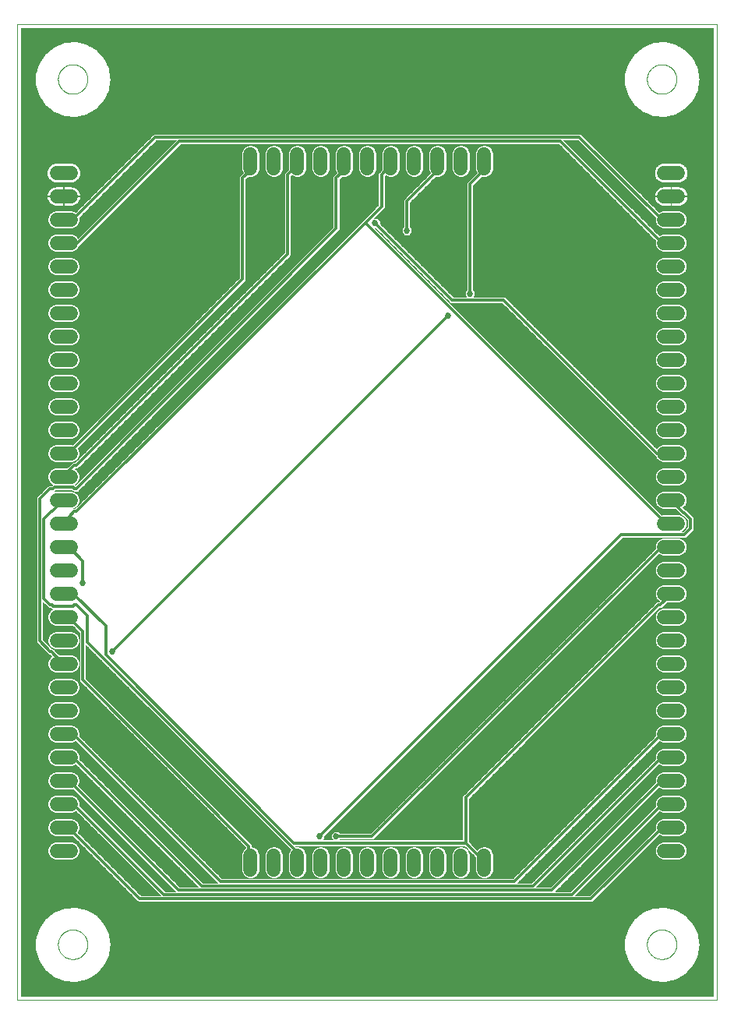
<source format=gbl>
G75*
%MOIN*%
%OFA0B0*%
%FSLAX25Y25*%
%IPPOS*%
%LPD*%
%AMOC8*
5,1,8,0,0,1.08239X$1,22.5*
%
%ADD10C,0.00000*%
%ADD11C,0.06000*%
%ADD12C,0.00300*%
%ADD13C,0.01200*%
%ADD14C,0.02700*%
D10*
X0012961Y0010993D02*
X0012961Y0428315D01*
X0312174Y0428315D01*
X0312174Y0010993D01*
X0012961Y0010993D01*
X0030284Y0034615D02*
X0030286Y0034773D01*
X0030292Y0034931D01*
X0030302Y0035089D01*
X0030316Y0035247D01*
X0030334Y0035404D01*
X0030355Y0035561D01*
X0030381Y0035717D01*
X0030411Y0035873D01*
X0030444Y0036028D01*
X0030482Y0036181D01*
X0030523Y0036334D01*
X0030568Y0036486D01*
X0030617Y0036637D01*
X0030670Y0036786D01*
X0030726Y0036934D01*
X0030786Y0037080D01*
X0030850Y0037225D01*
X0030918Y0037368D01*
X0030989Y0037510D01*
X0031063Y0037650D01*
X0031141Y0037787D01*
X0031223Y0037923D01*
X0031307Y0038057D01*
X0031396Y0038188D01*
X0031487Y0038317D01*
X0031582Y0038444D01*
X0031679Y0038569D01*
X0031780Y0038691D01*
X0031884Y0038810D01*
X0031991Y0038927D01*
X0032101Y0039041D01*
X0032214Y0039152D01*
X0032329Y0039261D01*
X0032447Y0039366D01*
X0032568Y0039468D01*
X0032691Y0039568D01*
X0032817Y0039664D01*
X0032945Y0039757D01*
X0033075Y0039847D01*
X0033208Y0039933D01*
X0033343Y0040017D01*
X0033479Y0040096D01*
X0033618Y0040173D01*
X0033759Y0040245D01*
X0033901Y0040315D01*
X0034045Y0040380D01*
X0034191Y0040442D01*
X0034338Y0040500D01*
X0034487Y0040555D01*
X0034637Y0040606D01*
X0034788Y0040653D01*
X0034940Y0040696D01*
X0035093Y0040735D01*
X0035248Y0040771D01*
X0035403Y0040802D01*
X0035559Y0040830D01*
X0035715Y0040854D01*
X0035872Y0040874D01*
X0036030Y0040890D01*
X0036187Y0040902D01*
X0036346Y0040910D01*
X0036504Y0040914D01*
X0036662Y0040914D01*
X0036820Y0040910D01*
X0036979Y0040902D01*
X0037136Y0040890D01*
X0037294Y0040874D01*
X0037451Y0040854D01*
X0037607Y0040830D01*
X0037763Y0040802D01*
X0037918Y0040771D01*
X0038073Y0040735D01*
X0038226Y0040696D01*
X0038378Y0040653D01*
X0038529Y0040606D01*
X0038679Y0040555D01*
X0038828Y0040500D01*
X0038975Y0040442D01*
X0039121Y0040380D01*
X0039265Y0040315D01*
X0039407Y0040245D01*
X0039548Y0040173D01*
X0039687Y0040096D01*
X0039823Y0040017D01*
X0039958Y0039933D01*
X0040091Y0039847D01*
X0040221Y0039757D01*
X0040349Y0039664D01*
X0040475Y0039568D01*
X0040598Y0039468D01*
X0040719Y0039366D01*
X0040837Y0039261D01*
X0040952Y0039152D01*
X0041065Y0039041D01*
X0041175Y0038927D01*
X0041282Y0038810D01*
X0041386Y0038691D01*
X0041487Y0038569D01*
X0041584Y0038444D01*
X0041679Y0038317D01*
X0041770Y0038188D01*
X0041859Y0038057D01*
X0041943Y0037923D01*
X0042025Y0037787D01*
X0042103Y0037650D01*
X0042177Y0037510D01*
X0042248Y0037368D01*
X0042316Y0037225D01*
X0042380Y0037080D01*
X0042440Y0036934D01*
X0042496Y0036786D01*
X0042549Y0036637D01*
X0042598Y0036486D01*
X0042643Y0036334D01*
X0042684Y0036181D01*
X0042722Y0036028D01*
X0042755Y0035873D01*
X0042785Y0035717D01*
X0042811Y0035561D01*
X0042832Y0035404D01*
X0042850Y0035247D01*
X0042864Y0035089D01*
X0042874Y0034931D01*
X0042880Y0034773D01*
X0042882Y0034615D01*
X0042880Y0034457D01*
X0042874Y0034299D01*
X0042864Y0034141D01*
X0042850Y0033983D01*
X0042832Y0033826D01*
X0042811Y0033669D01*
X0042785Y0033513D01*
X0042755Y0033357D01*
X0042722Y0033202D01*
X0042684Y0033049D01*
X0042643Y0032896D01*
X0042598Y0032744D01*
X0042549Y0032593D01*
X0042496Y0032444D01*
X0042440Y0032296D01*
X0042380Y0032150D01*
X0042316Y0032005D01*
X0042248Y0031862D01*
X0042177Y0031720D01*
X0042103Y0031580D01*
X0042025Y0031443D01*
X0041943Y0031307D01*
X0041859Y0031173D01*
X0041770Y0031042D01*
X0041679Y0030913D01*
X0041584Y0030786D01*
X0041487Y0030661D01*
X0041386Y0030539D01*
X0041282Y0030420D01*
X0041175Y0030303D01*
X0041065Y0030189D01*
X0040952Y0030078D01*
X0040837Y0029969D01*
X0040719Y0029864D01*
X0040598Y0029762D01*
X0040475Y0029662D01*
X0040349Y0029566D01*
X0040221Y0029473D01*
X0040091Y0029383D01*
X0039958Y0029297D01*
X0039823Y0029213D01*
X0039687Y0029134D01*
X0039548Y0029057D01*
X0039407Y0028985D01*
X0039265Y0028915D01*
X0039121Y0028850D01*
X0038975Y0028788D01*
X0038828Y0028730D01*
X0038679Y0028675D01*
X0038529Y0028624D01*
X0038378Y0028577D01*
X0038226Y0028534D01*
X0038073Y0028495D01*
X0037918Y0028459D01*
X0037763Y0028428D01*
X0037607Y0028400D01*
X0037451Y0028376D01*
X0037294Y0028356D01*
X0037136Y0028340D01*
X0036979Y0028328D01*
X0036820Y0028320D01*
X0036662Y0028316D01*
X0036504Y0028316D01*
X0036346Y0028320D01*
X0036187Y0028328D01*
X0036030Y0028340D01*
X0035872Y0028356D01*
X0035715Y0028376D01*
X0035559Y0028400D01*
X0035403Y0028428D01*
X0035248Y0028459D01*
X0035093Y0028495D01*
X0034940Y0028534D01*
X0034788Y0028577D01*
X0034637Y0028624D01*
X0034487Y0028675D01*
X0034338Y0028730D01*
X0034191Y0028788D01*
X0034045Y0028850D01*
X0033901Y0028915D01*
X0033759Y0028985D01*
X0033618Y0029057D01*
X0033479Y0029134D01*
X0033343Y0029213D01*
X0033208Y0029297D01*
X0033075Y0029383D01*
X0032945Y0029473D01*
X0032817Y0029566D01*
X0032691Y0029662D01*
X0032568Y0029762D01*
X0032447Y0029864D01*
X0032329Y0029969D01*
X0032214Y0030078D01*
X0032101Y0030189D01*
X0031991Y0030303D01*
X0031884Y0030420D01*
X0031780Y0030539D01*
X0031679Y0030661D01*
X0031582Y0030786D01*
X0031487Y0030913D01*
X0031396Y0031042D01*
X0031307Y0031173D01*
X0031223Y0031307D01*
X0031141Y0031443D01*
X0031063Y0031580D01*
X0030989Y0031720D01*
X0030918Y0031862D01*
X0030850Y0032005D01*
X0030786Y0032150D01*
X0030726Y0032296D01*
X0030670Y0032444D01*
X0030617Y0032593D01*
X0030568Y0032744D01*
X0030523Y0032896D01*
X0030482Y0033049D01*
X0030444Y0033202D01*
X0030411Y0033357D01*
X0030381Y0033513D01*
X0030355Y0033669D01*
X0030334Y0033826D01*
X0030316Y0033983D01*
X0030302Y0034141D01*
X0030292Y0034299D01*
X0030286Y0034457D01*
X0030284Y0034615D01*
X0282253Y0034615D02*
X0282255Y0034773D01*
X0282261Y0034931D01*
X0282271Y0035089D01*
X0282285Y0035247D01*
X0282303Y0035404D01*
X0282324Y0035561D01*
X0282350Y0035717D01*
X0282380Y0035873D01*
X0282413Y0036028D01*
X0282451Y0036181D01*
X0282492Y0036334D01*
X0282537Y0036486D01*
X0282586Y0036637D01*
X0282639Y0036786D01*
X0282695Y0036934D01*
X0282755Y0037080D01*
X0282819Y0037225D01*
X0282887Y0037368D01*
X0282958Y0037510D01*
X0283032Y0037650D01*
X0283110Y0037787D01*
X0283192Y0037923D01*
X0283276Y0038057D01*
X0283365Y0038188D01*
X0283456Y0038317D01*
X0283551Y0038444D01*
X0283648Y0038569D01*
X0283749Y0038691D01*
X0283853Y0038810D01*
X0283960Y0038927D01*
X0284070Y0039041D01*
X0284183Y0039152D01*
X0284298Y0039261D01*
X0284416Y0039366D01*
X0284537Y0039468D01*
X0284660Y0039568D01*
X0284786Y0039664D01*
X0284914Y0039757D01*
X0285044Y0039847D01*
X0285177Y0039933D01*
X0285312Y0040017D01*
X0285448Y0040096D01*
X0285587Y0040173D01*
X0285728Y0040245D01*
X0285870Y0040315D01*
X0286014Y0040380D01*
X0286160Y0040442D01*
X0286307Y0040500D01*
X0286456Y0040555D01*
X0286606Y0040606D01*
X0286757Y0040653D01*
X0286909Y0040696D01*
X0287062Y0040735D01*
X0287217Y0040771D01*
X0287372Y0040802D01*
X0287528Y0040830D01*
X0287684Y0040854D01*
X0287841Y0040874D01*
X0287999Y0040890D01*
X0288156Y0040902D01*
X0288315Y0040910D01*
X0288473Y0040914D01*
X0288631Y0040914D01*
X0288789Y0040910D01*
X0288948Y0040902D01*
X0289105Y0040890D01*
X0289263Y0040874D01*
X0289420Y0040854D01*
X0289576Y0040830D01*
X0289732Y0040802D01*
X0289887Y0040771D01*
X0290042Y0040735D01*
X0290195Y0040696D01*
X0290347Y0040653D01*
X0290498Y0040606D01*
X0290648Y0040555D01*
X0290797Y0040500D01*
X0290944Y0040442D01*
X0291090Y0040380D01*
X0291234Y0040315D01*
X0291376Y0040245D01*
X0291517Y0040173D01*
X0291656Y0040096D01*
X0291792Y0040017D01*
X0291927Y0039933D01*
X0292060Y0039847D01*
X0292190Y0039757D01*
X0292318Y0039664D01*
X0292444Y0039568D01*
X0292567Y0039468D01*
X0292688Y0039366D01*
X0292806Y0039261D01*
X0292921Y0039152D01*
X0293034Y0039041D01*
X0293144Y0038927D01*
X0293251Y0038810D01*
X0293355Y0038691D01*
X0293456Y0038569D01*
X0293553Y0038444D01*
X0293648Y0038317D01*
X0293739Y0038188D01*
X0293828Y0038057D01*
X0293912Y0037923D01*
X0293994Y0037787D01*
X0294072Y0037650D01*
X0294146Y0037510D01*
X0294217Y0037368D01*
X0294285Y0037225D01*
X0294349Y0037080D01*
X0294409Y0036934D01*
X0294465Y0036786D01*
X0294518Y0036637D01*
X0294567Y0036486D01*
X0294612Y0036334D01*
X0294653Y0036181D01*
X0294691Y0036028D01*
X0294724Y0035873D01*
X0294754Y0035717D01*
X0294780Y0035561D01*
X0294801Y0035404D01*
X0294819Y0035247D01*
X0294833Y0035089D01*
X0294843Y0034931D01*
X0294849Y0034773D01*
X0294851Y0034615D01*
X0294849Y0034457D01*
X0294843Y0034299D01*
X0294833Y0034141D01*
X0294819Y0033983D01*
X0294801Y0033826D01*
X0294780Y0033669D01*
X0294754Y0033513D01*
X0294724Y0033357D01*
X0294691Y0033202D01*
X0294653Y0033049D01*
X0294612Y0032896D01*
X0294567Y0032744D01*
X0294518Y0032593D01*
X0294465Y0032444D01*
X0294409Y0032296D01*
X0294349Y0032150D01*
X0294285Y0032005D01*
X0294217Y0031862D01*
X0294146Y0031720D01*
X0294072Y0031580D01*
X0293994Y0031443D01*
X0293912Y0031307D01*
X0293828Y0031173D01*
X0293739Y0031042D01*
X0293648Y0030913D01*
X0293553Y0030786D01*
X0293456Y0030661D01*
X0293355Y0030539D01*
X0293251Y0030420D01*
X0293144Y0030303D01*
X0293034Y0030189D01*
X0292921Y0030078D01*
X0292806Y0029969D01*
X0292688Y0029864D01*
X0292567Y0029762D01*
X0292444Y0029662D01*
X0292318Y0029566D01*
X0292190Y0029473D01*
X0292060Y0029383D01*
X0291927Y0029297D01*
X0291792Y0029213D01*
X0291656Y0029134D01*
X0291517Y0029057D01*
X0291376Y0028985D01*
X0291234Y0028915D01*
X0291090Y0028850D01*
X0290944Y0028788D01*
X0290797Y0028730D01*
X0290648Y0028675D01*
X0290498Y0028624D01*
X0290347Y0028577D01*
X0290195Y0028534D01*
X0290042Y0028495D01*
X0289887Y0028459D01*
X0289732Y0028428D01*
X0289576Y0028400D01*
X0289420Y0028376D01*
X0289263Y0028356D01*
X0289105Y0028340D01*
X0288948Y0028328D01*
X0288789Y0028320D01*
X0288631Y0028316D01*
X0288473Y0028316D01*
X0288315Y0028320D01*
X0288156Y0028328D01*
X0287999Y0028340D01*
X0287841Y0028356D01*
X0287684Y0028376D01*
X0287528Y0028400D01*
X0287372Y0028428D01*
X0287217Y0028459D01*
X0287062Y0028495D01*
X0286909Y0028534D01*
X0286757Y0028577D01*
X0286606Y0028624D01*
X0286456Y0028675D01*
X0286307Y0028730D01*
X0286160Y0028788D01*
X0286014Y0028850D01*
X0285870Y0028915D01*
X0285728Y0028985D01*
X0285587Y0029057D01*
X0285448Y0029134D01*
X0285312Y0029213D01*
X0285177Y0029297D01*
X0285044Y0029383D01*
X0284914Y0029473D01*
X0284786Y0029566D01*
X0284660Y0029662D01*
X0284537Y0029762D01*
X0284416Y0029864D01*
X0284298Y0029969D01*
X0284183Y0030078D01*
X0284070Y0030189D01*
X0283960Y0030303D01*
X0283853Y0030420D01*
X0283749Y0030539D01*
X0283648Y0030661D01*
X0283551Y0030786D01*
X0283456Y0030913D01*
X0283365Y0031042D01*
X0283276Y0031173D01*
X0283192Y0031307D01*
X0283110Y0031443D01*
X0283032Y0031580D01*
X0282958Y0031720D01*
X0282887Y0031862D01*
X0282819Y0032005D01*
X0282755Y0032150D01*
X0282695Y0032296D01*
X0282639Y0032444D01*
X0282586Y0032593D01*
X0282537Y0032744D01*
X0282492Y0032896D01*
X0282451Y0033049D01*
X0282413Y0033202D01*
X0282380Y0033357D01*
X0282350Y0033513D01*
X0282324Y0033669D01*
X0282303Y0033826D01*
X0282285Y0033983D01*
X0282271Y0034141D01*
X0282261Y0034299D01*
X0282255Y0034457D01*
X0282253Y0034615D01*
X0282253Y0404693D02*
X0282255Y0404851D01*
X0282261Y0405009D01*
X0282271Y0405167D01*
X0282285Y0405325D01*
X0282303Y0405482D01*
X0282324Y0405639D01*
X0282350Y0405795D01*
X0282380Y0405951D01*
X0282413Y0406106D01*
X0282451Y0406259D01*
X0282492Y0406412D01*
X0282537Y0406564D01*
X0282586Y0406715D01*
X0282639Y0406864D01*
X0282695Y0407012D01*
X0282755Y0407158D01*
X0282819Y0407303D01*
X0282887Y0407446D01*
X0282958Y0407588D01*
X0283032Y0407728D01*
X0283110Y0407865D01*
X0283192Y0408001D01*
X0283276Y0408135D01*
X0283365Y0408266D01*
X0283456Y0408395D01*
X0283551Y0408522D01*
X0283648Y0408647D01*
X0283749Y0408769D01*
X0283853Y0408888D01*
X0283960Y0409005D01*
X0284070Y0409119D01*
X0284183Y0409230D01*
X0284298Y0409339D01*
X0284416Y0409444D01*
X0284537Y0409546D01*
X0284660Y0409646D01*
X0284786Y0409742D01*
X0284914Y0409835D01*
X0285044Y0409925D01*
X0285177Y0410011D01*
X0285312Y0410095D01*
X0285448Y0410174D01*
X0285587Y0410251D01*
X0285728Y0410323D01*
X0285870Y0410393D01*
X0286014Y0410458D01*
X0286160Y0410520D01*
X0286307Y0410578D01*
X0286456Y0410633D01*
X0286606Y0410684D01*
X0286757Y0410731D01*
X0286909Y0410774D01*
X0287062Y0410813D01*
X0287217Y0410849D01*
X0287372Y0410880D01*
X0287528Y0410908D01*
X0287684Y0410932D01*
X0287841Y0410952D01*
X0287999Y0410968D01*
X0288156Y0410980D01*
X0288315Y0410988D01*
X0288473Y0410992D01*
X0288631Y0410992D01*
X0288789Y0410988D01*
X0288948Y0410980D01*
X0289105Y0410968D01*
X0289263Y0410952D01*
X0289420Y0410932D01*
X0289576Y0410908D01*
X0289732Y0410880D01*
X0289887Y0410849D01*
X0290042Y0410813D01*
X0290195Y0410774D01*
X0290347Y0410731D01*
X0290498Y0410684D01*
X0290648Y0410633D01*
X0290797Y0410578D01*
X0290944Y0410520D01*
X0291090Y0410458D01*
X0291234Y0410393D01*
X0291376Y0410323D01*
X0291517Y0410251D01*
X0291656Y0410174D01*
X0291792Y0410095D01*
X0291927Y0410011D01*
X0292060Y0409925D01*
X0292190Y0409835D01*
X0292318Y0409742D01*
X0292444Y0409646D01*
X0292567Y0409546D01*
X0292688Y0409444D01*
X0292806Y0409339D01*
X0292921Y0409230D01*
X0293034Y0409119D01*
X0293144Y0409005D01*
X0293251Y0408888D01*
X0293355Y0408769D01*
X0293456Y0408647D01*
X0293553Y0408522D01*
X0293648Y0408395D01*
X0293739Y0408266D01*
X0293828Y0408135D01*
X0293912Y0408001D01*
X0293994Y0407865D01*
X0294072Y0407728D01*
X0294146Y0407588D01*
X0294217Y0407446D01*
X0294285Y0407303D01*
X0294349Y0407158D01*
X0294409Y0407012D01*
X0294465Y0406864D01*
X0294518Y0406715D01*
X0294567Y0406564D01*
X0294612Y0406412D01*
X0294653Y0406259D01*
X0294691Y0406106D01*
X0294724Y0405951D01*
X0294754Y0405795D01*
X0294780Y0405639D01*
X0294801Y0405482D01*
X0294819Y0405325D01*
X0294833Y0405167D01*
X0294843Y0405009D01*
X0294849Y0404851D01*
X0294851Y0404693D01*
X0294849Y0404535D01*
X0294843Y0404377D01*
X0294833Y0404219D01*
X0294819Y0404061D01*
X0294801Y0403904D01*
X0294780Y0403747D01*
X0294754Y0403591D01*
X0294724Y0403435D01*
X0294691Y0403280D01*
X0294653Y0403127D01*
X0294612Y0402974D01*
X0294567Y0402822D01*
X0294518Y0402671D01*
X0294465Y0402522D01*
X0294409Y0402374D01*
X0294349Y0402228D01*
X0294285Y0402083D01*
X0294217Y0401940D01*
X0294146Y0401798D01*
X0294072Y0401658D01*
X0293994Y0401521D01*
X0293912Y0401385D01*
X0293828Y0401251D01*
X0293739Y0401120D01*
X0293648Y0400991D01*
X0293553Y0400864D01*
X0293456Y0400739D01*
X0293355Y0400617D01*
X0293251Y0400498D01*
X0293144Y0400381D01*
X0293034Y0400267D01*
X0292921Y0400156D01*
X0292806Y0400047D01*
X0292688Y0399942D01*
X0292567Y0399840D01*
X0292444Y0399740D01*
X0292318Y0399644D01*
X0292190Y0399551D01*
X0292060Y0399461D01*
X0291927Y0399375D01*
X0291792Y0399291D01*
X0291656Y0399212D01*
X0291517Y0399135D01*
X0291376Y0399063D01*
X0291234Y0398993D01*
X0291090Y0398928D01*
X0290944Y0398866D01*
X0290797Y0398808D01*
X0290648Y0398753D01*
X0290498Y0398702D01*
X0290347Y0398655D01*
X0290195Y0398612D01*
X0290042Y0398573D01*
X0289887Y0398537D01*
X0289732Y0398506D01*
X0289576Y0398478D01*
X0289420Y0398454D01*
X0289263Y0398434D01*
X0289105Y0398418D01*
X0288948Y0398406D01*
X0288789Y0398398D01*
X0288631Y0398394D01*
X0288473Y0398394D01*
X0288315Y0398398D01*
X0288156Y0398406D01*
X0287999Y0398418D01*
X0287841Y0398434D01*
X0287684Y0398454D01*
X0287528Y0398478D01*
X0287372Y0398506D01*
X0287217Y0398537D01*
X0287062Y0398573D01*
X0286909Y0398612D01*
X0286757Y0398655D01*
X0286606Y0398702D01*
X0286456Y0398753D01*
X0286307Y0398808D01*
X0286160Y0398866D01*
X0286014Y0398928D01*
X0285870Y0398993D01*
X0285728Y0399063D01*
X0285587Y0399135D01*
X0285448Y0399212D01*
X0285312Y0399291D01*
X0285177Y0399375D01*
X0285044Y0399461D01*
X0284914Y0399551D01*
X0284786Y0399644D01*
X0284660Y0399740D01*
X0284537Y0399840D01*
X0284416Y0399942D01*
X0284298Y0400047D01*
X0284183Y0400156D01*
X0284070Y0400267D01*
X0283960Y0400381D01*
X0283853Y0400498D01*
X0283749Y0400617D01*
X0283648Y0400739D01*
X0283551Y0400864D01*
X0283456Y0400991D01*
X0283365Y0401120D01*
X0283276Y0401251D01*
X0283192Y0401385D01*
X0283110Y0401521D01*
X0283032Y0401658D01*
X0282958Y0401798D01*
X0282887Y0401940D01*
X0282819Y0402083D01*
X0282755Y0402228D01*
X0282695Y0402374D01*
X0282639Y0402522D01*
X0282586Y0402671D01*
X0282537Y0402822D01*
X0282492Y0402974D01*
X0282451Y0403127D01*
X0282413Y0403280D01*
X0282380Y0403435D01*
X0282350Y0403591D01*
X0282324Y0403747D01*
X0282303Y0403904D01*
X0282285Y0404061D01*
X0282271Y0404219D01*
X0282261Y0404377D01*
X0282255Y0404535D01*
X0282253Y0404693D01*
X0030284Y0404693D02*
X0030286Y0404851D01*
X0030292Y0405009D01*
X0030302Y0405167D01*
X0030316Y0405325D01*
X0030334Y0405482D01*
X0030355Y0405639D01*
X0030381Y0405795D01*
X0030411Y0405951D01*
X0030444Y0406106D01*
X0030482Y0406259D01*
X0030523Y0406412D01*
X0030568Y0406564D01*
X0030617Y0406715D01*
X0030670Y0406864D01*
X0030726Y0407012D01*
X0030786Y0407158D01*
X0030850Y0407303D01*
X0030918Y0407446D01*
X0030989Y0407588D01*
X0031063Y0407728D01*
X0031141Y0407865D01*
X0031223Y0408001D01*
X0031307Y0408135D01*
X0031396Y0408266D01*
X0031487Y0408395D01*
X0031582Y0408522D01*
X0031679Y0408647D01*
X0031780Y0408769D01*
X0031884Y0408888D01*
X0031991Y0409005D01*
X0032101Y0409119D01*
X0032214Y0409230D01*
X0032329Y0409339D01*
X0032447Y0409444D01*
X0032568Y0409546D01*
X0032691Y0409646D01*
X0032817Y0409742D01*
X0032945Y0409835D01*
X0033075Y0409925D01*
X0033208Y0410011D01*
X0033343Y0410095D01*
X0033479Y0410174D01*
X0033618Y0410251D01*
X0033759Y0410323D01*
X0033901Y0410393D01*
X0034045Y0410458D01*
X0034191Y0410520D01*
X0034338Y0410578D01*
X0034487Y0410633D01*
X0034637Y0410684D01*
X0034788Y0410731D01*
X0034940Y0410774D01*
X0035093Y0410813D01*
X0035248Y0410849D01*
X0035403Y0410880D01*
X0035559Y0410908D01*
X0035715Y0410932D01*
X0035872Y0410952D01*
X0036030Y0410968D01*
X0036187Y0410980D01*
X0036346Y0410988D01*
X0036504Y0410992D01*
X0036662Y0410992D01*
X0036820Y0410988D01*
X0036979Y0410980D01*
X0037136Y0410968D01*
X0037294Y0410952D01*
X0037451Y0410932D01*
X0037607Y0410908D01*
X0037763Y0410880D01*
X0037918Y0410849D01*
X0038073Y0410813D01*
X0038226Y0410774D01*
X0038378Y0410731D01*
X0038529Y0410684D01*
X0038679Y0410633D01*
X0038828Y0410578D01*
X0038975Y0410520D01*
X0039121Y0410458D01*
X0039265Y0410393D01*
X0039407Y0410323D01*
X0039548Y0410251D01*
X0039687Y0410174D01*
X0039823Y0410095D01*
X0039958Y0410011D01*
X0040091Y0409925D01*
X0040221Y0409835D01*
X0040349Y0409742D01*
X0040475Y0409646D01*
X0040598Y0409546D01*
X0040719Y0409444D01*
X0040837Y0409339D01*
X0040952Y0409230D01*
X0041065Y0409119D01*
X0041175Y0409005D01*
X0041282Y0408888D01*
X0041386Y0408769D01*
X0041487Y0408647D01*
X0041584Y0408522D01*
X0041679Y0408395D01*
X0041770Y0408266D01*
X0041859Y0408135D01*
X0041943Y0408001D01*
X0042025Y0407865D01*
X0042103Y0407728D01*
X0042177Y0407588D01*
X0042248Y0407446D01*
X0042316Y0407303D01*
X0042380Y0407158D01*
X0042440Y0407012D01*
X0042496Y0406864D01*
X0042549Y0406715D01*
X0042598Y0406564D01*
X0042643Y0406412D01*
X0042684Y0406259D01*
X0042722Y0406106D01*
X0042755Y0405951D01*
X0042785Y0405795D01*
X0042811Y0405639D01*
X0042832Y0405482D01*
X0042850Y0405325D01*
X0042864Y0405167D01*
X0042874Y0405009D01*
X0042880Y0404851D01*
X0042882Y0404693D01*
X0042880Y0404535D01*
X0042874Y0404377D01*
X0042864Y0404219D01*
X0042850Y0404061D01*
X0042832Y0403904D01*
X0042811Y0403747D01*
X0042785Y0403591D01*
X0042755Y0403435D01*
X0042722Y0403280D01*
X0042684Y0403127D01*
X0042643Y0402974D01*
X0042598Y0402822D01*
X0042549Y0402671D01*
X0042496Y0402522D01*
X0042440Y0402374D01*
X0042380Y0402228D01*
X0042316Y0402083D01*
X0042248Y0401940D01*
X0042177Y0401798D01*
X0042103Y0401658D01*
X0042025Y0401521D01*
X0041943Y0401385D01*
X0041859Y0401251D01*
X0041770Y0401120D01*
X0041679Y0400991D01*
X0041584Y0400864D01*
X0041487Y0400739D01*
X0041386Y0400617D01*
X0041282Y0400498D01*
X0041175Y0400381D01*
X0041065Y0400267D01*
X0040952Y0400156D01*
X0040837Y0400047D01*
X0040719Y0399942D01*
X0040598Y0399840D01*
X0040475Y0399740D01*
X0040349Y0399644D01*
X0040221Y0399551D01*
X0040091Y0399461D01*
X0039958Y0399375D01*
X0039823Y0399291D01*
X0039687Y0399212D01*
X0039548Y0399135D01*
X0039407Y0399063D01*
X0039265Y0398993D01*
X0039121Y0398928D01*
X0038975Y0398866D01*
X0038828Y0398808D01*
X0038679Y0398753D01*
X0038529Y0398702D01*
X0038378Y0398655D01*
X0038226Y0398612D01*
X0038073Y0398573D01*
X0037918Y0398537D01*
X0037763Y0398506D01*
X0037607Y0398478D01*
X0037451Y0398454D01*
X0037294Y0398434D01*
X0037136Y0398418D01*
X0036979Y0398406D01*
X0036820Y0398398D01*
X0036662Y0398394D01*
X0036504Y0398394D01*
X0036346Y0398398D01*
X0036187Y0398406D01*
X0036030Y0398418D01*
X0035872Y0398434D01*
X0035715Y0398454D01*
X0035559Y0398478D01*
X0035403Y0398506D01*
X0035248Y0398537D01*
X0035093Y0398573D01*
X0034940Y0398612D01*
X0034788Y0398655D01*
X0034637Y0398702D01*
X0034487Y0398753D01*
X0034338Y0398808D01*
X0034191Y0398866D01*
X0034045Y0398928D01*
X0033901Y0398993D01*
X0033759Y0399063D01*
X0033618Y0399135D01*
X0033479Y0399212D01*
X0033343Y0399291D01*
X0033208Y0399375D01*
X0033075Y0399461D01*
X0032945Y0399551D01*
X0032817Y0399644D01*
X0032691Y0399740D01*
X0032568Y0399840D01*
X0032447Y0399942D01*
X0032329Y0400047D01*
X0032214Y0400156D01*
X0032101Y0400267D01*
X0031991Y0400381D01*
X0031884Y0400498D01*
X0031780Y0400617D01*
X0031679Y0400739D01*
X0031582Y0400864D01*
X0031487Y0400991D01*
X0031396Y0401120D01*
X0031307Y0401251D01*
X0031223Y0401385D01*
X0031141Y0401521D01*
X0031063Y0401658D01*
X0030989Y0401798D01*
X0030918Y0401940D01*
X0030850Y0402083D01*
X0030786Y0402228D01*
X0030726Y0402374D01*
X0030670Y0402522D01*
X0030617Y0402671D01*
X0030568Y0402822D01*
X0030523Y0402974D01*
X0030482Y0403127D01*
X0030444Y0403280D01*
X0030411Y0403435D01*
X0030381Y0403591D01*
X0030355Y0403747D01*
X0030334Y0403904D01*
X0030316Y0404061D01*
X0030302Y0404219D01*
X0030292Y0404377D01*
X0030286Y0404535D01*
X0030284Y0404693D01*
D11*
X0029646Y0364654D02*
X0035646Y0364654D01*
X0035646Y0354654D02*
X0029646Y0354654D01*
X0029646Y0344654D02*
X0035646Y0344654D01*
X0035646Y0334654D02*
X0029646Y0334654D01*
X0029646Y0324654D02*
X0035646Y0324654D01*
X0035646Y0314654D02*
X0029646Y0314654D01*
X0029646Y0304654D02*
X0035646Y0304654D01*
X0035646Y0294654D02*
X0029646Y0294654D01*
X0029646Y0284654D02*
X0035646Y0284654D01*
X0035646Y0274654D02*
X0029646Y0274654D01*
X0029646Y0264654D02*
X0035646Y0264654D01*
X0035646Y0254654D02*
X0029646Y0254654D01*
X0029646Y0244654D02*
X0035646Y0244654D01*
X0035646Y0234654D02*
X0029646Y0234654D01*
X0029646Y0224654D02*
X0035646Y0224654D01*
X0035646Y0214654D02*
X0029646Y0214654D01*
X0029646Y0204654D02*
X0035646Y0204654D01*
X0035646Y0194654D02*
X0029646Y0194654D01*
X0029646Y0184654D02*
X0035646Y0184654D01*
X0035646Y0174654D02*
X0029646Y0174654D01*
X0029646Y0164654D02*
X0035646Y0164654D01*
X0035646Y0154654D02*
X0029646Y0154654D01*
X0029646Y0144654D02*
X0035646Y0144654D01*
X0035646Y0134654D02*
X0029646Y0134654D01*
X0029646Y0124654D02*
X0035646Y0124654D01*
X0035646Y0114654D02*
X0029646Y0114654D01*
X0029646Y0104654D02*
X0035646Y0104654D01*
X0035646Y0094654D02*
X0029646Y0094654D01*
X0029646Y0084654D02*
X0035646Y0084654D01*
X0035646Y0074654D02*
X0029646Y0074654D01*
X0112567Y0072654D02*
X0112567Y0066654D01*
X0122567Y0066654D02*
X0122567Y0072654D01*
X0132567Y0072654D02*
X0132567Y0066654D01*
X0142567Y0066654D02*
X0142567Y0072654D01*
X0152567Y0072654D02*
X0152567Y0066654D01*
X0162567Y0066654D02*
X0162567Y0072654D01*
X0172567Y0072654D02*
X0172567Y0066654D01*
X0182567Y0066654D02*
X0182567Y0072654D01*
X0192567Y0072654D02*
X0192567Y0066654D01*
X0202567Y0066654D02*
X0202567Y0072654D01*
X0212567Y0072654D02*
X0212567Y0066654D01*
X0289489Y0074654D02*
X0295489Y0074654D01*
X0295489Y0084654D02*
X0289489Y0084654D01*
X0289489Y0094654D02*
X0295489Y0094654D01*
X0295489Y0104654D02*
X0289489Y0104654D01*
X0289489Y0114654D02*
X0295489Y0114654D01*
X0295489Y0124654D02*
X0289489Y0124654D01*
X0289489Y0134654D02*
X0295489Y0134654D01*
X0295489Y0144654D02*
X0289489Y0144654D01*
X0289489Y0154654D02*
X0295489Y0154654D01*
X0295489Y0164654D02*
X0289489Y0164654D01*
X0289489Y0174654D02*
X0295489Y0174654D01*
X0295489Y0184654D02*
X0289489Y0184654D01*
X0289489Y0194654D02*
X0295489Y0194654D01*
X0295489Y0204654D02*
X0289489Y0204654D01*
X0289489Y0214654D02*
X0295489Y0214654D01*
X0295489Y0224654D02*
X0289489Y0224654D01*
X0289489Y0234654D02*
X0295489Y0234654D01*
X0295489Y0244654D02*
X0289489Y0244654D01*
X0289489Y0254654D02*
X0295489Y0254654D01*
X0295489Y0264654D02*
X0289489Y0264654D01*
X0289489Y0274654D02*
X0295489Y0274654D01*
X0295489Y0284654D02*
X0289489Y0284654D01*
X0289489Y0294654D02*
X0295489Y0294654D01*
X0295489Y0304654D02*
X0289489Y0304654D01*
X0289489Y0314654D02*
X0295489Y0314654D01*
X0295489Y0324654D02*
X0289489Y0324654D01*
X0289489Y0334654D02*
X0295489Y0334654D01*
X0295489Y0344654D02*
X0289489Y0344654D01*
X0289489Y0354654D02*
X0295489Y0354654D01*
X0295489Y0364654D02*
X0289489Y0364654D01*
X0212567Y0366654D02*
X0212567Y0372654D01*
X0202567Y0372654D02*
X0202567Y0366654D01*
X0192567Y0366654D02*
X0192567Y0372654D01*
X0182567Y0372654D02*
X0182567Y0366654D01*
X0172567Y0366654D02*
X0172567Y0372654D01*
X0162567Y0372654D02*
X0162567Y0366654D01*
X0152567Y0366654D02*
X0152567Y0372654D01*
X0142567Y0372654D02*
X0142567Y0366654D01*
X0132567Y0366654D02*
X0132567Y0372654D01*
X0122567Y0372654D02*
X0122567Y0366654D01*
X0112567Y0366654D02*
X0112567Y0372654D01*
D12*
X0109059Y0373982D02*
X0079960Y0373982D01*
X0079661Y0373684D02*
X0108935Y0373684D01*
X0108817Y0373400D02*
X0109388Y0374778D01*
X0110443Y0375833D01*
X0111821Y0376404D01*
X0113313Y0376404D01*
X0114692Y0375833D01*
X0115746Y0374778D01*
X0116317Y0373400D01*
X0116317Y0365908D01*
X0115746Y0364530D01*
X0114692Y0363475D01*
X0113313Y0362904D01*
X0111821Y0362904D01*
X0111687Y0362960D01*
X0110611Y0361883D01*
X0110611Y0318683D01*
X0109820Y0317893D01*
X0038765Y0246838D01*
X0038825Y0246778D01*
X0039396Y0245400D01*
X0039396Y0243908D01*
X0038825Y0242530D01*
X0037770Y0241475D01*
X0036392Y0240904D01*
X0028900Y0240904D01*
X0027522Y0241475D01*
X0026467Y0242530D01*
X0025896Y0243908D01*
X0025896Y0245400D01*
X0026467Y0246778D01*
X0027522Y0247833D01*
X0028900Y0248404D01*
X0036392Y0248404D01*
X0036478Y0248368D01*
X0107911Y0319802D01*
X0107911Y0363002D01*
X0109414Y0364504D01*
X0109388Y0364530D01*
X0108817Y0365908D01*
X0108817Y0373400D01*
X0108817Y0373385D02*
X0079363Y0373385D01*
X0079064Y0373087D02*
X0108817Y0373087D01*
X0108817Y0372788D02*
X0078766Y0372788D01*
X0078467Y0372490D02*
X0108817Y0372490D01*
X0108817Y0372191D02*
X0078169Y0372191D01*
X0077870Y0371893D02*
X0108817Y0371893D01*
X0108817Y0371594D02*
X0077572Y0371594D01*
X0077273Y0371296D02*
X0108817Y0371296D01*
X0108817Y0370997D02*
X0076975Y0370997D01*
X0076676Y0370699D02*
X0108817Y0370699D01*
X0108817Y0370400D02*
X0076378Y0370400D01*
X0076079Y0370102D02*
X0108817Y0370102D01*
X0108817Y0369803D02*
X0075781Y0369803D01*
X0075482Y0369505D02*
X0108817Y0369505D01*
X0108817Y0369206D02*
X0075184Y0369206D01*
X0074885Y0368908D02*
X0108817Y0368908D01*
X0108817Y0368609D02*
X0074587Y0368609D01*
X0074288Y0368311D02*
X0108817Y0368311D01*
X0108817Y0368012D02*
X0073990Y0368012D01*
X0073691Y0367714D02*
X0108817Y0367714D01*
X0108817Y0367415D02*
X0073393Y0367415D01*
X0073094Y0367117D02*
X0108817Y0367117D01*
X0108817Y0366818D02*
X0072796Y0366818D01*
X0072497Y0366520D02*
X0108817Y0366520D01*
X0108817Y0366221D02*
X0072199Y0366221D01*
X0071900Y0365922D02*
X0108817Y0365922D01*
X0108935Y0365624D02*
X0071602Y0365624D01*
X0071303Y0365325D02*
X0109059Y0365325D01*
X0109182Y0365027D02*
X0071005Y0365027D01*
X0070706Y0364728D02*
X0109306Y0364728D01*
X0109339Y0364430D02*
X0070408Y0364430D01*
X0070109Y0364131D02*
X0109041Y0364131D01*
X0108742Y0363833D02*
X0069811Y0363833D01*
X0069512Y0363534D02*
X0108444Y0363534D01*
X0108145Y0363236D02*
X0069214Y0363236D01*
X0068915Y0362937D02*
X0107911Y0362937D01*
X0107911Y0362639D02*
X0068617Y0362639D01*
X0068318Y0362340D02*
X0107911Y0362340D01*
X0107911Y0362042D02*
X0068020Y0362042D01*
X0067721Y0361743D02*
X0107911Y0361743D01*
X0107911Y0361445D02*
X0067422Y0361445D01*
X0067124Y0361146D02*
X0107911Y0361146D01*
X0107911Y0360848D02*
X0066825Y0360848D01*
X0066527Y0360549D02*
X0107911Y0360549D01*
X0107911Y0360251D02*
X0066228Y0360251D01*
X0065930Y0359952D02*
X0107911Y0359952D01*
X0107911Y0359654D02*
X0065631Y0359654D01*
X0065333Y0359355D02*
X0107911Y0359355D01*
X0107911Y0359057D02*
X0065034Y0359057D01*
X0064736Y0358758D02*
X0107911Y0358758D01*
X0107911Y0358460D02*
X0064437Y0358460D01*
X0064139Y0358161D02*
X0107911Y0358161D01*
X0107911Y0357863D02*
X0063840Y0357863D01*
X0063542Y0357564D02*
X0107911Y0357564D01*
X0107911Y0357266D02*
X0063243Y0357266D01*
X0062945Y0356967D02*
X0107911Y0356967D01*
X0107911Y0356669D02*
X0062646Y0356669D01*
X0062348Y0356370D02*
X0107911Y0356370D01*
X0107911Y0356072D02*
X0062049Y0356072D01*
X0061751Y0355773D02*
X0107911Y0355773D01*
X0107911Y0355475D02*
X0061452Y0355475D01*
X0061154Y0355176D02*
X0107911Y0355176D01*
X0107911Y0354878D02*
X0060855Y0354878D01*
X0060557Y0354579D02*
X0107911Y0354579D01*
X0107911Y0354281D02*
X0060258Y0354281D01*
X0059960Y0353982D02*
X0107911Y0353982D01*
X0107911Y0353684D02*
X0059661Y0353684D01*
X0059363Y0353385D02*
X0107911Y0353385D01*
X0107911Y0353086D02*
X0059064Y0353086D01*
X0058766Y0352788D02*
X0107911Y0352788D01*
X0107911Y0352489D02*
X0058467Y0352489D01*
X0058169Y0352191D02*
X0107911Y0352191D01*
X0107911Y0351892D02*
X0057870Y0351892D01*
X0057572Y0351594D02*
X0107911Y0351594D01*
X0107911Y0351295D02*
X0057273Y0351295D01*
X0056975Y0350997D02*
X0107911Y0350997D01*
X0107911Y0350698D02*
X0056676Y0350698D01*
X0056378Y0350400D02*
X0107911Y0350400D01*
X0107911Y0350101D02*
X0056079Y0350101D01*
X0055781Y0349803D02*
X0107911Y0349803D01*
X0107911Y0349504D02*
X0055482Y0349504D01*
X0055184Y0349206D02*
X0107911Y0349206D01*
X0107911Y0348907D02*
X0054885Y0348907D01*
X0054586Y0348609D02*
X0107911Y0348609D01*
X0107911Y0348310D02*
X0054288Y0348310D01*
X0053989Y0348012D02*
X0107911Y0348012D01*
X0107911Y0347713D02*
X0053691Y0347713D01*
X0053392Y0347415D02*
X0107911Y0347415D01*
X0107911Y0347116D02*
X0053094Y0347116D01*
X0052795Y0346818D02*
X0107911Y0346818D01*
X0107911Y0346519D02*
X0052497Y0346519D01*
X0052198Y0346221D02*
X0107911Y0346221D01*
X0107911Y0345922D02*
X0051900Y0345922D01*
X0051601Y0345624D02*
X0107911Y0345624D01*
X0107911Y0345325D02*
X0051303Y0345325D01*
X0051004Y0345027D02*
X0107911Y0345027D01*
X0107911Y0344728D02*
X0050706Y0344728D01*
X0050407Y0344430D02*
X0107911Y0344430D01*
X0107911Y0344131D02*
X0050109Y0344131D01*
X0049810Y0343833D02*
X0107911Y0343833D01*
X0107911Y0343534D02*
X0049512Y0343534D01*
X0049213Y0343236D02*
X0107911Y0343236D01*
X0107911Y0342937D02*
X0048915Y0342937D01*
X0048616Y0342639D02*
X0107911Y0342639D01*
X0107911Y0342340D02*
X0048318Y0342340D01*
X0048019Y0342042D02*
X0107911Y0342042D01*
X0107911Y0341743D02*
X0047721Y0341743D01*
X0047422Y0341445D02*
X0107911Y0341445D01*
X0107911Y0341146D02*
X0047124Y0341146D01*
X0046825Y0340848D02*
X0107911Y0340848D01*
X0107911Y0340549D02*
X0046527Y0340549D01*
X0046228Y0340251D02*
X0107911Y0340251D01*
X0107911Y0339952D02*
X0045930Y0339952D01*
X0045631Y0339653D02*
X0107911Y0339653D01*
X0107911Y0339355D02*
X0045333Y0339355D01*
X0045034Y0339056D02*
X0107911Y0339056D01*
X0107911Y0338758D02*
X0044736Y0338758D01*
X0044437Y0338459D02*
X0107911Y0338459D01*
X0107911Y0338161D02*
X0044139Y0338161D01*
X0043840Y0337862D02*
X0107911Y0337862D01*
X0107911Y0337564D02*
X0043542Y0337564D01*
X0043243Y0337265D02*
X0107911Y0337265D01*
X0107911Y0336967D02*
X0042945Y0336967D01*
X0042646Y0336668D02*
X0107911Y0336668D01*
X0107911Y0336370D02*
X0042348Y0336370D01*
X0042049Y0336071D02*
X0107911Y0336071D01*
X0107911Y0335773D02*
X0041751Y0335773D01*
X0041452Y0335474D02*
X0107911Y0335474D01*
X0107911Y0335176D02*
X0041153Y0335176D01*
X0040855Y0334877D02*
X0107911Y0334877D01*
X0107911Y0334579D02*
X0040556Y0334579D01*
X0040258Y0334280D02*
X0107911Y0334280D01*
X0107911Y0333982D02*
X0039959Y0333982D01*
X0039661Y0333683D02*
X0107911Y0333683D01*
X0107911Y0333385D02*
X0039362Y0333385D01*
X0039170Y0333193D02*
X0082820Y0376843D01*
X0244602Y0376843D01*
X0285828Y0335616D01*
X0285739Y0335400D01*
X0285739Y0333908D01*
X0286309Y0332530D01*
X0287364Y0331475D01*
X0288743Y0330904D01*
X0296234Y0330904D01*
X0297613Y0331475D01*
X0298668Y0332530D01*
X0299239Y0333908D01*
X0299239Y0335400D01*
X0298668Y0336778D01*
X0297613Y0337833D01*
X0296234Y0338404D01*
X0288743Y0338404D01*
X0287411Y0337852D01*
X0246620Y0378643D01*
X0252702Y0378643D01*
X0285799Y0345545D01*
X0285739Y0345400D01*
X0285739Y0343908D01*
X0286309Y0342530D01*
X0287364Y0341475D01*
X0288743Y0340904D01*
X0296234Y0340904D01*
X0297613Y0341475D01*
X0298668Y0342530D01*
X0299239Y0343908D01*
X0299239Y0345400D01*
X0298668Y0346778D01*
X0297613Y0347833D01*
X0296234Y0348404D01*
X0288743Y0348404D01*
X0287364Y0347833D01*
X0287347Y0347816D01*
X0253820Y0381343D01*
X0071352Y0381343D01*
X0070561Y0380552D01*
X0037806Y0347797D01*
X0037770Y0347833D01*
X0036392Y0348404D01*
X0028900Y0348404D01*
X0027522Y0347833D01*
X0026467Y0346778D01*
X0025896Y0345400D01*
X0025896Y0343908D01*
X0026467Y0342530D01*
X0027522Y0341475D01*
X0028900Y0340904D01*
X0036392Y0340904D01*
X0037770Y0341475D01*
X0038825Y0342530D01*
X0039396Y0343908D01*
X0039396Y0345400D01*
X0039347Y0345519D01*
X0072470Y0378643D01*
X0080802Y0378643D01*
X0038858Y0336699D01*
X0038825Y0336778D01*
X0037770Y0337833D01*
X0036392Y0338404D01*
X0028900Y0338404D01*
X0027522Y0337833D01*
X0026467Y0336778D01*
X0025896Y0335400D01*
X0025896Y0333908D01*
X0026467Y0332530D01*
X0027522Y0331475D01*
X0028900Y0330904D01*
X0036392Y0330904D01*
X0037770Y0331475D01*
X0038825Y0332530D01*
X0039100Y0333193D01*
X0039170Y0333193D01*
X0039056Y0333086D02*
X0107911Y0333086D01*
X0107911Y0332788D02*
X0038932Y0332788D01*
X0038785Y0332489D02*
X0107911Y0332489D01*
X0107911Y0332191D02*
X0038486Y0332191D01*
X0038188Y0331892D02*
X0107911Y0331892D01*
X0107911Y0331594D02*
X0037889Y0331594D01*
X0037336Y0331295D02*
X0107911Y0331295D01*
X0107911Y0330997D02*
X0036616Y0330997D01*
X0036392Y0328404D02*
X0037770Y0327833D01*
X0038825Y0326778D01*
X0039396Y0325400D01*
X0039396Y0323908D01*
X0038825Y0322530D01*
X0037770Y0321475D01*
X0036392Y0320904D01*
X0028900Y0320904D01*
X0027522Y0321475D01*
X0026467Y0322530D01*
X0025896Y0323908D01*
X0025896Y0325400D01*
X0026467Y0326778D01*
X0027522Y0327833D01*
X0028900Y0328404D01*
X0036392Y0328404D01*
X0036619Y0328310D02*
X0107911Y0328310D01*
X0107911Y0328012D02*
X0037339Y0328012D01*
X0037890Y0327713D02*
X0107911Y0327713D01*
X0107911Y0327415D02*
X0038189Y0327415D01*
X0038487Y0327116D02*
X0107911Y0327116D01*
X0107911Y0326817D02*
X0038786Y0326817D01*
X0038932Y0326519D02*
X0107911Y0326519D01*
X0107911Y0326220D02*
X0039056Y0326220D01*
X0039180Y0325922D02*
X0107911Y0325922D01*
X0107911Y0325623D02*
X0039303Y0325623D01*
X0039396Y0325325D02*
X0107911Y0325325D01*
X0107911Y0325026D02*
X0039396Y0325026D01*
X0039396Y0324728D02*
X0107911Y0324728D01*
X0107911Y0324429D02*
X0039396Y0324429D01*
X0039396Y0324131D02*
X0107911Y0324131D01*
X0107911Y0323832D02*
X0039365Y0323832D01*
X0039241Y0323534D02*
X0107911Y0323534D01*
X0107911Y0323235D02*
X0039117Y0323235D01*
X0038994Y0322937D02*
X0107911Y0322937D01*
X0107911Y0322638D02*
X0038870Y0322638D01*
X0038635Y0322340D02*
X0107911Y0322340D01*
X0107911Y0322041D02*
X0038337Y0322041D01*
X0038038Y0321743D02*
X0107911Y0321743D01*
X0107911Y0321444D02*
X0037697Y0321444D01*
X0036976Y0321146D02*
X0107911Y0321146D01*
X0107911Y0320847D02*
X0014611Y0320847D01*
X0014611Y0320549D02*
X0107911Y0320549D01*
X0107911Y0320250D02*
X0014611Y0320250D01*
X0014611Y0319952D02*
X0107911Y0319952D01*
X0107763Y0319653D02*
X0014611Y0319653D01*
X0014611Y0319355D02*
X0107464Y0319355D01*
X0107166Y0319056D02*
X0014611Y0319056D01*
X0014611Y0318758D02*
X0106867Y0318758D01*
X0106569Y0318459D02*
X0014611Y0318459D01*
X0014611Y0318161D02*
X0028313Y0318161D01*
X0028900Y0318404D02*
X0027522Y0317833D01*
X0026467Y0316778D01*
X0025896Y0315400D01*
X0025896Y0313908D01*
X0026467Y0312530D01*
X0027522Y0311475D01*
X0028900Y0310904D01*
X0036392Y0310904D01*
X0037770Y0311475D01*
X0038825Y0312530D01*
X0039396Y0313908D01*
X0039396Y0315400D01*
X0038825Y0316778D01*
X0037770Y0317833D01*
X0036392Y0318404D01*
X0028900Y0318404D01*
X0027592Y0317862D02*
X0014611Y0317862D01*
X0014611Y0317564D02*
X0027252Y0317564D01*
X0026954Y0317265D02*
X0014611Y0317265D01*
X0014611Y0316967D02*
X0026655Y0316967D01*
X0026421Y0316668D02*
X0014611Y0316668D01*
X0014611Y0316370D02*
X0026298Y0316370D01*
X0026174Y0316071D02*
X0014611Y0316071D01*
X0014611Y0315773D02*
X0026050Y0315773D01*
X0025927Y0315474D02*
X0014611Y0315474D01*
X0014611Y0315176D02*
X0025896Y0315176D01*
X0025896Y0314877D02*
X0014611Y0314877D01*
X0014611Y0314579D02*
X0025896Y0314579D01*
X0025896Y0314280D02*
X0014611Y0314280D01*
X0014611Y0313982D02*
X0025896Y0313982D01*
X0025989Y0313683D02*
X0014611Y0313683D01*
X0014611Y0313384D02*
X0026113Y0313384D01*
X0026237Y0313086D02*
X0014611Y0313086D01*
X0014611Y0312787D02*
X0026360Y0312787D01*
X0026508Y0312489D02*
X0014611Y0312489D01*
X0014611Y0312190D02*
X0026806Y0312190D01*
X0027105Y0311892D02*
X0014611Y0311892D01*
X0014611Y0311593D02*
X0027403Y0311593D01*
X0027956Y0311295D02*
X0014611Y0311295D01*
X0014611Y0310996D02*
X0028677Y0310996D01*
X0028900Y0308404D02*
X0027522Y0307833D01*
X0026467Y0306778D01*
X0025896Y0305400D01*
X0025896Y0303908D01*
X0026467Y0302530D01*
X0027522Y0301475D01*
X0028900Y0300904D01*
X0036392Y0300904D01*
X0037770Y0301475D01*
X0038825Y0302530D01*
X0039396Y0303908D01*
X0039396Y0305400D01*
X0038825Y0306778D01*
X0037770Y0307833D01*
X0036392Y0308404D01*
X0028900Y0308404D01*
X0028673Y0308310D02*
X0014611Y0308310D01*
X0014611Y0308608D02*
X0096718Y0308608D01*
X0097016Y0308907D02*
X0014611Y0308907D01*
X0014611Y0309205D02*
X0097315Y0309205D01*
X0097613Y0309504D02*
X0014611Y0309504D01*
X0014611Y0309802D02*
X0097912Y0309802D01*
X0098210Y0310101D02*
X0014611Y0310101D01*
X0014611Y0310399D02*
X0098509Y0310399D01*
X0098807Y0310698D02*
X0014611Y0310698D01*
X0014611Y0308011D02*
X0027952Y0308011D01*
X0027402Y0307713D02*
X0014611Y0307713D01*
X0014611Y0307414D02*
X0027103Y0307414D01*
X0026805Y0307116D02*
X0014611Y0307116D01*
X0014611Y0306817D02*
X0026506Y0306817D01*
X0026360Y0306519D02*
X0014611Y0306519D01*
X0014611Y0306220D02*
X0026236Y0306220D01*
X0026112Y0305922D02*
X0014611Y0305922D01*
X0014611Y0305623D02*
X0025989Y0305623D01*
X0025896Y0305325D02*
X0014611Y0305325D01*
X0014611Y0305026D02*
X0025896Y0305026D01*
X0025896Y0304728D02*
X0014611Y0304728D01*
X0014611Y0304429D02*
X0025896Y0304429D01*
X0025896Y0304131D02*
X0014611Y0304131D01*
X0014611Y0303832D02*
X0025927Y0303832D01*
X0026051Y0303534D02*
X0014611Y0303534D01*
X0014611Y0303235D02*
X0026175Y0303235D01*
X0026298Y0302937D02*
X0014611Y0302937D01*
X0014611Y0302638D02*
X0026422Y0302638D01*
X0026657Y0302340D02*
X0014611Y0302340D01*
X0014611Y0302041D02*
X0026956Y0302041D01*
X0027254Y0301743D02*
X0014611Y0301743D01*
X0014611Y0301444D02*
X0027596Y0301444D01*
X0028317Y0301146D02*
X0014611Y0301146D01*
X0014611Y0300847D02*
X0088956Y0300847D01*
X0088658Y0300548D02*
X0014611Y0300548D01*
X0014611Y0300250D02*
X0088359Y0300250D01*
X0088061Y0299951D02*
X0014611Y0299951D01*
X0014611Y0299653D02*
X0087762Y0299653D01*
X0087464Y0299354D02*
X0014611Y0299354D01*
X0014611Y0299056D02*
X0087165Y0299056D01*
X0086867Y0298757D02*
X0014611Y0298757D01*
X0014611Y0298459D02*
X0086568Y0298459D01*
X0086270Y0298160D02*
X0036980Y0298160D01*
X0036392Y0298404D02*
X0037770Y0297833D01*
X0038825Y0296778D01*
X0039396Y0295400D01*
X0039396Y0293908D01*
X0038825Y0292530D01*
X0037770Y0291475D01*
X0036392Y0290904D01*
X0028900Y0290904D01*
X0027522Y0291475D01*
X0026467Y0292530D01*
X0025896Y0293908D01*
X0025896Y0295400D01*
X0026467Y0296778D01*
X0027522Y0297833D01*
X0028900Y0298404D01*
X0036392Y0298404D01*
X0037701Y0297862D02*
X0085971Y0297862D01*
X0085673Y0297563D02*
X0038040Y0297563D01*
X0038338Y0297265D02*
X0085374Y0297265D01*
X0085076Y0296966D02*
X0038637Y0296966D01*
X0038871Y0296668D02*
X0084777Y0296668D01*
X0084479Y0296369D02*
X0038994Y0296369D01*
X0039118Y0296071D02*
X0084180Y0296071D01*
X0083882Y0295772D02*
X0039242Y0295772D01*
X0039365Y0295474D02*
X0083583Y0295474D01*
X0083285Y0295175D02*
X0039396Y0295175D01*
X0039396Y0294877D02*
X0082986Y0294877D01*
X0082688Y0294578D02*
X0039396Y0294578D01*
X0039396Y0294280D02*
X0082389Y0294280D01*
X0082091Y0293981D02*
X0039396Y0293981D01*
X0039303Y0293683D02*
X0081792Y0293683D01*
X0081494Y0293384D02*
X0039179Y0293384D01*
X0039055Y0293086D02*
X0081195Y0293086D01*
X0080897Y0292787D02*
X0038932Y0292787D01*
X0038784Y0292489D02*
X0080598Y0292489D01*
X0080300Y0292190D02*
X0038486Y0292190D01*
X0038187Y0291892D02*
X0080001Y0291892D01*
X0079702Y0291593D02*
X0037889Y0291593D01*
X0037335Y0291295D02*
X0079404Y0291295D01*
X0079105Y0290996D02*
X0036615Y0290996D01*
X0036392Y0288404D02*
X0037770Y0287833D01*
X0038825Y0286778D01*
X0039396Y0285400D01*
X0039396Y0283908D01*
X0038825Y0282530D01*
X0037770Y0281475D01*
X0036392Y0280904D01*
X0028900Y0280904D01*
X0027522Y0281475D01*
X0026467Y0282530D01*
X0025896Y0283908D01*
X0025896Y0285400D01*
X0026467Y0286778D01*
X0027522Y0287833D01*
X0028900Y0288404D01*
X0036392Y0288404D01*
X0036620Y0288310D02*
X0076419Y0288310D01*
X0076717Y0288608D02*
X0014611Y0288608D01*
X0014611Y0288310D02*
X0028672Y0288310D01*
X0027952Y0288011D02*
X0014611Y0288011D01*
X0014611Y0287713D02*
X0027401Y0287713D01*
X0027103Y0287414D02*
X0014611Y0287414D01*
X0014611Y0287115D02*
X0026804Y0287115D01*
X0026506Y0286817D02*
X0014611Y0286817D01*
X0014611Y0286518D02*
X0026359Y0286518D01*
X0026236Y0286220D02*
X0014611Y0286220D01*
X0014611Y0285921D02*
X0026112Y0285921D01*
X0025988Y0285623D02*
X0014611Y0285623D01*
X0014611Y0285324D02*
X0025896Y0285324D01*
X0025896Y0285026D02*
X0014611Y0285026D01*
X0014611Y0284727D02*
X0025896Y0284727D01*
X0025896Y0284429D02*
X0014611Y0284429D01*
X0014611Y0284130D02*
X0025896Y0284130D01*
X0025928Y0283832D02*
X0014611Y0283832D01*
X0014611Y0283533D02*
X0026051Y0283533D01*
X0026175Y0283235D02*
X0014611Y0283235D01*
X0014611Y0282936D02*
X0026299Y0282936D01*
X0026422Y0282638D02*
X0014611Y0282638D01*
X0014611Y0282339D02*
X0026657Y0282339D01*
X0026956Y0282041D02*
X0014611Y0282041D01*
X0014611Y0281742D02*
X0027254Y0281742D01*
X0027597Y0281444D02*
X0014611Y0281444D01*
X0014611Y0281145D02*
X0028318Y0281145D01*
X0028900Y0278404D02*
X0027522Y0277833D01*
X0026467Y0276778D01*
X0025896Y0275400D01*
X0025896Y0273908D01*
X0026467Y0272530D01*
X0027522Y0271475D01*
X0028900Y0270904D01*
X0036392Y0270904D01*
X0037770Y0271475D01*
X0038825Y0272530D01*
X0039396Y0273908D01*
X0039396Y0275400D01*
X0038825Y0276778D01*
X0037770Y0277833D01*
X0036392Y0278404D01*
X0028900Y0278404D01*
X0028312Y0278160D02*
X0014611Y0278160D01*
X0014611Y0277862D02*
X0027591Y0277862D01*
X0027252Y0277563D02*
X0014611Y0277563D01*
X0014611Y0277265D02*
X0026953Y0277265D01*
X0026655Y0276966D02*
X0014611Y0276966D01*
X0014611Y0276668D02*
X0026421Y0276668D01*
X0026298Y0276369D02*
X0014611Y0276369D01*
X0014611Y0276071D02*
X0026174Y0276071D01*
X0026050Y0275772D02*
X0014611Y0275772D01*
X0014611Y0275474D02*
X0025927Y0275474D01*
X0025896Y0275175D02*
X0014611Y0275175D01*
X0014611Y0274877D02*
X0025896Y0274877D01*
X0025896Y0274578D02*
X0014611Y0274578D01*
X0014611Y0274280D02*
X0025896Y0274280D01*
X0025896Y0273981D02*
X0014611Y0273981D01*
X0014611Y0273682D02*
X0025989Y0273682D01*
X0026113Y0273384D02*
X0014611Y0273384D01*
X0014611Y0273085D02*
X0026237Y0273085D01*
X0026360Y0272787D02*
X0014611Y0272787D01*
X0014611Y0272488D02*
X0026508Y0272488D01*
X0026807Y0272190D02*
X0014611Y0272190D01*
X0014611Y0271891D02*
X0027105Y0271891D01*
X0027404Y0271593D02*
X0014611Y0271593D01*
X0014611Y0271294D02*
X0027957Y0271294D01*
X0028678Y0270996D02*
X0014611Y0270996D01*
X0014611Y0270697D02*
X0058807Y0270697D01*
X0058508Y0270399D02*
X0014611Y0270399D01*
X0014611Y0270100D02*
X0058210Y0270100D01*
X0057911Y0269802D02*
X0014611Y0269802D01*
X0014611Y0269503D02*
X0057613Y0269503D01*
X0057314Y0269205D02*
X0014611Y0269205D01*
X0014611Y0268906D02*
X0057016Y0268906D01*
X0056717Y0268608D02*
X0014611Y0268608D01*
X0014611Y0268309D02*
X0028672Y0268309D01*
X0028900Y0268404D02*
X0027522Y0267833D01*
X0026467Y0266778D01*
X0025896Y0265400D01*
X0025896Y0263908D01*
X0026467Y0262530D01*
X0027522Y0261475D01*
X0028900Y0260904D01*
X0036392Y0260904D01*
X0037770Y0261475D01*
X0038825Y0262530D01*
X0039396Y0263908D01*
X0039396Y0265400D01*
X0038825Y0266778D01*
X0037770Y0267833D01*
X0036392Y0268404D01*
X0028900Y0268404D01*
X0027951Y0268011D02*
X0014611Y0268011D01*
X0014611Y0267712D02*
X0027401Y0267712D01*
X0027103Y0267414D02*
X0014611Y0267414D01*
X0014611Y0267115D02*
X0026804Y0267115D01*
X0026506Y0266817D02*
X0014611Y0266817D01*
X0014611Y0266518D02*
X0026359Y0266518D01*
X0026236Y0266220D02*
X0014611Y0266220D01*
X0014611Y0265921D02*
X0026112Y0265921D01*
X0025988Y0265623D02*
X0014611Y0265623D01*
X0014611Y0265324D02*
X0025896Y0265324D01*
X0025896Y0265026D02*
X0014611Y0265026D01*
X0014611Y0264727D02*
X0025896Y0264727D01*
X0025896Y0264429D02*
X0014611Y0264429D01*
X0014611Y0264130D02*
X0025896Y0264130D01*
X0025928Y0263832D02*
X0014611Y0263832D01*
X0014611Y0263533D02*
X0026051Y0263533D01*
X0026175Y0263235D02*
X0014611Y0263235D01*
X0014611Y0262936D02*
X0026299Y0262936D01*
X0026422Y0262638D02*
X0014611Y0262638D01*
X0014611Y0262339D02*
X0026658Y0262339D01*
X0026956Y0262041D02*
X0014611Y0262041D01*
X0014611Y0261742D02*
X0027255Y0261742D01*
X0027597Y0261444D02*
X0014611Y0261444D01*
X0014611Y0261145D02*
X0028318Y0261145D01*
X0028900Y0258404D02*
X0027522Y0257833D01*
X0026467Y0256778D01*
X0025896Y0255400D01*
X0025896Y0253908D01*
X0026467Y0252530D01*
X0027522Y0251475D01*
X0028900Y0250904D01*
X0036392Y0250904D01*
X0037770Y0251475D01*
X0038825Y0252530D01*
X0039396Y0253908D01*
X0039396Y0255400D01*
X0038825Y0256778D01*
X0037770Y0257833D01*
X0036392Y0258404D01*
X0028900Y0258404D01*
X0028311Y0258160D02*
X0014611Y0258160D01*
X0014611Y0258458D02*
X0046568Y0258458D01*
X0046269Y0258160D02*
X0036981Y0258160D01*
X0037702Y0257861D02*
X0045971Y0257861D01*
X0045672Y0257563D02*
X0038040Y0257563D01*
X0038339Y0257264D02*
X0045374Y0257264D01*
X0045075Y0256966D02*
X0038637Y0256966D01*
X0038871Y0256667D02*
X0044777Y0256667D01*
X0044478Y0256369D02*
X0038995Y0256369D01*
X0039118Y0256070D02*
X0044180Y0256070D01*
X0043881Y0255772D02*
X0039242Y0255772D01*
X0039366Y0255473D02*
X0043583Y0255473D01*
X0043284Y0255175D02*
X0039396Y0255175D01*
X0039396Y0254876D02*
X0042986Y0254876D01*
X0042687Y0254578D02*
X0039396Y0254578D01*
X0039396Y0254279D02*
X0042389Y0254279D01*
X0042090Y0253981D02*
X0039396Y0253981D01*
X0039303Y0253682D02*
X0041792Y0253682D01*
X0041493Y0253384D02*
X0039179Y0253384D01*
X0039055Y0253085D02*
X0041195Y0253085D01*
X0040896Y0252787D02*
X0038932Y0252787D01*
X0038784Y0252488D02*
X0040598Y0252488D01*
X0040299Y0252190D02*
X0038485Y0252190D01*
X0038187Y0251891D02*
X0040000Y0251891D01*
X0039702Y0251593D02*
X0037888Y0251593D01*
X0037334Y0251294D02*
X0039403Y0251294D01*
X0039105Y0250996D02*
X0036613Y0250996D01*
X0037911Y0249802D02*
X0014611Y0249802D01*
X0014611Y0250100D02*
X0038209Y0250100D01*
X0038508Y0250399D02*
X0014611Y0250399D01*
X0014611Y0250697D02*
X0038806Y0250697D01*
X0037612Y0249503D02*
X0014611Y0249503D01*
X0014611Y0249205D02*
X0037314Y0249205D01*
X0037015Y0248906D02*
X0014611Y0248906D01*
X0014611Y0248608D02*
X0036717Y0248608D01*
X0038787Y0246816D02*
X0043476Y0246816D01*
X0043177Y0246518D02*
X0038933Y0246518D01*
X0039057Y0246219D02*
X0042879Y0246219D01*
X0042580Y0245921D02*
X0039180Y0245921D01*
X0039304Y0245622D02*
X0042282Y0245622D01*
X0041983Y0245324D02*
X0039396Y0245324D01*
X0039396Y0245025D02*
X0041685Y0245025D01*
X0041386Y0244727D02*
X0039396Y0244727D01*
X0039396Y0244428D02*
X0041088Y0244428D01*
X0040789Y0244130D02*
X0039396Y0244130D01*
X0039364Y0243831D02*
X0040491Y0243831D01*
X0040192Y0243533D02*
X0039241Y0243533D01*
X0039117Y0243234D02*
X0039894Y0243234D01*
X0039595Y0242936D02*
X0038993Y0242936D01*
X0038870Y0242637D02*
X0039297Y0242637D01*
X0038998Y0242339D02*
X0038634Y0242339D01*
X0038700Y0242040D02*
X0038336Y0242040D01*
X0038401Y0241742D02*
X0038037Y0241742D01*
X0038103Y0241443D02*
X0037694Y0241443D01*
X0037804Y0241145D02*
X0036973Y0241145D01*
X0036702Y0240943D02*
X0035911Y0240152D01*
X0034163Y0238404D01*
X0028900Y0238404D01*
X0027522Y0237833D01*
X0026467Y0236778D01*
X0025896Y0235400D01*
X0025896Y0233908D01*
X0026467Y0232530D01*
X0027522Y0231475D01*
X0027955Y0231295D01*
X0027702Y0231043D01*
X0026352Y0231043D01*
X0025561Y0230252D01*
X0021061Y0225752D01*
X0021061Y0163883D01*
X0021852Y0163093D01*
X0026352Y0158593D01*
X0026802Y0158593D01*
X0027550Y0157845D01*
X0027522Y0157833D01*
X0026467Y0156778D01*
X0025896Y0155400D01*
X0025896Y0153908D01*
X0026467Y0152530D01*
X0027522Y0151475D01*
X0028900Y0150904D01*
X0036392Y0150904D01*
X0037770Y0151475D01*
X0038825Y0152530D01*
X0039396Y0153908D01*
X0039396Y0155400D01*
X0038825Y0156778D01*
X0037770Y0157833D01*
X0036392Y0158404D01*
X0030809Y0158404D01*
X0028711Y0160502D01*
X0027920Y0161293D01*
X0027470Y0161293D01*
X0023761Y0165002D01*
X0023761Y0180983D01*
X0026352Y0178393D01*
X0027252Y0178393D01*
X0027702Y0177943D01*
X0027786Y0177943D01*
X0027522Y0177833D01*
X0026467Y0176778D01*
X0025896Y0175400D01*
X0025896Y0173908D01*
X0026467Y0172530D01*
X0027522Y0171475D01*
X0028900Y0170904D01*
X0036392Y0170904D01*
X0036497Y0170947D01*
X0039511Y0167933D01*
X0039511Y0147233D01*
X0040302Y0146443D01*
X0110611Y0076133D01*
X0110611Y0075903D01*
X0110443Y0075833D01*
X0109388Y0074778D01*
X0108817Y0073400D01*
X0108817Y0065908D01*
X0109388Y0064530D01*
X0110443Y0063475D01*
X0111821Y0062904D01*
X0113313Y0062904D01*
X0114692Y0063475D01*
X0115746Y0064530D01*
X0116317Y0065908D01*
X0116317Y0073400D01*
X0115746Y0074778D01*
X0114692Y0075833D01*
X0113313Y0076404D01*
X0113311Y0076404D01*
X0113311Y0077252D01*
X0042211Y0148352D01*
X0042211Y0162533D01*
X0129677Y0075067D01*
X0129388Y0074778D01*
X0128817Y0073400D01*
X0128817Y0065908D01*
X0129388Y0064530D01*
X0130443Y0063475D01*
X0131821Y0062904D01*
X0133313Y0062904D01*
X0134692Y0063475D01*
X0135746Y0064530D01*
X0136317Y0065908D01*
X0136317Y0073400D01*
X0135746Y0074778D01*
X0134692Y0075833D01*
X0133313Y0076404D01*
X0132159Y0076404D01*
X0131870Y0076693D01*
X0204102Y0076693D01*
X0208817Y0071977D01*
X0208817Y0065908D01*
X0209388Y0064530D01*
X0210443Y0063475D01*
X0211821Y0062904D01*
X0213313Y0062904D01*
X0214692Y0063475D01*
X0215746Y0064530D01*
X0216317Y0065908D01*
X0216317Y0073400D01*
X0215746Y0074778D01*
X0214692Y0075833D01*
X0213313Y0076404D01*
X0211821Y0076404D01*
X0210443Y0075833D01*
X0209611Y0075001D01*
X0206011Y0078602D01*
X0206011Y0096833D01*
X0287570Y0178393D01*
X0288470Y0178393D01*
X0289261Y0179183D01*
X0290982Y0180904D01*
X0296234Y0180904D01*
X0297613Y0181475D01*
X0298668Y0182530D01*
X0299239Y0183908D01*
X0299239Y0185400D01*
X0298668Y0186778D01*
X0297613Y0187833D01*
X0296234Y0188404D01*
X0288743Y0188404D01*
X0287364Y0187833D01*
X0286309Y0186778D01*
X0285739Y0185400D01*
X0285739Y0183908D01*
X0286309Y0182530D01*
X0287364Y0181475D01*
X0287626Y0181367D01*
X0287352Y0181093D01*
X0286452Y0181093D01*
X0204102Y0098743D01*
X0203311Y0097952D01*
X0203311Y0079393D01*
X0150931Y0079393D01*
X0165170Y0079393D01*
X0165961Y0080183D01*
X0165961Y0080183D01*
X0287308Y0201531D01*
X0287364Y0201475D01*
X0288743Y0200904D01*
X0296234Y0200904D01*
X0297613Y0201475D01*
X0298668Y0202530D01*
X0299239Y0203908D01*
X0299239Y0205400D01*
X0298668Y0206778D01*
X0297613Y0207833D01*
X0296234Y0208404D01*
X0288743Y0208404D01*
X0287364Y0207833D01*
X0286309Y0206778D01*
X0285739Y0205400D01*
X0285739Y0203908D01*
X0285776Y0203817D01*
X0164052Y0082093D01*
X0150931Y0082093D01*
X0150181Y0082843D01*
X0148441Y0082843D01*
X0147211Y0081612D01*
X0147211Y0079873D01*
X0147691Y0079393D01*
X0143731Y0079393D01*
X0144211Y0079873D01*
X0144211Y0080933D01*
X0271820Y0208543D01*
X0298820Y0208543D01*
X0299611Y0209333D01*
X0302311Y0212033D01*
X0302311Y0217202D01*
X0301520Y0217993D01*
X0298820Y0220693D01*
X0298370Y0220693D01*
X0297595Y0221468D01*
X0297613Y0221475D01*
X0298668Y0222530D01*
X0299239Y0223908D01*
X0299239Y0225400D01*
X0298668Y0226778D01*
X0297613Y0227833D01*
X0296234Y0228404D01*
X0288743Y0228404D01*
X0287364Y0227833D01*
X0286309Y0226778D01*
X0285739Y0225400D01*
X0285739Y0223908D01*
X0286309Y0222530D01*
X0287364Y0221475D01*
X0288743Y0220904D01*
X0294340Y0220904D01*
X0296461Y0218783D01*
X0297252Y0217993D01*
X0297702Y0217993D01*
X0299611Y0216083D01*
X0299611Y0213152D01*
X0297702Y0211243D01*
X0297052Y0211243D01*
X0297613Y0211475D01*
X0298668Y0212530D01*
X0299239Y0213908D01*
X0299239Y0215400D01*
X0298668Y0216778D01*
X0297613Y0217833D01*
X0296234Y0218404D01*
X0288743Y0218404D01*
X0288577Y0218335D01*
X0165920Y0340993D01*
X0166152Y0340993D01*
X0198252Y0308893D01*
X0220302Y0308893D01*
X0286002Y0243193D01*
X0286035Y0243193D01*
X0286309Y0242530D01*
X0287364Y0241475D01*
X0288743Y0240904D01*
X0296234Y0240904D01*
X0297613Y0241475D01*
X0298668Y0242530D01*
X0299239Y0243908D01*
X0299239Y0245400D01*
X0298668Y0246778D01*
X0297613Y0247833D01*
X0296234Y0248404D01*
X0288743Y0248404D01*
X0287364Y0247833D01*
X0286309Y0246778D01*
X0286288Y0246725D01*
X0222211Y0310802D01*
X0221420Y0311593D01*
X0208081Y0311593D01*
X0208561Y0312073D01*
X0208561Y0313812D01*
X0207811Y0314562D01*
X0207811Y0359183D01*
X0211616Y0362989D01*
X0211821Y0362904D01*
X0213313Y0362904D01*
X0214692Y0363475D01*
X0215746Y0364530D01*
X0216317Y0365908D01*
X0216317Y0373400D01*
X0215746Y0374778D01*
X0214692Y0375833D01*
X0213313Y0376404D01*
X0211821Y0376404D01*
X0210443Y0375833D01*
X0209388Y0374778D01*
X0208817Y0373400D01*
X0208817Y0365908D01*
X0209374Y0364564D01*
X0205111Y0360302D01*
X0205111Y0314562D01*
X0204361Y0313812D01*
X0204361Y0312073D01*
X0204841Y0311593D01*
X0199370Y0311593D01*
X0168061Y0342902D01*
X0168061Y0343962D01*
X0166831Y0345193D01*
X0165470Y0345193D01*
X0169220Y0348943D01*
X0170011Y0349733D01*
X0170011Y0363233D01*
X0170348Y0363570D01*
X0170443Y0363475D01*
X0171821Y0362904D01*
X0173313Y0362904D01*
X0174692Y0363475D01*
X0175746Y0364530D01*
X0176317Y0365908D01*
X0176317Y0373400D01*
X0175746Y0374778D01*
X0174692Y0375833D01*
X0173313Y0376404D01*
X0171821Y0376404D01*
X0170443Y0375833D01*
X0169388Y0374778D01*
X0168817Y0373400D01*
X0168817Y0365908D01*
X0168832Y0365873D01*
X0167311Y0364352D01*
X0167311Y0350852D01*
X0161127Y0344668D01*
X0160336Y0343877D01*
X0037602Y0221143D01*
X0036968Y0221143D01*
X0037770Y0221475D01*
X0038825Y0222530D01*
X0039396Y0223908D01*
X0039396Y0225400D01*
X0038825Y0226778D01*
X0037770Y0227833D01*
X0036392Y0228404D01*
X0028900Y0228404D01*
X0028868Y0228391D01*
X0029270Y0228793D01*
X0036252Y0228793D01*
X0036702Y0228343D01*
X0038720Y0228343D01*
X0149870Y0339493D01*
X0149870Y0339493D01*
X0150661Y0340283D01*
X0150661Y0361883D01*
X0151723Y0362945D01*
X0151821Y0362904D01*
X0153313Y0362904D01*
X0154692Y0363475D01*
X0155746Y0364530D01*
X0156317Y0365908D01*
X0156317Y0373400D01*
X0155746Y0374778D01*
X0154692Y0375833D01*
X0153313Y0376404D01*
X0151821Y0376404D01*
X0150443Y0375833D01*
X0149388Y0374778D01*
X0148817Y0373400D01*
X0148817Y0365908D01*
X0149388Y0364530D01*
X0149439Y0364479D01*
X0147961Y0363002D01*
X0147961Y0341402D01*
X0037711Y0231152D01*
X0037500Y0231363D01*
X0037770Y0231475D01*
X0038825Y0232530D01*
X0039396Y0233908D01*
X0039396Y0235400D01*
X0038825Y0236778D01*
X0037770Y0237833D01*
X0037516Y0237938D01*
X0037820Y0238243D01*
X0038720Y0238243D01*
X0129170Y0328693D01*
X0129961Y0329483D01*
X0129961Y0363233D01*
X0130323Y0363595D01*
X0130443Y0363475D01*
X0131821Y0362904D01*
X0133313Y0362904D01*
X0134692Y0363475D01*
X0135746Y0364530D01*
X0136317Y0365908D01*
X0136317Y0373400D01*
X0135746Y0374778D01*
X0134692Y0375833D01*
X0133313Y0376404D01*
X0131821Y0376404D01*
X0130443Y0375833D01*
X0129388Y0374778D01*
X0128817Y0373400D01*
X0128817Y0365908D01*
X0128817Y0365908D01*
X0127261Y0364352D01*
X0127261Y0330602D01*
X0037602Y0240943D01*
X0036702Y0240943D01*
X0036606Y0240846D02*
X0014611Y0240846D01*
X0014611Y0240548D02*
X0036307Y0240548D01*
X0036009Y0240249D02*
X0014611Y0240249D01*
X0014611Y0239951D02*
X0035710Y0239951D01*
X0035412Y0239652D02*
X0014611Y0239652D01*
X0014611Y0239354D02*
X0035113Y0239354D01*
X0034814Y0239055D02*
X0014611Y0239055D01*
X0014611Y0238757D02*
X0034516Y0238757D01*
X0034217Y0238458D02*
X0014611Y0238458D01*
X0014611Y0238160D02*
X0028310Y0238160D01*
X0027590Y0237861D02*
X0014611Y0237861D01*
X0014611Y0237563D02*
X0027251Y0237563D01*
X0026953Y0237264D02*
X0014611Y0237264D01*
X0014611Y0236966D02*
X0026654Y0236966D01*
X0026421Y0236667D02*
X0014611Y0236667D01*
X0014611Y0236369D02*
X0026297Y0236369D01*
X0026174Y0236070D02*
X0014611Y0236070D01*
X0014611Y0235772D02*
X0026050Y0235772D01*
X0025926Y0235473D02*
X0014611Y0235473D01*
X0014611Y0235175D02*
X0025896Y0235175D01*
X0025896Y0234876D02*
X0014611Y0234876D01*
X0014611Y0234577D02*
X0025896Y0234577D01*
X0025896Y0234279D02*
X0014611Y0234279D01*
X0014611Y0233980D02*
X0025896Y0233980D01*
X0025990Y0233682D02*
X0014611Y0233682D01*
X0014611Y0233383D02*
X0026113Y0233383D01*
X0026237Y0233085D02*
X0014611Y0233085D01*
X0014611Y0232786D02*
X0026361Y0232786D01*
X0026509Y0232488D02*
X0014611Y0232488D01*
X0014611Y0232189D02*
X0026807Y0232189D01*
X0027106Y0231891D02*
X0014611Y0231891D01*
X0014611Y0231592D02*
X0027404Y0231592D01*
X0027953Y0231294D02*
X0014611Y0231294D01*
X0014611Y0230995D02*
X0026305Y0230995D01*
X0026006Y0230697D02*
X0014611Y0230697D01*
X0014611Y0230398D02*
X0025708Y0230398D01*
X0025409Y0230100D02*
X0014611Y0230100D01*
X0014611Y0229801D02*
X0025111Y0229801D01*
X0024812Y0229503D02*
X0014611Y0229503D01*
X0014611Y0229204D02*
X0024514Y0229204D01*
X0024215Y0228906D02*
X0014611Y0228906D01*
X0014611Y0228607D02*
X0023917Y0228607D01*
X0023618Y0228309D02*
X0014611Y0228309D01*
X0014611Y0228010D02*
X0023320Y0228010D01*
X0023021Y0227712D02*
X0014611Y0227712D01*
X0014611Y0227413D02*
X0022723Y0227413D01*
X0022424Y0227115D02*
X0014611Y0227115D01*
X0014611Y0226816D02*
X0022126Y0226816D01*
X0021827Y0226518D02*
X0014611Y0226518D01*
X0014611Y0226219D02*
X0021529Y0226219D01*
X0021230Y0225921D02*
X0014611Y0225921D01*
X0014611Y0225622D02*
X0021061Y0225622D01*
X0021061Y0225324D02*
X0014611Y0225324D01*
X0014611Y0225025D02*
X0021061Y0225025D01*
X0021061Y0224727D02*
X0014611Y0224727D01*
X0014611Y0224428D02*
X0021061Y0224428D01*
X0021061Y0224130D02*
X0014611Y0224130D01*
X0014611Y0223831D02*
X0021061Y0223831D01*
X0021061Y0223533D02*
X0014611Y0223533D01*
X0014611Y0223234D02*
X0021061Y0223234D01*
X0021061Y0222936D02*
X0014611Y0222936D01*
X0014611Y0222637D02*
X0021061Y0222637D01*
X0021061Y0222339D02*
X0014611Y0222339D01*
X0014611Y0222040D02*
X0021061Y0222040D01*
X0021061Y0221742D02*
X0014611Y0221742D01*
X0014611Y0221443D02*
X0021061Y0221443D01*
X0021061Y0221144D02*
X0014611Y0221144D01*
X0014611Y0220846D02*
X0021061Y0220846D01*
X0021061Y0220547D02*
X0014611Y0220547D01*
X0014611Y0220249D02*
X0021061Y0220249D01*
X0021061Y0219950D02*
X0014611Y0219950D01*
X0014611Y0219652D02*
X0021061Y0219652D01*
X0021061Y0219353D02*
X0014611Y0219353D01*
X0014611Y0219055D02*
X0021061Y0219055D01*
X0021061Y0218756D02*
X0014611Y0218756D01*
X0014611Y0218458D02*
X0021061Y0218458D01*
X0021061Y0218159D02*
X0014611Y0218159D01*
X0014611Y0217861D02*
X0021061Y0217861D01*
X0021061Y0217562D02*
X0014611Y0217562D01*
X0014611Y0217264D02*
X0021061Y0217264D01*
X0021061Y0216965D02*
X0014611Y0216965D01*
X0014611Y0216667D02*
X0021061Y0216667D01*
X0021061Y0216368D02*
X0014611Y0216368D01*
X0014611Y0216070D02*
X0021061Y0216070D01*
X0021061Y0215771D02*
X0014611Y0215771D01*
X0014611Y0215473D02*
X0021061Y0215473D01*
X0021061Y0215174D02*
X0014611Y0215174D01*
X0014611Y0214876D02*
X0021061Y0214876D01*
X0021061Y0214577D02*
X0014611Y0214577D01*
X0014611Y0214279D02*
X0021061Y0214279D01*
X0021061Y0213980D02*
X0014611Y0213980D01*
X0014611Y0213682D02*
X0021061Y0213682D01*
X0021061Y0213383D02*
X0014611Y0213383D01*
X0014611Y0213085D02*
X0021061Y0213085D01*
X0021061Y0212786D02*
X0014611Y0212786D01*
X0014611Y0212488D02*
X0021061Y0212488D01*
X0021061Y0212189D02*
X0014611Y0212189D01*
X0014611Y0211891D02*
X0021061Y0211891D01*
X0021061Y0211592D02*
X0014611Y0211592D01*
X0014611Y0211294D02*
X0021061Y0211294D01*
X0021061Y0210995D02*
X0014611Y0210995D01*
X0014611Y0210697D02*
X0021061Y0210697D01*
X0021061Y0210398D02*
X0014611Y0210398D01*
X0014611Y0210100D02*
X0021061Y0210100D01*
X0021061Y0209801D02*
X0014611Y0209801D01*
X0014611Y0209503D02*
X0021061Y0209503D01*
X0021061Y0209204D02*
X0014611Y0209204D01*
X0014611Y0208906D02*
X0021061Y0208906D01*
X0021061Y0208607D02*
X0014611Y0208607D01*
X0014611Y0208309D02*
X0021061Y0208309D01*
X0021061Y0208010D02*
X0014611Y0208010D01*
X0014611Y0207711D02*
X0021061Y0207711D01*
X0021061Y0207413D02*
X0014611Y0207413D01*
X0014611Y0207114D02*
X0021061Y0207114D01*
X0021061Y0206816D02*
X0014611Y0206816D01*
X0014611Y0206517D02*
X0021061Y0206517D01*
X0021061Y0206219D02*
X0014611Y0206219D01*
X0014611Y0205920D02*
X0021061Y0205920D01*
X0021061Y0205622D02*
X0014611Y0205622D01*
X0014611Y0205323D02*
X0021061Y0205323D01*
X0021061Y0205025D02*
X0014611Y0205025D01*
X0014611Y0204726D02*
X0021061Y0204726D01*
X0021061Y0204428D02*
X0014611Y0204428D01*
X0014611Y0204129D02*
X0021061Y0204129D01*
X0021061Y0203831D02*
X0014611Y0203831D01*
X0014611Y0203532D02*
X0021061Y0203532D01*
X0021061Y0203234D02*
X0014611Y0203234D01*
X0014611Y0202935D02*
X0021061Y0202935D01*
X0021061Y0202637D02*
X0014611Y0202637D01*
X0014611Y0202338D02*
X0021061Y0202338D01*
X0021061Y0202040D02*
X0014611Y0202040D01*
X0014611Y0201741D02*
X0021061Y0201741D01*
X0021061Y0201443D02*
X0014611Y0201443D01*
X0014611Y0201144D02*
X0021061Y0201144D01*
X0021061Y0200846D02*
X0014611Y0200846D01*
X0014611Y0200547D02*
X0021061Y0200547D01*
X0021061Y0200249D02*
X0014611Y0200249D01*
X0014611Y0199950D02*
X0021061Y0199950D01*
X0021061Y0199652D02*
X0014611Y0199652D01*
X0014611Y0199353D02*
X0021061Y0199353D01*
X0021061Y0199055D02*
X0014611Y0199055D01*
X0014611Y0198756D02*
X0021061Y0198756D01*
X0021061Y0198458D02*
X0014611Y0198458D01*
X0014611Y0198159D02*
X0021061Y0198159D01*
X0021061Y0197861D02*
X0014611Y0197861D01*
X0014611Y0197562D02*
X0021061Y0197562D01*
X0021061Y0197264D02*
X0014611Y0197264D01*
X0014611Y0196965D02*
X0021061Y0196965D01*
X0021061Y0196667D02*
X0014611Y0196667D01*
X0014611Y0196368D02*
X0021061Y0196368D01*
X0021061Y0196070D02*
X0014611Y0196070D01*
X0014611Y0195771D02*
X0021061Y0195771D01*
X0021061Y0195473D02*
X0014611Y0195473D01*
X0014611Y0195174D02*
X0021061Y0195174D01*
X0021061Y0194875D02*
X0014611Y0194875D01*
X0014611Y0194577D02*
X0021061Y0194577D01*
X0021061Y0194278D02*
X0014611Y0194278D01*
X0014611Y0193980D02*
X0021061Y0193980D01*
X0021061Y0193681D02*
X0014611Y0193681D01*
X0014611Y0193383D02*
X0021061Y0193383D01*
X0021061Y0193084D02*
X0014611Y0193084D01*
X0014611Y0192786D02*
X0021061Y0192786D01*
X0021061Y0192487D02*
X0014611Y0192487D01*
X0014611Y0192189D02*
X0021061Y0192189D01*
X0021061Y0191890D02*
X0014611Y0191890D01*
X0014611Y0191592D02*
X0021061Y0191592D01*
X0021061Y0191293D02*
X0014611Y0191293D01*
X0014611Y0190995D02*
X0021061Y0190995D01*
X0021061Y0190696D02*
X0014611Y0190696D01*
X0014611Y0190398D02*
X0021061Y0190398D01*
X0021061Y0190099D02*
X0014611Y0190099D01*
X0014611Y0189801D02*
X0021061Y0189801D01*
X0021061Y0189502D02*
X0014611Y0189502D01*
X0014611Y0189204D02*
X0021061Y0189204D01*
X0021061Y0188905D02*
X0014611Y0188905D01*
X0014611Y0188607D02*
X0021061Y0188607D01*
X0021061Y0188308D02*
X0014611Y0188308D01*
X0014611Y0188010D02*
X0021061Y0188010D01*
X0021061Y0187711D02*
X0014611Y0187711D01*
X0014611Y0187413D02*
X0021061Y0187413D01*
X0021061Y0187114D02*
X0014611Y0187114D01*
X0014611Y0186816D02*
X0021061Y0186816D01*
X0021061Y0186517D02*
X0014611Y0186517D01*
X0014611Y0186219D02*
X0021061Y0186219D01*
X0021061Y0185920D02*
X0014611Y0185920D01*
X0014611Y0185622D02*
X0021061Y0185622D01*
X0021061Y0185323D02*
X0014611Y0185323D01*
X0014611Y0185025D02*
X0021061Y0185025D01*
X0021061Y0184726D02*
X0014611Y0184726D01*
X0014611Y0184428D02*
X0021061Y0184428D01*
X0021061Y0184129D02*
X0014611Y0184129D01*
X0014611Y0183831D02*
X0021061Y0183831D01*
X0021061Y0183532D02*
X0014611Y0183532D01*
X0014611Y0183234D02*
X0021061Y0183234D01*
X0021061Y0182935D02*
X0014611Y0182935D01*
X0014611Y0182637D02*
X0021061Y0182637D01*
X0021061Y0182338D02*
X0014611Y0182338D01*
X0014611Y0182040D02*
X0021061Y0182040D01*
X0021061Y0181741D02*
X0014611Y0181741D01*
X0014611Y0181442D02*
X0021061Y0181442D01*
X0021061Y0181144D02*
X0014611Y0181144D01*
X0014611Y0180845D02*
X0021061Y0180845D01*
X0021061Y0180547D02*
X0014611Y0180547D01*
X0014611Y0180248D02*
X0021061Y0180248D01*
X0021061Y0179950D02*
X0014611Y0179950D01*
X0014611Y0179651D02*
X0021061Y0179651D01*
X0021061Y0179353D02*
X0014611Y0179353D01*
X0014611Y0179054D02*
X0021061Y0179054D01*
X0021061Y0178756D02*
X0014611Y0178756D01*
X0014611Y0178457D02*
X0021061Y0178457D01*
X0021061Y0178159D02*
X0014611Y0178159D01*
X0014611Y0177860D02*
X0021061Y0177860D01*
X0021061Y0177562D02*
X0014611Y0177562D01*
X0014611Y0177263D02*
X0021061Y0177263D01*
X0021061Y0176965D02*
X0014611Y0176965D01*
X0014611Y0176666D02*
X0021061Y0176666D01*
X0021061Y0176368D02*
X0014611Y0176368D01*
X0014611Y0176069D02*
X0021061Y0176069D01*
X0021061Y0175771D02*
X0014611Y0175771D01*
X0014611Y0175472D02*
X0021061Y0175472D01*
X0021061Y0175174D02*
X0014611Y0175174D01*
X0014611Y0174875D02*
X0021061Y0174875D01*
X0021061Y0174577D02*
X0014611Y0174577D01*
X0014611Y0174278D02*
X0021061Y0174278D01*
X0021061Y0173980D02*
X0014611Y0173980D01*
X0014611Y0173681D02*
X0021061Y0173681D01*
X0021061Y0173383D02*
X0014611Y0173383D01*
X0014611Y0173084D02*
X0021061Y0173084D01*
X0021061Y0172786D02*
X0014611Y0172786D01*
X0014611Y0172487D02*
X0021061Y0172487D01*
X0021061Y0172189D02*
X0014611Y0172189D01*
X0014611Y0171890D02*
X0021061Y0171890D01*
X0021061Y0171592D02*
X0014611Y0171592D01*
X0014611Y0171293D02*
X0021061Y0171293D01*
X0021061Y0170995D02*
X0014611Y0170995D01*
X0014611Y0170696D02*
X0021061Y0170696D01*
X0021061Y0170398D02*
X0014611Y0170398D01*
X0014611Y0170099D02*
X0021061Y0170099D01*
X0021061Y0169801D02*
X0014611Y0169801D01*
X0014611Y0169502D02*
X0021061Y0169502D01*
X0021061Y0169204D02*
X0014611Y0169204D01*
X0014611Y0168905D02*
X0021061Y0168905D01*
X0021061Y0168606D02*
X0014611Y0168606D01*
X0014611Y0168308D02*
X0021061Y0168308D01*
X0021061Y0168009D02*
X0014611Y0168009D01*
X0014611Y0167711D02*
X0021061Y0167711D01*
X0021061Y0167412D02*
X0014611Y0167412D01*
X0014611Y0167114D02*
X0021061Y0167114D01*
X0021061Y0166815D02*
X0014611Y0166815D01*
X0014611Y0166517D02*
X0021061Y0166517D01*
X0021061Y0166218D02*
X0014611Y0166218D01*
X0014611Y0165920D02*
X0021061Y0165920D01*
X0021061Y0165621D02*
X0014611Y0165621D01*
X0014611Y0165323D02*
X0021061Y0165323D01*
X0021061Y0165024D02*
X0014611Y0165024D01*
X0014611Y0164726D02*
X0021061Y0164726D01*
X0021061Y0164427D02*
X0014611Y0164427D01*
X0014611Y0164129D02*
X0021061Y0164129D01*
X0021114Y0163830D02*
X0014611Y0163830D01*
X0014611Y0163532D02*
X0021413Y0163532D01*
X0021711Y0163233D02*
X0014611Y0163233D01*
X0014611Y0162935D02*
X0022010Y0162935D01*
X0022308Y0162636D02*
X0014611Y0162636D01*
X0014611Y0162338D02*
X0022607Y0162338D01*
X0022905Y0162039D02*
X0014611Y0162039D01*
X0014611Y0161741D02*
X0023204Y0161741D01*
X0023502Y0161442D02*
X0014611Y0161442D01*
X0014611Y0161144D02*
X0023801Y0161144D01*
X0024099Y0160845D02*
X0014611Y0160845D01*
X0014611Y0160547D02*
X0024398Y0160547D01*
X0024696Y0160248D02*
X0014611Y0160248D01*
X0014611Y0159950D02*
X0024995Y0159950D01*
X0025293Y0159651D02*
X0014611Y0159651D01*
X0014611Y0159353D02*
X0025592Y0159353D01*
X0025890Y0159054D02*
X0014611Y0159054D01*
X0014611Y0158756D02*
X0026189Y0158756D01*
X0026937Y0158457D02*
X0014611Y0158457D01*
X0014611Y0158159D02*
X0027236Y0158159D01*
X0027534Y0157860D02*
X0014611Y0157860D01*
X0014611Y0157562D02*
X0027250Y0157562D01*
X0026952Y0157263D02*
X0014611Y0157263D01*
X0014611Y0156965D02*
X0026653Y0156965D01*
X0026421Y0156666D02*
X0014611Y0156666D01*
X0014611Y0156368D02*
X0026297Y0156368D01*
X0026173Y0156069D02*
X0014611Y0156069D01*
X0014611Y0155771D02*
X0026050Y0155771D01*
X0025926Y0155472D02*
X0014611Y0155472D01*
X0014611Y0155173D02*
X0025896Y0155173D01*
X0025896Y0154875D02*
X0014611Y0154875D01*
X0014611Y0154576D02*
X0025896Y0154576D01*
X0025896Y0154278D02*
X0014611Y0154278D01*
X0014611Y0153979D02*
X0025896Y0153979D01*
X0025990Y0153681D02*
X0014611Y0153681D01*
X0014611Y0153382D02*
X0026114Y0153382D01*
X0026237Y0153084D02*
X0014611Y0153084D01*
X0014611Y0152785D02*
X0026361Y0152785D01*
X0026510Y0152487D02*
X0014611Y0152487D01*
X0014611Y0152188D02*
X0026808Y0152188D01*
X0027107Y0151890D02*
X0014611Y0151890D01*
X0014611Y0151591D02*
X0027405Y0151591D01*
X0027961Y0151293D02*
X0014611Y0151293D01*
X0014611Y0150994D02*
X0028682Y0150994D01*
X0028900Y0148404D02*
X0027522Y0147833D01*
X0026467Y0146778D01*
X0025896Y0145400D01*
X0025896Y0143908D01*
X0026467Y0142530D01*
X0027522Y0141475D01*
X0028900Y0140904D01*
X0036392Y0140904D01*
X0037770Y0141475D01*
X0038825Y0142530D01*
X0039396Y0143908D01*
X0039396Y0145400D01*
X0038825Y0146778D01*
X0037770Y0147833D01*
X0036392Y0148404D01*
X0028900Y0148404D01*
X0028668Y0148308D02*
X0014611Y0148308D01*
X0014611Y0148606D02*
X0039511Y0148606D01*
X0039511Y0148308D02*
X0036624Y0148308D01*
X0037345Y0148009D02*
X0039511Y0148009D01*
X0039511Y0147711D02*
X0037893Y0147711D01*
X0038191Y0147412D02*
X0039511Y0147412D01*
X0039631Y0147114D02*
X0038490Y0147114D01*
X0038788Y0146815D02*
X0039929Y0146815D01*
X0040228Y0146517D02*
X0038933Y0146517D01*
X0039057Y0146218D02*
X0040526Y0146218D01*
X0040825Y0145920D02*
X0039181Y0145920D01*
X0039304Y0145621D02*
X0041123Y0145621D01*
X0041422Y0145323D02*
X0039396Y0145323D01*
X0039396Y0145024D02*
X0041720Y0145024D01*
X0042019Y0144726D02*
X0039396Y0144726D01*
X0039396Y0144427D02*
X0042317Y0144427D01*
X0042616Y0144129D02*
X0039396Y0144129D01*
X0039364Y0143830D02*
X0042914Y0143830D01*
X0043213Y0143532D02*
X0039240Y0143532D01*
X0039116Y0143233D02*
X0043511Y0143233D01*
X0043810Y0142935D02*
X0038993Y0142935D01*
X0038869Y0142636D02*
X0044108Y0142636D01*
X0044407Y0142338D02*
X0038633Y0142338D01*
X0038334Y0142039D02*
X0044705Y0142039D01*
X0045004Y0141740D02*
X0038036Y0141740D01*
X0037691Y0141442D02*
X0045302Y0141442D01*
X0045601Y0141143D02*
X0036970Y0141143D01*
X0036392Y0138404D02*
X0037770Y0137833D01*
X0038825Y0136778D01*
X0039396Y0135400D01*
X0039396Y0133908D01*
X0038825Y0132530D01*
X0037770Y0131475D01*
X0036392Y0130904D01*
X0028900Y0130904D01*
X0027522Y0131475D01*
X0026467Y0132530D01*
X0025896Y0133908D01*
X0025896Y0135400D01*
X0026467Y0136778D01*
X0027522Y0137833D01*
X0028900Y0138404D01*
X0036392Y0138404D01*
X0036985Y0138158D02*
X0048586Y0138158D01*
X0048885Y0137860D02*
X0037706Y0137860D01*
X0038042Y0137561D02*
X0049183Y0137561D01*
X0049482Y0137263D02*
X0038340Y0137263D01*
X0038639Y0136964D02*
X0049780Y0136964D01*
X0050079Y0136666D02*
X0038872Y0136666D01*
X0038995Y0136367D02*
X0050377Y0136367D01*
X0050676Y0136069D02*
X0039119Y0136069D01*
X0039243Y0135770D02*
X0050974Y0135770D01*
X0051273Y0135472D02*
X0039366Y0135472D01*
X0039396Y0135173D02*
X0051571Y0135173D01*
X0051870Y0134875D02*
X0039396Y0134875D01*
X0039396Y0134576D02*
X0052168Y0134576D01*
X0052467Y0134278D02*
X0039396Y0134278D01*
X0039396Y0133979D02*
X0052765Y0133979D01*
X0053064Y0133681D02*
X0039302Y0133681D01*
X0039178Y0133382D02*
X0053362Y0133382D01*
X0053661Y0133084D02*
X0039055Y0133084D01*
X0038931Y0132785D02*
X0053959Y0132785D01*
X0054258Y0132487D02*
X0038782Y0132487D01*
X0038484Y0132188D02*
X0054556Y0132188D01*
X0054855Y0131890D02*
X0038185Y0131890D01*
X0037887Y0131591D02*
X0055153Y0131591D01*
X0055452Y0131293D02*
X0037330Y0131293D01*
X0036610Y0130994D02*
X0055750Y0130994D01*
X0056049Y0130696D02*
X0014611Y0130696D01*
X0014611Y0130994D02*
X0028683Y0130994D01*
X0027962Y0131293D02*
X0014611Y0131293D01*
X0014611Y0131591D02*
X0027406Y0131591D01*
X0027107Y0131890D02*
X0014611Y0131890D01*
X0014611Y0132188D02*
X0026809Y0132188D01*
X0026510Y0132487D02*
X0014611Y0132487D01*
X0014611Y0132785D02*
X0026361Y0132785D01*
X0026238Y0133084D02*
X0014611Y0133084D01*
X0014611Y0133382D02*
X0026114Y0133382D01*
X0025990Y0133681D02*
X0014611Y0133681D01*
X0014611Y0133979D02*
X0025896Y0133979D01*
X0025896Y0134278D02*
X0014611Y0134278D01*
X0014611Y0134576D02*
X0025896Y0134576D01*
X0025896Y0134875D02*
X0014611Y0134875D01*
X0014611Y0135173D02*
X0025896Y0135173D01*
X0025926Y0135472D02*
X0014611Y0135472D01*
X0014611Y0135770D02*
X0026049Y0135770D01*
X0026173Y0136069D02*
X0014611Y0136069D01*
X0014611Y0136367D02*
X0026297Y0136367D01*
X0026420Y0136666D02*
X0014611Y0136666D01*
X0014611Y0136964D02*
X0026653Y0136964D01*
X0026952Y0137263D02*
X0014611Y0137263D01*
X0014611Y0137561D02*
X0027250Y0137561D01*
X0027587Y0137860D02*
X0014611Y0137860D01*
X0014611Y0138158D02*
X0028307Y0138158D01*
X0028322Y0141143D02*
X0014611Y0141143D01*
X0014611Y0140845D02*
X0045899Y0140845D01*
X0046198Y0140546D02*
X0014611Y0140546D01*
X0014611Y0140248D02*
X0046496Y0140248D01*
X0046795Y0139949D02*
X0014611Y0139949D01*
X0014611Y0139651D02*
X0047093Y0139651D01*
X0047392Y0139352D02*
X0014611Y0139352D01*
X0014611Y0139054D02*
X0047690Y0139054D01*
X0047989Y0138755D02*
X0014611Y0138755D01*
X0014611Y0138457D02*
X0048287Y0138457D01*
X0050315Y0140248D02*
X0064496Y0140248D01*
X0064198Y0140546D02*
X0050016Y0140546D01*
X0049718Y0140845D02*
X0063899Y0140845D01*
X0063601Y0141143D02*
X0049419Y0141143D01*
X0049121Y0141442D02*
X0063302Y0141442D01*
X0063004Y0141740D02*
X0048822Y0141740D01*
X0048524Y0142039D02*
X0062705Y0142039D01*
X0062407Y0142338D02*
X0048225Y0142338D01*
X0047927Y0142636D02*
X0062108Y0142636D01*
X0061810Y0142935D02*
X0047628Y0142935D01*
X0047330Y0143233D02*
X0061511Y0143233D01*
X0061213Y0143532D02*
X0047031Y0143532D01*
X0046733Y0143830D02*
X0060914Y0143830D01*
X0060616Y0144129D02*
X0046434Y0144129D01*
X0046136Y0144427D02*
X0060317Y0144427D01*
X0060019Y0144726D02*
X0045837Y0144726D01*
X0045539Y0145024D02*
X0059720Y0145024D01*
X0059422Y0145323D02*
X0045240Y0145323D01*
X0044942Y0145621D02*
X0059123Y0145621D01*
X0058825Y0145920D02*
X0044643Y0145920D01*
X0044345Y0146218D02*
X0058526Y0146218D01*
X0058228Y0146517D02*
X0044046Y0146517D01*
X0043748Y0146815D02*
X0057929Y0146815D01*
X0057631Y0147114D02*
X0043449Y0147114D01*
X0043151Y0147412D02*
X0057332Y0147412D01*
X0057034Y0147711D02*
X0042852Y0147711D01*
X0042553Y0148009D02*
X0056735Y0148009D01*
X0056437Y0148308D02*
X0042255Y0148308D01*
X0042211Y0148606D02*
X0056138Y0148606D01*
X0055840Y0148905D02*
X0042211Y0148905D01*
X0042211Y0149203D02*
X0055541Y0149203D01*
X0055243Y0149502D02*
X0042211Y0149502D01*
X0042211Y0149800D02*
X0054944Y0149800D01*
X0054646Y0150099D02*
X0042211Y0150099D01*
X0042211Y0150397D02*
X0054347Y0150397D01*
X0054049Y0150696D02*
X0042211Y0150696D01*
X0042211Y0150994D02*
X0053750Y0150994D01*
X0053452Y0151293D02*
X0042211Y0151293D01*
X0042211Y0151591D02*
X0053153Y0151591D01*
X0052854Y0151890D02*
X0042211Y0151890D01*
X0042211Y0152188D02*
X0052556Y0152188D01*
X0052257Y0152487D02*
X0042211Y0152487D01*
X0042211Y0152785D02*
X0051959Y0152785D01*
X0051660Y0153084D02*
X0042211Y0153084D01*
X0042211Y0153382D02*
X0051362Y0153382D01*
X0051063Y0153681D02*
X0042211Y0153681D01*
X0042211Y0153979D02*
X0050765Y0153979D01*
X0050466Y0154278D02*
X0042211Y0154278D01*
X0042211Y0154576D02*
X0050168Y0154576D01*
X0049869Y0154875D02*
X0042211Y0154875D01*
X0042211Y0155173D02*
X0049571Y0155173D01*
X0049272Y0155472D02*
X0042211Y0155472D01*
X0042211Y0155771D02*
X0048974Y0155771D01*
X0048675Y0156069D02*
X0042211Y0156069D01*
X0042211Y0156368D02*
X0048377Y0156368D01*
X0048078Y0156666D02*
X0042211Y0156666D01*
X0042211Y0156965D02*
X0047780Y0156965D01*
X0047481Y0157263D02*
X0042211Y0157263D01*
X0042211Y0157562D02*
X0047183Y0157562D01*
X0046884Y0157860D02*
X0042211Y0157860D01*
X0042211Y0158159D02*
X0046586Y0158159D01*
X0046287Y0158457D02*
X0042211Y0158457D01*
X0042211Y0158756D02*
X0045989Y0158756D01*
X0045690Y0159054D02*
X0042211Y0159054D01*
X0042211Y0159353D02*
X0045392Y0159353D01*
X0045093Y0159651D02*
X0042211Y0159651D01*
X0042211Y0159950D02*
X0044795Y0159950D01*
X0044496Y0160248D02*
X0042211Y0160248D01*
X0042211Y0160547D02*
X0044198Y0160547D01*
X0043899Y0160845D02*
X0042211Y0160845D01*
X0042211Y0161144D02*
X0043601Y0161144D01*
X0043302Y0161442D02*
X0042211Y0161442D01*
X0042211Y0161741D02*
X0043004Y0161741D01*
X0042705Y0162039D02*
X0042211Y0162039D01*
X0042211Y0162338D02*
X0042407Y0162338D01*
X0039511Y0162338D02*
X0038633Y0162338D01*
X0038825Y0162530D02*
X0037770Y0161475D01*
X0036392Y0160904D01*
X0028900Y0160904D01*
X0027522Y0161475D01*
X0026467Y0162530D01*
X0025896Y0163908D01*
X0025896Y0165400D01*
X0026467Y0166778D01*
X0027522Y0167833D01*
X0028900Y0168404D01*
X0036392Y0168404D01*
X0037770Y0167833D01*
X0038825Y0166778D01*
X0039396Y0165400D01*
X0039396Y0163908D01*
X0038825Y0162530D01*
X0038869Y0162636D02*
X0039511Y0162636D01*
X0039511Y0162935D02*
X0038993Y0162935D01*
X0039117Y0163233D02*
X0039511Y0163233D01*
X0039511Y0163532D02*
X0039240Y0163532D01*
X0039364Y0163830D02*
X0039511Y0163830D01*
X0039511Y0164129D02*
X0039396Y0164129D01*
X0039396Y0164427D02*
X0039511Y0164427D01*
X0039511Y0164726D02*
X0039396Y0164726D01*
X0039396Y0165024D02*
X0039511Y0165024D01*
X0039511Y0165323D02*
X0039396Y0165323D01*
X0039304Y0165621D02*
X0039511Y0165621D01*
X0039511Y0165920D02*
X0039181Y0165920D01*
X0039057Y0166218D02*
X0039511Y0166218D01*
X0039511Y0166517D02*
X0038933Y0166517D01*
X0038788Y0166815D02*
X0039511Y0166815D01*
X0039511Y0167114D02*
X0038489Y0167114D01*
X0038191Y0167412D02*
X0039511Y0167412D01*
X0039511Y0167711D02*
X0037892Y0167711D01*
X0037344Y0168009D02*
X0039435Y0168009D01*
X0039136Y0168308D02*
X0036624Y0168308D01*
X0037942Y0169502D02*
X0023761Y0169502D01*
X0023761Y0169204D02*
X0038241Y0169204D01*
X0038539Y0168905D02*
X0023761Y0168905D01*
X0023761Y0168606D02*
X0038838Y0168606D01*
X0037644Y0169801D02*
X0023761Y0169801D01*
X0023761Y0170099D02*
X0037345Y0170099D01*
X0037047Y0170398D02*
X0023761Y0170398D01*
X0023761Y0170696D02*
X0036748Y0170696D01*
X0038335Y0162039D02*
X0039511Y0162039D01*
X0039511Y0161741D02*
X0038036Y0161741D01*
X0037692Y0161442D02*
X0039511Y0161442D01*
X0039511Y0161144D02*
X0036971Y0161144D01*
X0039511Y0160845D02*
X0028368Y0160845D01*
X0028321Y0161144D02*
X0028069Y0161144D01*
X0027601Y0161442D02*
X0027320Y0161442D01*
X0027256Y0161741D02*
X0027022Y0161741D01*
X0026957Y0162039D02*
X0026723Y0162039D01*
X0026659Y0162338D02*
X0026425Y0162338D01*
X0026423Y0162636D02*
X0026126Y0162636D01*
X0026299Y0162935D02*
X0025828Y0162935D01*
X0025529Y0163233D02*
X0026176Y0163233D01*
X0026052Y0163532D02*
X0025231Y0163532D01*
X0024932Y0163830D02*
X0025928Y0163830D01*
X0025896Y0164129D02*
X0024634Y0164129D01*
X0024335Y0164427D02*
X0025896Y0164427D01*
X0025896Y0164726D02*
X0024037Y0164726D01*
X0023761Y0165024D02*
X0025896Y0165024D01*
X0025896Y0165323D02*
X0023761Y0165323D01*
X0023761Y0165621D02*
X0025988Y0165621D01*
X0026111Y0165920D02*
X0023761Y0165920D01*
X0023761Y0166218D02*
X0026235Y0166218D01*
X0026359Y0166517D02*
X0023761Y0166517D01*
X0023761Y0166815D02*
X0026504Y0166815D01*
X0026803Y0167114D02*
X0023761Y0167114D01*
X0023761Y0167412D02*
X0027101Y0167412D01*
X0027400Y0167711D02*
X0023761Y0167711D01*
X0023761Y0168009D02*
X0027948Y0168009D01*
X0028669Y0168308D02*
X0023761Y0168308D01*
X0023761Y0170995D02*
X0028681Y0170995D01*
X0027961Y0171293D02*
X0023761Y0171293D01*
X0023761Y0171592D02*
X0027405Y0171592D01*
X0027107Y0171890D02*
X0023761Y0171890D01*
X0023761Y0172189D02*
X0026808Y0172189D01*
X0026510Y0172487D02*
X0023761Y0172487D01*
X0023761Y0172786D02*
X0026361Y0172786D01*
X0026237Y0173084D02*
X0023761Y0173084D01*
X0023761Y0173383D02*
X0026114Y0173383D01*
X0025990Y0173681D02*
X0023761Y0173681D01*
X0023761Y0173980D02*
X0025896Y0173980D01*
X0025896Y0174278D02*
X0023761Y0174278D01*
X0023761Y0174577D02*
X0025896Y0174577D01*
X0025896Y0174875D02*
X0023761Y0174875D01*
X0023761Y0175174D02*
X0025896Y0175174D01*
X0025926Y0175472D02*
X0023761Y0175472D01*
X0023761Y0175771D02*
X0026050Y0175771D01*
X0026173Y0176069D02*
X0023761Y0176069D01*
X0023761Y0176368D02*
X0026297Y0176368D01*
X0026421Y0176666D02*
X0023761Y0176666D01*
X0023761Y0176965D02*
X0026654Y0176965D01*
X0026952Y0177263D02*
X0023761Y0177263D01*
X0023761Y0177562D02*
X0027251Y0177562D01*
X0027588Y0177860D02*
X0023761Y0177860D01*
X0023761Y0178159D02*
X0027485Y0178159D01*
X0026287Y0178457D02*
X0023761Y0178457D01*
X0023761Y0178756D02*
X0025988Y0178756D01*
X0025690Y0179054D02*
X0023761Y0179054D01*
X0023761Y0179353D02*
X0025391Y0179353D01*
X0025093Y0179651D02*
X0023761Y0179651D01*
X0023761Y0179950D02*
X0024794Y0179950D01*
X0024496Y0180248D02*
X0023761Y0180248D01*
X0023761Y0180547D02*
X0024197Y0180547D01*
X0023899Y0180845D02*
X0023761Y0180845D01*
X0028666Y0160547D02*
X0039511Y0160547D01*
X0039511Y0160248D02*
X0028965Y0160248D01*
X0029263Y0159950D02*
X0039511Y0159950D01*
X0039511Y0159651D02*
X0029562Y0159651D01*
X0029860Y0159353D02*
X0039511Y0159353D01*
X0039511Y0159054D02*
X0030159Y0159054D01*
X0030457Y0158756D02*
X0039511Y0158756D01*
X0039511Y0158457D02*
X0030756Y0158457D01*
X0036984Y0158159D02*
X0039511Y0158159D01*
X0039511Y0157860D02*
X0037705Y0157860D01*
X0038042Y0157562D02*
X0039511Y0157562D01*
X0039511Y0157263D02*
X0038340Y0157263D01*
X0038639Y0156965D02*
X0039511Y0156965D01*
X0039511Y0156666D02*
X0038872Y0156666D01*
X0038995Y0156368D02*
X0039511Y0156368D01*
X0039511Y0156069D02*
X0039119Y0156069D01*
X0039243Y0155771D02*
X0039511Y0155771D01*
X0039511Y0155472D02*
X0039366Y0155472D01*
X0039396Y0155173D02*
X0039511Y0155173D01*
X0039511Y0154875D02*
X0039396Y0154875D01*
X0039396Y0154576D02*
X0039511Y0154576D01*
X0039511Y0154278D02*
X0039396Y0154278D01*
X0039396Y0153979D02*
X0039511Y0153979D01*
X0039511Y0153681D02*
X0039302Y0153681D01*
X0039178Y0153382D02*
X0039511Y0153382D01*
X0039511Y0153084D02*
X0039055Y0153084D01*
X0038931Y0152785D02*
X0039511Y0152785D01*
X0039511Y0152487D02*
X0038782Y0152487D01*
X0038484Y0152188D02*
X0039511Y0152188D01*
X0039511Y0151890D02*
X0038185Y0151890D01*
X0037887Y0151591D02*
X0039511Y0151591D01*
X0039511Y0151293D02*
X0037331Y0151293D01*
X0036610Y0150994D02*
X0039511Y0150994D01*
X0039511Y0150696D02*
X0014611Y0150696D01*
X0014611Y0150397D02*
X0039511Y0150397D01*
X0039511Y0150099D02*
X0014611Y0150099D01*
X0014611Y0149800D02*
X0039511Y0149800D01*
X0039511Y0149502D02*
X0014611Y0149502D01*
X0014611Y0149203D02*
X0039511Y0149203D01*
X0039511Y0148905D02*
X0014611Y0148905D01*
X0014611Y0148009D02*
X0027947Y0148009D01*
X0027400Y0147711D02*
X0014611Y0147711D01*
X0014611Y0147412D02*
X0027101Y0147412D01*
X0026803Y0147114D02*
X0014611Y0147114D01*
X0014611Y0146815D02*
X0026504Y0146815D01*
X0026359Y0146517D02*
X0014611Y0146517D01*
X0014611Y0146218D02*
X0026235Y0146218D01*
X0026111Y0145920D02*
X0014611Y0145920D01*
X0014611Y0145621D02*
X0025988Y0145621D01*
X0025896Y0145323D02*
X0014611Y0145323D01*
X0014611Y0145024D02*
X0025896Y0145024D01*
X0025896Y0144726D02*
X0014611Y0144726D01*
X0014611Y0144427D02*
X0025896Y0144427D01*
X0025896Y0144129D02*
X0014611Y0144129D01*
X0014611Y0143830D02*
X0025928Y0143830D01*
X0026052Y0143532D02*
X0014611Y0143532D01*
X0014611Y0143233D02*
X0026176Y0143233D01*
X0026299Y0142935D02*
X0014611Y0142935D01*
X0014611Y0142636D02*
X0026423Y0142636D01*
X0026659Y0142338D02*
X0014611Y0142338D01*
X0014611Y0142039D02*
X0026958Y0142039D01*
X0027256Y0141740D02*
X0014611Y0141740D01*
X0014611Y0141442D02*
X0027601Y0141442D01*
X0028900Y0128404D02*
X0027522Y0127833D01*
X0026467Y0126778D01*
X0025896Y0125400D01*
X0025896Y0123908D01*
X0026467Y0122530D01*
X0027522Y0121475D01*
X0028900Y0120904D01*
X0036392Y0120904D01*
X0037770Y0121475D01*
X0037795Y0121499D01*
X0098352Y0060943D01*
X0092270Y0060943D01*
X0039369Y0113843D01*
X0039396Y0113908D01*
X0039396Y0115400D01*
X0038825Y0116778D01*
X0037770Y0117833D01*
X0036392Y0118404D01*
X0028900Y0118404D01*
X0027522Y0117833D01*
X0026467Y0116778D01*
X0025896Y0115400D01*
X0025896Y0113908D01*
X0026467Y0112530D01*
X0027522Y0111475D01*
X0028900Y0110904D01*
X0036392Y0110904D01*
X0037770Y0111475D01*
X0037845Y0111549D01*
X0090252Y0059143D01*
X0082370Y0059143D01*
X0038871Y0102641D01*
X0039396Y0103908D01*
X0039396Y0105400D01*
X0038825Y0106778D01*
X0037770Y0107833D01*
X0036392Y0108404D01*
X0028900Y0108404D01*
X0027522Y0107833D01*
X0026467Y0106778D01*
X0025896Y0105400D01*
X0025896Y0103908D01*
X0026467Y0102530D01*
X0027522Y0101475D01*
X0028900Y0100904D01*
X0036392Y0100904D01*
X0036674Y0101021D01*
X0080352Y0057343D01*
X0076070Y0057343D01*
X0039396Y0094017D01*
X0039396Y0095400D01*
X0038825Y0096778D01*
X0037770Y0097833D01*
X0036392Y0098404D01*
X0028900Y0098404D01*
X0027522Y0097833D01*
X0026467Y0096778D01*
X0025896Y0095400D01*
X0025896Y0093908D01*
X0026467Y0092530D01*
X0027522Y0091475D01*
X0028900Y0090904D01*
X0036392Y0090904D01*
X0037770Y0091475D01*
X0037945Y0091649D01*
X0074052Y0055543D01*
X0065720Y0055543D01*
X0038779Y0082484D01*
X0038825Y0082530D01*
X0039396Y0083908D01*
X0039396Y0085400D01*
X0038825Y0086778D01*
X0037770Y0087833D01*
X0036392Y0088404D01*
X0028900Y0088404D01*
X0027522Y0087833D01*
X0026467Y0086778D01*
X0025896Y0085400D01*
X0025896Y0083908D01*
X0026467Y0082530D01*
X0027522Y0081475D01*
X0028900Y0080904D01*
X0036392Y0080904D01*
X0036497Y0080947D01*
X0063811Y0053633D01*
X0064602Y0052843D01*
X0258770Y0052843D01*
X0287391Y0081464D01*
X0288743Y0080904D01*
X0296234Y0080904D01*
X0297613Y0081475D01*
X0298668Y0082530D01*
X0299239Y0083908D01*
X0299239Y0085400D01*
X0298668Y0086778D01*
X0297613Y0087833D01*
X0296234Y0088404D01*
X0288743Y0088404D01*
X0287364Y0087833D01*
X0286309Y0086778D01*
X0285739Y0085400D01*
X0285739Y0083908D01*
X0285820Y0083711D01*
X0257652Y0055543D01*
X0251570Y0055543D01*
X0287462Y0091434D01*
X0288743Y0090904D01*
X0296234Y0090904D01*
X0297613Y0091475D01*
X0298668Y0092530D01*
X0299239Y0093908D01*
X0299239Y0095400D01*
X0298668Y0096778D01*
X0297613Y0097833D01*
X0296234Y0098404D01*
X0288743Y0098404D01*
X0287364Y0097833D01*
X0286309Y0096778D01*
X0285739Y0095400D01*
X0285739Y0093908D01*
X0285850Y0093640D01*
X0249552Y0057343D01*
X0243020Y0057343D01*
X0287258Y0101581D01*
X0287364Y0101475D01*
X0288743Y0100904D01*
X0296234Y0100904D01*
X0297613Y0101475D01*
X0298668Y0102530D01*
X0299239Y0103908D01*
X0299239Y0105400D01*
X0298668Y0106778D01*
X0297613Y0107833D01*
X0296234Y0108404D01*
X0288743Y0108404D01*
X0287364Y0107833D01*
X0286309Y0106778D01*
X0285739Y0105400D01*
X0285739Y0103908D01*
X0285747Y0103888D01*
X0241002Y0059143D01*
X0234920Y0059143D01*
X0287308Y0111531D01*
X0287364Y0111475D01*
X0288743Y0110904D01*
X0296234Y0110904D01*
X0297613Y0111475D01*
X0298668Y0112530D01*
X0299239Y0113908D01*
X0299239Y0115400D01*
X0298668Y0116778D01*
X0297613Y0117833D01*
X0296234Y0118404D01*
X0288743Y0118404D01*
X0287364Y0117833D01*
X0286309Y0116778D01*
X0285739Y0115400D01*
X0285739Y0113908D01*
X0285776Y0113817D01*
X0232902Y0060943D01*
X0226820Y0060943D01*
X0287358Y0121481D01*
X0287364Y0121475D01*
X0288743Y0120904D01*
X0296234Y0120904D01*
X0297613Y0121475D01*
X0298668Y0122530D01*
X0299239Y0123908D01*
X0299239Y0125400D01*
X0298668Y0126778D01*
X0297613Y0127833D01*
X0296234Y0128404D01*
X0288743Y0128404D01*
X0287364Y0127833D01*
X0286309Y0126778D01*
X0285739Y0125400D01*
X0285739Y0123908D01*
X0285806Y0123746D01*
X0224802Y0062743D01*
X0100370Y0062743D01*
X0039340Y0123773D01*
X0039396Y0123908D01*
X0039396Y0125400D01*
X0038825Y0126778D01*
X0037770Y0127833D01*
X0036392Y0128404D01*
X0028900Y0128404D01*
X0028667Y0128307D02*
X0014611Y0128307D01*
X0014611Y0128009D02*
X0027947Y0128009D01*
X0027399Y0127710D02*
X0014611Y0127710D01*
X0014611Y0127412D02*
X0027101Y0127412D01*
X0026802Y0127113D02*
X0014611Y0127113D01*
X0014611Y0126815D02*
X0026504Y0126815D01*
X0026359Y0126516D02*
X0014611Y0126516D01*
X0014611Y0126218D02*
X0026235Y0126218D01*
X0026111Y0125919D02*
X0014611Y0125919D01*
X0014611Y0125621D02*
X0025988Y0125621D01*
X0025896Y0125322D02*
X0014611Y0125322D01*
X0014611Y0125024D02*
X0025896Y0125024D01*
X0025896Y0124725D02*
X0014611Y0124725D01*
X0014611Y0124427D02*
X0025896Y0124427D01*
X0025896Y0124128D02*
X0014611Y0124128D01*
X0014611Y0123830D02*
X0025928Y0123830D01*
X0026052Y0123531D02*
X0014611Y0123531D01*
X0014611Y0123233D02*
X0026176Y0123233D01*
X0026299Y0122934D02*
X0014611Y0122934D01*
X0014611Y0122636D02*
X0026423Y0122636D01*
X0026659Y0122337D02*
X0014611Y0122337D01*
X0014611Y0122039D02*
X0026958Y0122039D01*
X0027256Y0121740D02*
X0014611Y0121740D01*
X0014611Y0121442D02*
X0027602Y0121442D01*
X0028323Y0121143D02*
X0014611Y0121143D01*
X0014611Y0120845D02*
X0038450Y0120845D01*
X0038151Y0121143D02*
X0036970Y0121143D01*
X0037690Y0121442D02*
X0037853Y0121442D01*
X0038748Y0120546D02*
X0014611Y0120546D01*
X0014611Y0120248D02*
X0039047Y0120248D01*
X0039345Y0119949D02*
X0014611Y0119949D01*
X0014611Y0119651D02*
X0039644Y0119651D01*
X0039942Y0119352D02*
X0014611Y0119352D01*
X0014611Y0119054D02*
X0040241Y0119054D01*
X0040539Y0118755D02*
X0014611Y0118755D01*
X0014611Y0118457D02*
X0040838Y0118457D01*
X0041136Y0118158D02*
X0036985Y0118158D01*
X0037706Y0117860D02*
X0041435Y0117860D01*
X0041733Y0117561D02*
X0038042Y0117561D01*
X0038341Y0117263D02*
X0042032Y0117263D01*
X0042330Y0116964D02*
X0038639Y0116964D01*
X0038872Y0116666D02*
X0042629Y0116666D01*
X0042927Y0116367D02*
X0038995Y0116367D01*
X0039119Y0116069D02*
X0043226Y0116069D01*
X0043524Y0115770D02*
X0039243Y0115770D01*
X0039366Y0115471D02*
X0043823Y0115471D01*
X0044121Y0115173D02*
X0039396Y0115173D01*
X0039396Y0114874D02*
X0044420Y0114874D01*
X0044718Y0114576D02*
X0039396Y0114576D01*
X0039396Y0114277D02*
X0045017Y0114277D01*
X0045315Y0113979D02*
X0039396Y0113979D01*
X0039532Y0113680D02*
X0045614Y0113680D01*
X0045912Y0113382D02*
X0039831Y0113382D01*
X0040129Y0113083D02*
X0046211Y0113083D01*
X0046509Y0112785D02*
X0040428Y0112785D01*
X0040726Y0112486D02*
X0046808Y0112486D01*
X0047107Y0112188D02*
X0041025Y0112188D01*
X0041323Y0111889D02*
X0047405Y0111889D01*
X0047704Y0111591D02*
X0041622Y0111591D01*
X0041920Y0111292D02*
X0048002Y0111292D01*
X0048301Y0110994D02*
X0042219Y0110994D01*
X0042517Y0110695D02*
X0048599Y0110695D01*
X0048898Y0110397D02*
X0042816Y0110397D01*
X0043114Y0110098D02*
X0049196Y0110098D01*
X0049495Y0109800D02*
X0043413Y0109800D01*
X0043711Y0109501D02*
X0049793Y0109501D01*
X0050092Y0109203D02*
X0044010Y0109203D01*
X0044308Y0108904D02*
X0050390Y0108904D01*
X0050689Y0108606D02*
X0044607Y0108606D01*
X0044905Y0108307D02*
X0050987Y0108307D01*
X0051286Y0108009D02*
X0045204Y0108009D01*
X0045503Y0107710D02*
X0051584Y0107710D01*
X0051883Y0107412D02*
X0045801Y0107412D01*
X0046100Y0107113D02*
X0052181Y0107113D01*
X0052480Y0106815D02*
X0046398Y0106815D01*
X0046697Y0106516D02*
X0052778Y0106516D01*
X0053077Y0106218D02*
X0046995Y0106218D01*
X0047294Y0105919D02*
X0053375Y0105919D01*
X0053674Y0105621D02*
X0047592Y0105621D01*
X0047891Y0105322D02*
X0053972Y0105322D01*
X0054271Y0105024D02*
X0048189Y0105024D01*
X0048488Y0104725D02*
X0054569Y0104725D01*
X0054868Y0104427D02*
X0048786Y0104427D01*
X0049085Y0104128D02*
X0055166Y0104128D01*
X0055465Y0103830D02*
X0049383Y0103830D01*
X0049682Y0103531D02*
X0055763Y0103531D01*
X0056062Y0103233D02*
X0049980Y0103233D01*
X0050279Y0102934D02*
X0056360Y0102934D01*
X0056659Y0102635D02*
X0050577Y0102635D01*
X0050876Y0102337D02*
X0056957Y0102337D01*
X0057256Y0102038D02*
X0051174Y0102038D01*
X0051473Y0101740D02*
X0057554Y0101740D01*
X0057853Y0101441D02*
X0051771Y0101441D01*
X0052070Y0101143D02*
X0058151Y0101143D01*
X0058450Y0100844D02*
X0052368Y0100844D01*
X0052667Y0100546D02*
X0058748Y0100546D01*
X0059047Y0100247D02*
X0052965Y0100247D01*
X0053264Y0099949D02*
X0059345Y0099949D01*
X0059644Y0099650D02*
X0053562Y0099650D01*
X0053861Y0099352D02*
X0059942Y0099352D01*
X0060241Y0099053D02*
X0054159Y0099053D01*
X0054458Y0098755D02*
X0060540Y0098755D01*
X0060838Y0098456D02*
X0054756Y0098456D01*
X0055055Y0098158D02*
X0061137Y0098158D01*
X0061435Y0097859D02*
X0055353Y0097859D01*
X0055652Y0097561D02*
X0061734Y0097561D01*
X0062032Y0097262D02*
X0055950Y0097262D01*
X0056249Y0096964D02*
X0062331Y0096964D01*
X0062629Y0096665D02*
X0056547Y0096665D01*
X0056846Y0096367D02*
X0062928Y0096367D01*
X0063226Y0096068D02*
X0057144Y0096068D01*
X0057443Y0095770D02*
X0063525Y0095770D01*
X0063823Y0095471D02*
X0057741Y0095471D01*
X0058040Y0095173D02*
X0064122Y0095173D01*
X0064420Y0094874D02*
X0058339Y0094874D01*
X0058637Y0094576D02*
X0064719Y0094576D01*
X0065017Y0094277D02*
X0058936Y0094277D01*
X0059234Y0093979D02*
X0065316Y0093979D01*
X0065614Y0093680D02*
X0059533Y0093680D01*
X0059831Y0093382D02*
X0065913Y0093382D01*
X0066211Y0093083D02*
X0060130Y0093083D01*
X0060428Y0092785D02*
X0066510Y0092785D01*
X0066808Y0092486D02*
X0060727Y0092486D01*
X0061025Y0092188D02*
X0067107Y0092188D01*
X0067405Y0091889D02*
X0061324Y0091889D01*
X0061622Y0091591D02*
X0067704Y0091591D01*
X0068002Y0091292D02*
X0061921Y0091292D01*
X0062219Y0090994D02*
X0068301Y0090994D01*
X0068599Y0090695D02*
X0062518Y0090695D01*
X0062816Y0090397D02*
X0068898Y0090397D01*
X0069196Y0090098D02*
X0063115Y0090098D01*
X0063413Y0089800D02*
X0069495Y0089800D01*
X0069793Y0089501D02*
X0063712Y0089501D01*
X0064010Y0089202D02*
X0070092Y0089202D01*
X0070390Y0088904D02*
X0064309Y0088904D01*
X0064607Y0088605D02*
X0070689Y0088605D01*
X0070987Y0088307D02*
X0064906Y0088307D01*
X0065204Y0088008D02*
X0071286Y0088008D01*
X0071584Y0087710D02*
X0065503Y0087710D01*
X0065801Y0087411D02*
X0071883Y0087411D01*
X0072181Y0087113D02*
X0066100Y0087113D01*
X0066398Y0086814D02*
X0072480Y0086814D01*
X0072778Y0086516D02*
X0066697Y0086516D01*
X0066995Y0086217D02*
X0073077Y0086217D01*
X0073376Y0085919D02*
X0067294Y0085919D01*
X0067592Y0085620D02*
X0073674Y0085620D01*
X0073973Y0085322D02*
X0067891Y0085322D01*
X0068189Y0085023D02*
X0074271Y0085023D01*
X0074570Y0084725D02*
X0068488Y0084725D01*
X0068786Y0084426D02*
X0074868Y0084426D01*
X0075167Y0084128D02*
X0069085Y0084128D01*
X0069383Y0083829D02*
X0075465Y0083829D01*
X0075764Y0083531D02*
X0069682Y0083531D01*
X0069980Y0083232D02*
X0076062Y0083232D01*
X0076361Y0082934D02*
X0070279Y0082934D01*
X0070577Y0082635D02*
X0076659Y0082635D01*
X0076958Y0082337D02*
X0070876Y0082337D01*
X0071174Y0082038D02*
X0077256Y0082038D01*
X0077555Y0081740D02*
X0071473Y0081740D01*
X0071772Y0081441D02*
X0077853Y0081441D01*
X0078152Y0081143D02*
X0072070Y0081143D01*
X0072369Y0080844D02*
X0078450Y0080844D01*
X0078749Y0080546D02*
X0072667Y0080546D01*
X0072966Y0080247D02*
X0079047Y0080247D01*
X0079346Y0079949D02*
X0073264Y0079949D01*
X0073563Y0079650D02*
X0079644Y0079650D01*
X0079943Y0079352D02*
X0073861Y0079352D01*
X0074160Y0079053D02*
X0080241Y0079053D01*
X0080540Y0078755D02*
X0074458Y0078755D01*
X0074757Y0078456D02*
X0080838Y0078456D01*
X0081137Y0078158D02*
X0075055Y0078158D01*
X0075354Y0077859D02*
X0081435Y0077859D01*
X0081734Y0077561D02*
X0075652Y0077561D01*
X0075951Y0077262D02*
X0082032Y0077262D01*
X0082331Y0076964D02*
X0076249Y0076964D01*
X0076548Y0076665D02*
X0082629Y0076665D01*
X0082928Y0076366D02*
X0076846Y0076366D01*
X0077145Y0076068D02*
X0083226Y0076068D01*
X0083525Y0075769D02*
X0077443Y0075769D01*
X0077742Y0075471D02*
X0083823Y0075471D01*
X0084122Y0075172D02*
X0078040Y0075172D01*
X0078339Y0074874D02*
X0084420Y0074874D01*
X0084719Y0074575D02*
X0078637Y0074575D01*
X0078936Y0074277D02*
X0085017Y0074277D01*
X0085316Y0073978D02*
X0079234Y0073978D01*
X0079533Y0073680D02*
X0085614Y0073680D01*
X0085913Y0073381D02*
X0079831Y0073381D01*
X0080130Y0073083D02*
X0086211Y0073083D01*
X0086510Y0072784D02*
X0080428Y0072784D01*
X0080727Y0072486D02*
X0086809Y0072486D01*
X0087107Y0072187D02*
X0081025Y0072187D01*
X0081324Y0071889D02*
X0087406Y0071889D01*
X0087704Y0071590D02*
X0081622Y0071590D01*
X0081921Y0071292D02*
X0088003Y0071292D01*
X0088301Y0070993D02*
X0082219Y0070993D01*
X0082518Y0070695D02*
X0088600Y0070695D01*
X0088898Y0070396D02*
X0082816Y0070396D01*
X0083115Y0070098D02*
X0089197Y0070098D01*
X0089495Y0069799D02*
X0083413Y0069799D01*
X0083712Y0069501D02*
X0089794Y0069501D01*
X0090092Y0069202D02*
X0084010Y0069202D01*
X0084309Y0068904D02*
X0090391Y0068904D01*
X0090689Y0068605D02*
X0084608Y0068605D01*
X0084906Y0068307D02*
X0090988Y0068307D01*
X0091286Y0068008D02*
X0085205Y0068008D01*
X0085503Y0067710D02*
X0091585Y0067710D01*
X0091883Y0067411D02*
X0085802Y0067411D01*
X0086100Y0067113D02*
X0092182Y0067113D01*
X0092480Y0066814D02*
X0086399Y0066814D01*
X0086697Y0066516D02*
X0092779Y0066516D01*
X0093077Y0066217D02*
X0086996Y0066217D01*
X0087294Y0065919D02*
X0093376Y0065919D01*
X0093674Y0065620D02*
X0087593Y0065620D01*
X0087891Y0065322D02*
X0093973Y0065322D01*
X0094271Y0065023D02*
X0088190Y0065023D01*
X0088488Y0064725D02*
X0094570Y0064725D01*
X0094868Y0064426D02*
X0088787Y0064426D01*
X0089085Y0064128D02*
X0095167Y0064128D01*
X0095465Y0063829D02*
X0089384Y0063829D01*
X0089682Y0063531D02*
X0095764Y0063531D01*
X0096062Y0063232D02*
X0089981Y0063232D01*
X0090279Y0062933D02*
X0096361Y0062933D01*
X0096659Y0062635D02*
X0090578Y0062635D01*
X0090876Y0062336D02*
X0096958Y0062336D01*
X0097256Y0062038D02*
X0091175Y0062038D01*
X0091473Y0061739D02*
X0097555Y0061739D01*
X0097853Y0061441D02*
X0091772Y0061441D01*
X0092070Y0061142D02*
X0098152Y0061142D01*
X0100179Y0062933D02*
X0111750Y0062933D01*
X0111029Y0063232D02*
X0099881Y0063232D01*
X0099582Y0063531D02*
X0110387Y0063531D01*
X0110089Y0063829D02*
X0099284Y0063829D01*
X0098985Y0064128D02*
X0109790Y0064128D01*
X0109492Y0064426D02*
X0098687Y0064426D01*
X0098388Y0064725D02*
X0109308Y0064725D01*
X0109184Y0065023D02*
X0098090Y0065023D01*
X0097791Y0065322D02*
X0109060Y0065322D01*
X0108937Y0065620D02*
X0097493Y0065620D01*
X0097194Y0065919D02*
X0108817Y0065919D01*
X0108817Y0066217D02*
X0096896Y0066217D01*
X0096597Y0066516D02*
X0108817Y0066516D01*
X0108817Y0066814D02*
X0096299Y0066814D01*
X0096000Y0067113D02*
X0108817Y0067113D01*
X0108817Y0067411D02*
X0095702Y0067411D01*
X0095403Y0067710D02*
X0108817Y0067710D01*
X0108817Y0068008D02*
X0095105Y0068008D01*
X0094806Y0068307D02*
X0108817Y0068307D01*
X0108817Y0068605D02*
X0094508Y0068605D01*
X0094209Y0068904D02*
X0108817Y0068904D01*
X0108817Y0069202D02*
X0093910Y0069202D01*
X0093612Y0069501D02*
X0108817Y0069501D01*
X0108817Y0069799D02*
X0093313Y0069799D01*
X0093015Y0070098D02*
X0108817Y0070098D01*
X0108817Y0070396D02*
X0092716Y0070396D01*
X0092418Y0070695D02*
X0108817Y0070695D01*
X0108817Y0070993D02*
X0092119Y0070993D01*
X0091821Y0071292D02*
X0108817Y0071292D01*
X0108817Y0071590D02*
X0091522Y0071590D01*
X0091224Y0071889D02*
X0108817Y0071889D01*
X0108817Y0072187D02*
X0090925Y0072187D01*
X0090627Y0072486D02*
X0108817Y0072486D01*
X0108817Y0072784D02*
X0090328Y0072784D01*
X0090030Y0073083D02*
X0108817Y0073083D01*
X0108817Y0073381D02*
X0089731Y0073381D01*
X0089433Y0073680D02*
X0108933Y0073680D01*
X0109057Y0073978D02*
X0089134Y0073978D01*
X0088836Y0074277D02*
X0109181Y0074277D01*
X0109304Y0074575D02*
X0088537Y0074575D01*
X0088239Y0074874D02*
X0109484Y0074874D01*
X0109783Y0075172D02*
X0087940Y0075172D01*
X0087642Y0075471D02*
X0110081Y0075471D01*
X0110380Y0075769D02*
X0087343Y0075769D01*
X0087045Y0076068D02*
X0110611Y0076068D01*
X0110378Y0076366D02*
X0086746Y0076366D01*
X0086448Y0076665D02*
X0110079Y0076665D01*
X0109781Y0076964D02*
X0086149Y0076964D01*
X0085851Y0077262D02*
X0109482Y0077262D01*
X0109184Y0077561D02*
X0085552Y0077561D01*
X0085254Y0077859D02*
X0108885Y0077859D01*
X0108587Y0078158D02*
X0084955Y0078158D01*
X0084657Y0078456D02*
X0108288Y0078456D01*
X0107990Y0078755D02*
X0084358Y0078755D01*
X0084060Y0079053D02*
X0107691Y0079053D01*
X0107393Y0079352D02*
X0083761Y0079352D01*
X0083463Y0079650D02*
X0107094Y0079650D01*
X0106796Y0079949D02*
X0083164Y0079949D01*
X0082866Y0080247D02*
X0106497Y0080247D01*
X0106199Y0080546D02*
X0082567Y0080546D01*
X0082269Y0080844D02*
X0105900Y0080844D01*
X0105602Y0081143D02*
X0081970Y0081143D01*
X0081672Y0081441D02*
X0105303Y0081441D01*
X0105005Y0081740D02*
X0081373Y0081740D01*
X0081074Y0082038D02*
X0104706Y0082038D01*
X0104408Y0082337D02*
X0080776Y0082337D01*
X0080477Y0082635D02*
X0104109Y0082635D01*
X0103811Y0082934D02*
X0080179Y0082934D01*
X0079880Y0083232D02*
X0103512Y0083232D01*
X0103214Y0083531D02*
X0079582Y0083531D01*
X0079283Y0083829D02*
X0102915Y0083829D01*
X0102617Y0084128D02*
X0078985Y0084128D01*
X0078686Y0084426D02*
X0102318Y0084426D01*
X0102020Y0084725D02*
X0078388Y0084725D01*
X0078089Y0085023D02*
X0101721Y0085023D01*
X0101423Y0085322D02*
X0077791Y0085322D01*
X0077492Y0085620D02*
X0101124Y0085620D01*
X0100825Y0085919D02*
X0077194Y0085919D01*
X0076895Y0086217D02*
X0100527Y0086217D01*
X0100228Y0086516D02*
X0076597Y0086516D01*
X0076298Y0086814D02*
X0099930Y0086814D01*
X0099631Y0087113D02*
X0076000Y0087113D01*
X0075701Y0087411D02*
X0099333Y0087411D01*
X0099034Y0087710D02*
X0075403Y0087710D01*
X0075104Y0088008D02*
X0098736Y0088008D01*
X0098437Y0088307D02*
X0074806Y0088307D01*
X0074507Y0088605D02*
X0098139Y0088605D01*
X0097840Y0088904D02*
X0074209Y0088904D01*
X0073910Y0089202D02*
X0097542Y0089202D01*
X0097243Y0089501D02*
X0073612Y0089501D01*
X0073313Y0089800D02*
X0096945Y0089800D01*
X0096646Y0090098D02*
X0073015Y0090098D01*
X0072716Y0090397D02*
X0096348Y0090397D01*
X0096049Y0090695D02*
X0072418Y0090695D01*
X0072119Y0090994D02*
X0095751Y0090994D01*
X0095452Y0091292D02*
X0071821Y0091292D01*
X0071522Y0091591D02*
X0095154Y0091591D01*
X0094855Y0091889D02*
X0071224Y0091889D01*
X0070925Y0092188D02*
X0094557Y0092188D01*
X0094258Y0092486D02*
X0070627Y0092486D01*
X0070328Y0092785D02*
X0093960Y0092785D01*
X0093661Y0093083D02*
X0070030Y0093083D01*
X0069731Y0093382D02*
X0093363Y0093382D01*
X0093064Y0093680D02*
X0069433Y0093680D01*
X0069134Y0093979D02*
X0092766Y0093979D01*
X0092467Y0094277D02*
X0068836Y0094277D01*
X0068537Y0094576D02*
X0092169Y0094576D01*
X0091870Y0094874D02*
X0068239Y0094874D01*
X0067940Y0095173D02*
X0091572Y0095173D01*
X0091273Y0095471D02*
X0067641Y0095471D01*
X0067343Y0095770D02*
X0090975Y0095770D01*
X0090676Y0096068D02*
X0067044Y0096068D01*
X0066746Y0096367D02*
X0090378Y0096367D01*
X0090079Y0096665D02*
X0066447Y0096665D01*
X0066149Y0096964D02*
X0089781Y0096964D01*
X0089482Y0097262D02*
X0065850Y0097262D01*
X0065552Y0097561D02*
X0089184Y0097561D01*
X0088885Y0097859D02*
X0065253Y0097859D01*
X0064955Y0098158D02*
X0088587Y0098158D01*
X0088288Y0098456D02*
X0064656Y0098456D01*
X0064358Y0098755D02*
X0087990Y0098755D01*
X0087691Y0099053D02*
X0064059Y0099053D01*
X0063761Y0099352D02*
X0087392Y0099352D01*
X0087094Y0099650D02*
X0063462Y0099650D01*
X0063164Y0099949D02*
X0086795Y0099949D01*
X0086497Y0100247D02*
X0062865Y0100247D01*
X0062567Y0100546D02*
X0086198Y0100546D01*
X0085900Y0100844D02*
X0062268Y0100844D01*
X0061970Y0101143D02*
X0085601Y0101143D01*
X0085303Y0101441D02*
X0061671Y0101441D01*
X0061373Y0101740D02*
X0085004Y0101740D01*
X0084706Y0102038D02*
X0061074Y0102038D01*
X0060776Y0102337D02*
X0084407Y0102337D01*
X0084109Y0102635D02*
X0060477Y0102635D01*
X0060179Y0102934D02*
X0083810Y0102934D01*
X0083512Y0103233D02*
X0059880Y0103233D01*
X0059582Y0103531D02*
X0083213Y0103531D01*
X0082915Y0103830D02*
X0059283Y0103830D01*
X0058985Y0104128D02*
X0082616Y0104128D01*
X0082318Y0104427D02*
X0058686Y0104427D01*
X0058388Y0104725D02*
X0082019Y0104725D01*
X0081721Y0105024D02*
X0058089Y0105024D01*
X0057791Y0105322D02*
X0081422Y0105322D01*
X0081124Y0105621D02*
X0057492Y0105621D01*
X0057194Y0105919D02*
X0080825Y0105919D01*
X0080527Y0106218D02*
X0056895Y0106218D01*
X0056597Y0106516D02*
X0080228Y0106516D01*
X0079930Y0106815D02*
X0056298Y0106815D01*
X0056000Y0107113D02*
X0079631Y0107113D01*
X0079333Y0107412D02*
X0055701Y0107412D01*
X0055403Y0107710D02*
X0079034Y0107710D01*
X0078736Y0108009D02*
X0055104Y0108009D01*
X0054805Y0108307D02*
X0078437Y0108307D01*
X0078139Y0108606D02*
X0054507Y0108606D01*
X0054208Y0108904D02*
X0077840Y0108904D01*
X0077542Y0109203D02*
X0053910Y0109203D01*
X0053611Y0109501D02*
X0077243Y0109501D01*
X0076945Y0109800D02*
X0053313Y0109800D01*
X0053014Y0110098D02*
X0076646Y0110098D01*
X0076348Y0110397D02*
X0052716Y0110397D01*
X0052417Y0110695D02*
X0076049Y0110695D01*
X0075751Y0110994D02*
X0052119Y0110994D01*
X0051820Y0111292D02*
X0075452Y0111292D01*
X0075154Y0111591D02*
X0051522Y0111591D01*
X0051223Y0111889D02*
X0074855Y0111889D01*
X0074556Y0112188D02*
X0050925Y0112188D01*
X0050626Y0112486D02*
X0074258Y0112486D01*
X0073959Y0112785D02*
X0050328Y0112785D01*
X0050029Y0113083D02*
X0073661Y0113083D01*
X0073362Y0113382D02*
X0049731Y0113382D01*
X0049432Y0113680D02*
X0073064Y0113680D01*
X0072765Y0113979D02*
X0049134Y0113979D01*
X0048835Y0114277D02*
X0072467Y0114277D01*
X0072168Y0114576D02*
X0048537Y0114576D01*
X0048238Y0114874D02*
X0071870Y0114874D01*
X0071571Y0115173D02*
X0047940Y0115173D01*
X0047641Y0115471D02*
X0071273Y0115471D01*
X0070974Y0115770D02*
X0047343Y0115770D01*
X0047044Y0116069D02*
X0070676Y0116069D01*
X0070377Y0116367D02*
X0046746Y0116367D01*
X0046447Y0116666D02*
X0070079Y0116666D01*
X0069780Y0116964D02*
X0046149Y0116964D01*
X0045850Y0117263D02*
X0069482Y0117263D01*
X0069183Y0117561D02*
X0045552Y0117561D01*
X0045253Y0117860D02*
X0068885Y0117860D01*
X0068586Y0118158D02*
X0044955Y0118158D01*
X0044656Y0118457D02*
X0068288Y0118457D01*
X0067989Y0118755D02*
X0044358Y0118755D01*
X0044059Y0119054D02*
X0067691Y0119054D01*
X0067392Y0119352D02*
X0043761Y0119352D01*
X0043462Y0119651D02*
X0067094Y0119651D01*
X0066795Y0119949D02*
X0043164Y0119949D01*
X0042865Y0120248D02*
X0066497Y0120248D01*
X0066198Y0120546D02*
X0042567Y0120546D01*
X0042268Y0120845D02*
X0065900Y0120845D01*
X0065601Y0121143D02*
X0041970Y0121143D01*
X0041671Y0121442D02*
X0065303Y0121442D01*
X0065004Y0121740D02*
X0041372Y0121740D01*
X0041074Y0122039D02*
X0064706Y0122039D01*
X0064407Y0122337D02*
X0040775Y0122337D01*
X0040477Y0122636D02*
X0064109Y0122636D01*
X0063810Y0122934D02*
X0040178Y0122934D01*
X0039880Y0123233D02*
X0063512Y0123233D01*
X0063213Y0123531D02*
X0039581Y0123531D01*
X0039364Y0123830D02*
X0062915Y0123830D01*
X0062616Y0124128D02*
X0039396Y0124128D01*
X0039396Y0124427D02*
X0062318Y0124427D01*
X0062019Y0124725D02*
X0039396Y0124725D01*
X0039396Y0125024D02*
X0061721Y0125024D01*
X0061422Y0125322D02*
X0039396Y0125322D01*
X0039305Y0125621D02*
X0061123Y0125621D01*
X0060825Y0125919D02*
X0039181Y0125919D01*
X0039057Y0126218D02*
X0060526Y0126218D01*
X0060228Y0126516D02*
X0038934Y0126516D01*
X0038788Y0126815D02*
X0059929Y0126815D01*
X0059631Y0127113D02*
X0038490Y0127113D01*
X0038191Y0127412D02*
X0059332Y0127412D01*
X0059034Y0127710D02*
X0037893Y0127710D01*
X0037346Y0128009D02*
X0058735Y0128009D01*
X0058437Y0128307D02*
X0036625Y0128307D01*
X0028307Y0118158D02*
X0014611Y0118158D01*
X0014611Y0117860D02*
X0027586Y0117860D01*
X0027250Y0117561D02*
X0014611Y0117561D01*
X0014611Y0117263D02*
X0026951Y0117263D01*
X0026653Y0116964D02*
X0014611Y0116964D01*
X0014611Y0116666D02*
X0026420Y0116666D01*
X0026297Y0116367D02*
X0014611Y0116367D01*
X0014611Y0116069D02*
X0026173Y0116069D01*
X0026049Y0115770D02*
X0014611Y0115770D01*
X0014611Y0115471D02*
X0025926Y0115471D01*
X0025896Y0115173D02*
X0014611Y0115173D01*
X0014611Y0114874D02*
X0025896Y0114874D01*
X0025896Y0114576D02*
X0014611Y0114576D01*
X0014611Y0114277D02*
X0025896Y0114277D01*
X0025896Y0113979D02*
X0014611Y0113979D01*
X0014611Y0113680D02*
X0025990Y0113680D01*
X0026114Y0113382D02*
X0014611Y0113382D01*
X0014611Y0113083D02*
X0026238Y0113083D01*
X0026361Y0112785D02*
X0014611Y0112785D01*
X0014611Y0112486D02*
X0026510Y0112486D01*
X0026809Y0112188D02*
X0014611Y0112188D01*
X0014611Y0111889D02*
X0027107Y0111889D01*
X0027406Y0111591D02*
X0014611Y0111591D01*
X0014611Y0111292D02*
X0027962Y0111292D01*
X0028683Y0110994D02*
X0014611Y0110994D01*
X0014611Y0110695D02*
X0038699Y0110695D01*
X0038998Y0110397D02*
X0014611Y0110397D01*
X0014611Y0110098D02*
X0039296Y0110098D01*
X0039595Y0109800D02*
X0014611Y0109800D01*
X0014611Y0109501D02*
X0039893Y0109501D01*
X0040192Y0109203D02*
X0014611Y0109203D01*
X0014611Y0108904D02*
X0040490Y0108904D01*
X0040789Y0108606D02*
X0014611Y0108606D01*
X0014611Y0108307D02*
X0028667Y0108307D01*
X0027946Y0108009D02*
X0014611Y0108009D01*
X0014611Y0107710D02*
X0027399Y0107710D01*
X0027101Y0107412D02*
X0014611Y0107412D01*
X0014611Y0107113D02*
X0026802Y0107113D01*
X0026503Y0106815D02*
X0014611Y0106815D01*
X0014611Y0106516D02*
X0026358Y0106516D01*
X0026235Y0106218D02*
X0014611Y0106218D01*
X0014611Y0105919D02*
X0026111Y0105919D01*
X0025988Y0105621D02*
X0014611Y0105621D01*
X0014611Y0105322D02*
X0025896Y0105322D01*
X0025896Y0105024D02*
X0014611Y0105024D01*
X0014611Y0104725D02*
X0025896Y0104725D01*
X0025896Y0104427D02*
X0014611Y0104427D01*
X0014611Y0104128D02*
X0025896Y0104128D01*
X0025929Y0103830D02*
X0014611Y0103830D01*
X0014611Y0103531D02*
X0026052Y0103531D01*
X0026176Y0103233D02*
X0014611Y0103233D01*
X0014611Y0102934D02*
X0026299Y0102934D01*
X0026423Y0102635D02*
X0014611Y0102635D01*
X0014611Y0102337D02*
X0026660Y0102337D01*
X0026958Y0102038D02*
X0014611Y0102038D01*
X0014611Y0101740D02*
X0027257Y0101740D01*
X0027602Y0101441D02*
X0014611Y0101441D01*
X0014611Y0101143D02*
X0028323Y0101143D01*
X0028306Y0098158D02*
X0014611Y0098158D01*
X0014611Y0098456D02*
X0039238Y0098456D01*
X0039537Y0098158D02*
X0036986Y0098158D01*
X0037707Y0097859D02*
X0039835Y0097859D01*
X0040134Y0097561D02*
X0038042Y0097561D01*
X0038341Y0097262D02*
X0040432Y0097262D01*
X0040731Y0096964D02*
X0038640Y0096964D01*
X0038872Y0096665D02*
X0041029Y0096665D01*
X0041328Y0096367D02*
X0038996Y0096367D01*
X0039119Y0096068D02*
X0041626Y0096068D01*
X0041925Y0095770D02*
X0039243Y0095770D01*
X0039366Y0095471D02*
X0042223Y0095471D01*
X0042522Y0095173D02*
X0039396Y0095173D01*
X0039396Y0094874D02*
X0042820Y0094874D01*
X0043119Y0094576D02*
X0039396Y0094576D01*
X0039396Y0094277D02*
X0043417Y0094277D01*
X0043716Y0093979D02*
X0039434Y0093979D01*
X0039733Y0093680D02*
X0044014Y0093680D01*
X0044313Y0093382D02*
X0040031Y0093382D01*
X0040330Y0093083D02*
X0044611Y0093083D01*
X0044910Y0092785D02*
X0040628Y0092785D01*
X0040927Y0092486D02*
X0045208Y0092486D01*
X0045507Y0092188D02*
X0041225Y0092188D01*
X0041524Y0091889D02*
X0045805Y0091889D01*
X0046104Y0091591D02*
X0041822Y0091591D01*
X0042121Y0091292D02*
X0046402Y0091292D01*
X0046701Y0090994D02*
X0042419Y0090994D01*
X0042718Y0090695D02*
X0046999Y0090695D01*
X0047298Y0090397D02*
X0043016Y0090397D01*
X0043315Y0090098D02*
X0047596Y0090098D01*
X0047895Y0089800D02*
X0043613Y0089800D01*
X0043912Y0089501D02*
X0048193Y0089501D01*
X0048492Y0089202D02*
X0044210Y0089202D01*
X0044509Y0088904D02*
X0048790Y0088904D01*
X0049089Y0088605D02*
X0044807Y0088605D01*
X0045106Y0088307D02*
X0049387Y0088307D01*
X0049686Y0088008D02*
X0045404Y0088008D01*
X0045703Y0087710D02*
X0049984Y0087710D01*
X0050283Y0087411D02*
X0046001Y0087411D01*
X0046300Y0087113D02*
X0050581Y0087113D01*
X0050880Y0086814D02*
X0046598Y0086814D01*
X0046897Y0086516D02*
X0051178Y0086516D01*
X0051477Y0086217D02*
X0047195Y0086217D01*
X0047494Y0085919D02*
X0051776Y0085919D01*
X0052074Y0085620D02*
X0047792Y0085620D01*
X0048091Y0085322D02*
X0052373Y0085322D01*
X0052671Y0085023D02*
X0048389Y0085023D01*
X0048688Y0084725D02*
X0052970Y0084725D01*
X0053268Y0084426D02*
X0048986Y0084426D01*
X0049285Y0084128D02*
X0053567Y0084128D01*
X0053865Y0083829D02*
X0049583Y0083829D01*
X0049882Y0083531D02*
X0054164Y0083531D01*
X0054462Y0083232D02*
X0050180Y0083232D01*
X0050479Y0082934D02*
X0054761Y0082934D01*
X0055059Y0082635D02*
X0050777Y0082635D01*
X0051076Y0082337D02*
X0055358Y0082337D01*
X0055656Y0082038D02*
X0051374Y0082038D01*
X0051673Y0081740D02*
X0055955Y0081740D01*
X0056253Y0081441D02*
X0051972Y0081441D01*
X0052270Y0081143D02*
X0056552Y0081143D01*
X0056850Y0080844D02*
X0052569Y0080844D01*
X0052867Y0080546D02*
X0057149Y0080546D01*
X0057447Y0080247D02*
X0053166Y0080247D01*
X0053464Y0079949D02*
X0057746Y0079949D01*
X0058044Y0079650D02*
X0053763Y0079650D01*
X0054061Y0079352D02*
X0058343Y0079352D01*
X0058641Y0079053D02*
X0054360Y0079053D01*
X0054658Y0078755D02*
X0058940Y0078755D01*
X0059238Y0078456D02*
X0054957Y0078456D01*
X0055255Y0078158D02*
X0059537Y0078158D01*
X0059835Y0077859D02*
X0055554Y0077859D01*
X0055852Y0077561D02*
X0060134Y0077561D01*
X0060432Y0077262D02*
X0056151Y0077262D01*
X0056449Y0076964D02*
X0060731Y0076964D01*
X0061029Y0076665D02*
X0056748Y0076665D01*
X0057046Y0076366D02*
X0061328Y0076366D01*
X0061626Y0076068D02*
X0057345Y0076068D01*
X0057643Y0075769D02*
X0061925Y0075769D01*
X0062223Y0075471D02*
X0057942Y0075471D01*
X0058240Y0075172D02*
X0062522Y0075172D01*
X0062820Y0074874D02*
X0058539Y0074874D01*
X0058837Y0074575D02*
X0063119Y0074575D01*
X0063417Y0074277D02*
X0059136Y0074277D01*
X0059434Y0073978D02*
X0063716Y0073978D01*
X0064014Y0073680D02*
X0059733Y0073680D01*
X0060031Y0073381D02*
X0064313Y0073381D01*
X0064611Y0073083D02*
X0060330Y0073083D01*
X0060628Y0072784D02*
X0064910Y0072784D01*
X0065209Y0072486D02*
X0060927Y0072486D01*
X0061225Y0072187D02*
X0065507Y0072187D01*
X0065806Y0071889D02*
X0061524Y0071889D01*
X0061822Y0071590D02*
X0066104Y0071590D01*
X0066403Y0071292D02*
X0062121Y0071292D01*
X0062419Y0070993D02*
X0066701Y0070993D01*
X0067000Y0070695D02*
X0062718Y0070695D01*
X0063016Y0070396D02*
X0067298Y0070396D01*
X0067597Y0070098D02*
X0063315Y0070098D01*
X0063613Y0069799D02*
X0067895Y0069799D01*
X0068194Y0069501D02*
X0063912Y0069501D01*
X0064210Y0069202D02*
X0068492Y0069202D01*
X0068791Y0068904D02*
X0064509Y0068904D01*
X0064808Y0068605D02*
X0069089Y0068605D01*
X0069388Y0068307D02*
X0065106Y0068307D01*
X0065405Y0068008D02*
X0069686Y0068008D01*
X0069985Y0067710D02*
X0065703Y0067710D01*
X0066002Y0067411D02*
X0070283Y0067411D01*
X0070582Y0067113D02*
X0066300Y0067113D01*
X0066599Y0066814D02*
X0070880Y0066814D01*
X0071179Y0066516D02*
X0066897Y0066516D01*
X0067196Y0066217D02*
X0071477Y0066217D01*
X0071776Y0065919D02*
X0067494Y0065919D01*
X0067793Y0065620D02*
X0072074Y0065620D01*
X0072373Y0065322D02*
X0068091Y0065322D01*
X0068390Y0065023D02*
X0072671Y0065023D01*
X0072970Y0064725D02*
X0068688Y0064725D01*
X0068987Y0064426D02*
X0073268Y0064426D01*
X0073567Y0064128D02*
X0069285Y0064128D01*
X0069584Y0063829D02*
X0073865Y0063829D01*
X0074164Y0063531D02*
X0069882Y0063531D01*
X0070181Y0063232D02*
X0074462Y0063232D01*
X0074761Y0062933D02*
X0070479Y0062933D01*
X0070778Y0062635D02*
X0075059Y0062635D01*
X0075358Y0062336D02*
X0071076Y0062336D01*
X0071375Y0062038D02*
X0075656Y0062038D01*
X0075955Y0061739D02*
X0071673Y0061739D01*
X0071972Y0061441D02*
X0076253Y0061441D01*
X0076552Y0061142D02*
X0072270Y0061142D01*
X0072569Y0060844D02*
X0076850Y0060844D01*
X0077149Y0060545D02*
X0072867Y0060545D01*
X0073166Y0060247D02*
X0077447Y0060247D01*
X0077746Y0059948D02*
X0073464Y0059948D01*
X0073763Y0059650D02*
X0078045Y0059650D01*
X0078343Y0059351D02*
X0074061Y0059351D01*
X0074360Y0059053D02*
X0078642Y0059053D01*
X0078940Y0058754D02*
X0074658Y0058754D01*
X0074957Y0058456D02*
X0079239Y0058456D01*
X0079537Y0058157D02*
X0075255Y0058157D01*
X0075554Y0057859D02*
X0079836Y0057859D01*
X0080134Y0057560D02*
X0075852Y0057560D01*
X0073825Y0055769D02*
X0065493Y0055769D01*
X0065195Y0056068D02*
X0073527Y0056068D01*
X0073228Y0056366D02*
X0064896Y0056366D01*
X0064598Y0056665D02*
X0072930Y0056665D01*
X0072631Y0056963D02*
X0064299Y0056963D01*
X0064001Y0057262D02*
X0072333Y0057262D01*
X0072034Y0057560D02*
X0063702Y0057560D01*
X0063404Y0057859D02*
X0071736Y0057859D01*
X0071437Y0058157D02*
X0063105Y0058157D01*
X0062807Y0058456D02*
X0071139Y0058456D01*
X0070840Y0058754D02*
X0062508Y0058754D01*
X0062210Y0059053D02*
X0070542Y0059053D01*
X0070243Y0059351D02*
X0061911Y0059351D01*
X0061613Y0059650D02*
X0069945Y0059650D01*
X0069646Y0059948D02*
X0061314Y0059948D01*
X0061016Y0060247D02*
X0069347Y0060247D01*
X0069049Y0060545D02*
X0060717Y0060545D01*
X0060419Y0060844D02*
X0068750Y0060844D01*
X0068452Y0061142D02*
X0060120Y0061142D01*
X0059822Y0061441D02*
X0068153Y0061441D01*
X0067855Y0061739D02*
X0059523Y0061739D01*
X0059225Y0062038D02*
X0067556Y0062038D01*
X0067258Y0062336D02*
X0058926Y0062336D01*
X0058628Y0062635D02*
X0066959Y0062635D01*
X0066661Y0062933D02*
X0058329Y0062933D01*
X0058031Y0063232D02*
X0066362Y0063232D01*
X0066064Y0063531D02*
X0057732Y0063531D01*
X0057434Y0063829D02*
X0065765Y0063829D01*
X0065467Y0064128D02*
X0057135Y0064128D01*
X0056837Y0064426D02*
X0065168Y0064426D01*
X0064870Y0064725D02*
X0056538Y0064725D01*
X0056240Y0065023D02*
X0064571Y0065023D01*
X0064273Y0065322D02*
X0055941Y0065322D01*
X0055643Y0065620D02*
X0063974Y0065620D01*
X0063676Y0065919D02*
X0055344Y0065919D01*
X0055046Y0066217D02*
X0063377Y0066217D01*
X0063079Y0066516D02*
X0054747Y0066516D01*
X0054449Y0066814D02*
X0062780Y0066814D01*
X0062482Y0067113D02*
X0054150Y0067113D01*
X0053852Y0067411D02*
X0062183Y0067411D01*
X0061885Y0067710D02*
X0053553Y0067710D01*
X0053255Y0068008D02*
X0061586Y0068008D01*
X0061288Y0068307D02*
X0052956Y0068307D01*
X0052658Y0068605D02*
X0060989Y0068605D01*
X0060691Y0068904D02*
X0052359Y0068904D01*
X0052060Y0069202D02*
X0060392Y0069202D01*
X0060094Y0069501D02*
X0051762Y0069501D01*
X0051463Y0069799D02*
X0059795Y0069799D01*
X0059497Y0070098D02*
X0051165Y0070098D01*
X0050866Y0070396D02*
X0059198Y0070396D01*
X0058900Y0070695D02*
X0050568Y0070695D01*
X0050269Y0070993D02*
X0058601Y0070993D01*
X0058303Y0071292D02*
X0049971Y0071292D01*
X0049672Y0071590D02*
X0058004Y0071590D01*
X0057706Y0071889D02*
X0049374Y0071889D01*
X0049075Y0072187D02*
X0057407Y0072187D01*
X0057109Y0072486D02*
X0048777Y0072486D01*
X0048478Y0072784D02*
X0056810Y0072784D01*
X0056511Y0073083D02*
X0048180Y0073083D01*
X0047881Y0073381D02*
X0056213Y0073381D01*
X0055914Y0073680D02*
X0047583Y0073680D01*
X0047284Y0073978D02*
X0055616Y0073978D01*
X0055317Y0074277D02*
X0046986Y0074277D01*
X0046687Y0074575D02*
X0055019Y0074575D01*
X0054720Y0074874D02*
X0046389Y0074874D01*
X0046090Y0075172D02*
X0054422Y0075172D01*
X0054123Y0075471D02*
X0045792Y0075471D01*
X0045493Y0075769D02*
X0053825Y0075769D01*
X0053526Y0076068D02*
X0045195Y0076068D01*
X0044896Y0076366D02*
X0053228Y0076366D01*
X0052929Y0076665D02*
X0044598Y0076665D01*
X0044299Y0076964D02*
X0052631Y0076964D01*
X0052332Y0077262D02*
X0044001Y0077262D01*
X0043702Y0077561D02*
X0052034Y0077561D01*
X0051735Y0077859D02*
X0043404Y0077859D01*
X0043105Y0078158D02*
X0051437Y0078158D01*
X0051138Y0078456D02*
X0042807Y0078456D01*
X0042508Y0078755D02*
X0050840Y0078755D01*
X0050541Y0079053D02*
X0042210Y0079053D01*
X0041911Y0079352D02*
X0050243Y0079352D01*
X0049944Y0079650D02*
X0041613Y0079650D01*
X0041314Y0079949D02*
X0049646Y0079949D01*
X0049347Y0080247D02*
X0041016Y0080247D01*
X0040717Y0080546D02*
X0049049Y0080546D01*
X0048750Y0080844D02*
X0040419Y0080844D01*
X0040120Y0081143D02*
X0048452Y0081143D01*
X0048153Y0081441D02*
X0039822Y0081441D01*
X0039523Y0081740D02*
X0047855Y0081740D01*
X0047556Y0082038D02*
X0039224Y0082038D01*
X0038926Y0082337D02*
X0047258Y0082337D01*
X0046959Y0082635D02*
X0038869Y0082635D01*
X0038992Y0082934D02*
X0046661Y0082934D01*
X0046362Y0083232D02*
X0039116Y0083232D01*
X0039240Y0083531D02*
X0046064Y0083531D01*
X0045765Y0083829D02*
X0039363Y0083829D01*
X0039396Y0084128D02*
X0045467Y0084128D01*
X0045168Y0084426D02*
X0039396Y0084426D01*
X0039396Y0084725D02*
X0044870Y0084725D01*
X0044571Y0085023D02*
X0039396Y0085023D01*
X0039396Y0085322D02*
X0044273Y0085322D01*
X0043974Y0085620D02*
X0039305Y0085620D01*
X0039181Y0085919D02*
X0043676Y0085919D01*
X0043377Y0086217D02*
X0039057Y0086217D01*
X0038934Y0086516D02*
X0043078Y0086516D01*
X0042780Y0086814D02*
X0038789Y0086814D01*
X0038490Y0087113D02*
X0042481Y0087113D01*
X0042183Y0087411D02*
X0038192Y0087411D01*
X0037893Y0087710D02*
X0041884Y0087710D01*
X0041586Y0088008D02*
X0037347Y0088008D01*
X0036626Y0088307D02*
X0041287Y0088307D01*
X0040989Y0088605D02*
X0014611Y0088605D01*
X0014611Y0088307D02*
X0028666Y0088307D01*
X0027945Y0088008D02*
X0014611Y0088008D01*
X0014611Y0087710D02*
X0027399Y0087710D01*
X0027100Y0087411D02*
X0014611Y0087411D01*
X0014611Y0087113D02*
X0026802Y0087113D01*
X0026503Y0086814D02*
X0014611Y0086814D01*
X0014611Y0086516D02*
X0026358Y0086516D01*
X0026235Y0086217D02*
X0014611Y0086217D01*
X0014611Y0085919D02*
X0026111Y0085919D01*
X0025987Y0085620D02*
X0014611Y0085620D01*
X0014611Y0085322D02*
X0025896Y0085322D01*
X0025896Y0085023D02*
X0014611Y0085023D01*
X0014611Y0084725D02*
X0025896Y0084725D01*
X0025896Y0084426D02*
X0014611Y0084426D01*
X0014611Y0084128D02*
X0025896Y0084128D01*
X0025929Y0083829D02*
X0014611Y0083829D01*
X0014611Y0083531D02*
X0026052Y0083531D01*
X0026176Y0083232D02*
X0014611Y0083232D01*
X0014611Y0082934D02*
X0026300Y0082934D01*
X0026423Y0082635D02*
X0014611Y0082635D01*
X0014611Y0082337D02*
X0026660Y0082337D01*
X0026958Y0082038D02*
X0014611Y0082038D01*
X0014611Y0081740D02*
X0027257Y0081740D01*
X0027603Y0081441D02*
X0014611Y0081441D01*
X0014611Y0081143D02*
X0028324Y0081143D01*
X0028900Y0078404D02*
X0027522Y0077833D01*
X0026467Y0076778D01*
X0025896Y0075400D01*
X0025896Y0073908D01*
X0026467Y0072530D01*
X0027522Y0071475D01*
X0028900Y0070904D01*
X0036392Y0070904D01*
X0037770Y0071475D01*
X0038825Y0072530D01*
X0039396Y0073908D01*
X0039396Y0075400D01*
X0038825Y0076778D01*
X0037770Y0077833D01*
X0036392Y0078404D01*
X0028900Y0078404D01*
X0028305Y0078158D02*
X0014611Y0078158D01*
X0014611Y0078456D02*
X0038988Y0078456D01*
X0038690Y0078755D02*
X0014611Y0078755D01*
X0014611Y0079053D02*
X0038391Y0079053D01*
X0038093Y0079352D02*
X0014611Y0079352D01*
X0014611Y0079650D02*
X0037794Y0079650D01*
X0037496Y0079949D02*
X0014611Y0079949D01*
X0014611Y0080247D02*
X0037197Y0080247D01*
X0036899Y0080546D02*
X0014611Y0080546D01*
X0014611Y0080844D02*
X0036600Y0080844D01*
X0036987Y0078158D02*
X0039287Y0078158D01*
X0039585Y0077859D02*
X0037707Y0077859D01*
X0038043Y0077561D02*
X0039884Y0077561D01*
X0040182Y0077262D02*
X0038341Y0077262D01*
X0038640Y0076964D02*
X0040481Y0076964D01*
X0040779Y0076665D02*
X0038872Y0076665D01*
X0038996Y0076366D02*
X0041078Y0076366D01*
X0041376Y0076068D02*
X0039119Y0076068D01*
X0039243Y0075769D02*
X0041675Y0075769D01*
X0041973Y0075471D02*
X0039367Y0075471D01*
X0039396Y0075172D02*
X0042272Y0075172D01*
X0042570Y0074874D02*
X0039396Y0074874D01*
X0039396Y0074575D02*
X0042869Y0074575D01*
X0043167Y0074277D02*
X0039396Y0074277D01*
X0039396Y0073978D02*
X0043466Y0073978D01*
X0043764Y0073680D02*
X0039302Y0073680D01*
X0039178Y0073381D02*
X0044063Y0073381D01*
X0044361Y0073083D02*
X0039054Y0073083D01*
X0038931Y0072784D02*
X0044660Y0072784D01*
X0044959Y0072486D02*
X0038781Y0072486D01*
X0038483Y0072187D02*
X0045257Y0072187D01*
X0045556Y0071889D02*
X0038184Y0071889D01*
X0037886Y0071590D02*
X0045854Y0071590D01*
X0046153Y0071292D02*
X0037328Y0071292D01*
X0036608Y0070993D02*
X0046451Y0070993D01*
X0046750Y0070695D02*
X0014611Y0070695D01*
X0014611Y0070993D02*
X0028684Y0070993D01*
X0027964Y0071292D02*
X0014611Y0071292D01*
X0014611Y0071590D02*
X0027406Y0071590D01*
X0027108Y0071889D02*
X0014611Y0071889D01*
X0014611Y0072187D02*
X0026809Y0072187D01*
X0026511Y0072486D02*
X0014611Y0072486D01*
X0014611Y0072784D02*
X0026361Y0072784D01*
X0026238Y0073083D02*
X0014611Y0073083D01*
X0014611Y0073381D02*
X0026114Y0073381D01*
X0025991Y0073680D02*
X0014611Y0073680D01*
X0014611Y0073978D02*
X0025896Y0073978D01*
X0025896Y0074277D02*
X0014611Y0074277D01*
X0014611Y0074575D02*
X0025896Y0074575D01*
X0025896Y0074874D02*
X0014611Y0074874D01*
X0014611Y0075172D02*
X0025896Y0075172D01*
X0025926Y0075471D02*
X0014611Y0075471D01*
X0014611Y0075769D02*
X0026049Y0075769D01*
X0026173Y0076068D02*
X0014611Y0076068D01*
X0014611Y0076366D02*
X0026296Y0076366D01*
X0026420Y0076665D02*
X0014611Y0076665D01*
X0014611Y0076964D02*
X0026652Y0076964D01*
X0026951Y0077262D02*
X0014611Y0077262D01*
X0014611Y0077561D02*
X0027249Y0077561D01*
X0027585Y0077859D02*
X0014611Y0077859D01*
X0014611Y0070396D02*
X0047048Y0070396D01*
X0047347Y0070098D02*
X0014611Y0070098D01*
X0014611Y0069799D02*
X0047645Y0069799D01*
X0047944Y0069501D02*
X0014611Y0069501D01*
X0014611Y0069202D02*
X0048242Y0069202D01*
X0048541Y0068904D02*
X0014611Y0068904D01*
X0014611Y0068605D02*
X0048839Y0068605D01*
X0049138Y0068307D02*
X0014611Y0068307D01*
X0014611Y0068008D02*
X0049436Y0068008D01*
X0049735Y0067710D02*
X0014611Y0067710D01*
X0014611Y0067411D02*
X0050033Y0067411D01*
X0050332Y0067113D02*
X0014611Y0067113D01*
X0014611Y0066814D02*
X0050630Y0066814D01*
X0050929Y0066516D02*
X0014611Y0066516D01*
X0014611Y0066217D02*
X0051227Y0066217D01*
X0051526Y0065919D02*
X0014611Y0065919D01*
X0014611Y0065620D02*
X0051824Y0065620D01*
X0052123Y0065322D02*
X0014611Y0065322D01*
X0014611Y0065023D02*
X0052421Y0065023D01*
X0052720Y0064725D02*
X0014611Y0064725D01*
X0014611Y0064426D02*
X0053018Y0064426D01*
X0053317Y0064128D02*
X0014611Y0064128D01*
X0014611Y0063829D02*
X0053615Y0063829D01*
X0053914Y0063531D02*
X0014611Y0063531D01*
X0014611Y0063232D02*
X0054212Y0063232D01*
X0054511Y0062933D02*
X0014611Y0062933D01*
X0014611Y0062635D02*
X0054809Y0062635D01*
X0055108Y0062336D02*
X0014611Y0062336D01*
X0014611Y0062038D02*
X0055406Y0062038D01*
X0055705Y0061739D02*
X0014611Y0061739D01*
X0014611Y0061441D02*
X0056003Y0061441D01*
X0056302Y0061142D02*
X0014611Y0061142D01*
X0014611Y0060844D02*
X0056600Y0060844D01*
X0056899Y0060545D02*
X0014611Y0060545D01*
X0014611Y0060247D02*
X0057197Y0060247D01*
X0057496Y0059948D02*
X0014611Y0059948D01*
X0014611Y0059650D02*
X0057794Y0059650D01*
X0058093Y0059351D02*
X0014611Y0059351D01*
X0014611Y0059053D02*
X0058392Y0059053D01*
X0058690Y0058754D02*
X0014611Y0058754D01*
X0014611Y0058456D02*
X0058989Y0058456D01*
X0059287Y0058157D02*
X0014611Y0058157D01*
X0014611Y0057859D02*
X0059586Y0057859D01*
X0059884Y0057560D02*
X0014611Y0057560D01*
X0014611Y0057262D02*
X0060183Y0057262D01*
X0060481Y0056963D02*
X0014611Y0056963D01*
X0014611Y0056665D02*
X0060780Y0056665D01*
X0061078Y0056366D02*
X0014611Y0056366D01*
X0014611Y0056068D02*
X0061377Y0056068D01*
X0061675Y0055769D02*
X0014611Y0055769D01*
X0014611Y0055471D02*
X0061974Y0055471D01*
X0062272Y0055172D02*
X0014611Y0055172D01*
X0014611Y0054874D02*
X0062571Y0054874D01*
X0062869Y0054575D02*
X0014611Y0054575D01*
X0014611Y0054277D02*
X0063168Y0054277D01*
X0063466Y0053978D02*
X0014611Y0053978D01*
X0014611Y0053680D02*
X0063765Y0053680D01*
X0064063Y0053381D02*
X0014611Y0053381D01*
X0014611Y0053083D02*
X0064362Y0053083D01*
X0074102Y0067411D02*
X0081983Y0067411D01*
X0081685Y0067710D02*
X0073803Y0067710D01*
X0073505Y0068008D02*
X0081386Y0068008D01*
X0081088Y0068307D02*
X0073206Y0068307D01*
X0072908Y0068605D02*
X0080789Y0068605D01*
X0080491Y0068904D02*
X0072609Y0068904D01*
X0072310Y0069202D02*
X0080192Y0069202D01*
X0079894Y0069501D02*
X0072012Y0069501D01*
X0071713Y0069799D02*
X0079595Y0069799D01*
X0079297Y0070098D02*
X0071415Y0070098D01*
X0071116Y0070396D02*
X0078998Y0070396D01*
X0078700Y0070695D02*
X0070818Y0070695D01*
X0070519Y0070993D02*
X0078401Y0070993D01*
X0078103Y0071292D02*
X0070221Y0071292D01*
X0069922Y0071590D02*
X0077804Y0071590D01*
X0077506Y0071889D02*
X0069624Y0071889D01*
X0069325Y0072187D02*
X0077207Y0072187D01*
X0076909Y0072486D02*
X0069027Y0072486D01*
X0068728Y0072784D02*
X0076610Y0072784D01*
X0076311Y0073083D02*
X0068430Y0073083D01*
X0068131Y0073381D02*
X0076013Y0073381D01*
X0075714Y0073680D02*
X0067833Y0073680D01*
X0067534Y0073978D02*
X0075416Y0073978D01*
X0075117Y0074277D02*
X0067236Y0074277D01*
X0066937Y0074575D02*
X0074819Y0074575D01*
X0074520Y0074874D02*
X0066639Y0074874D01*
X0066340Y0075172D02*
X0074222Y0075172D01*
X0073923Y0075471D02*
X0066042Y0075471D01*
X0065743Y0075769D02*
X0073625Y0075769D01*
X0073326Y0076068D02*
X0065445Y0076068D01*
X0065146Y0076366D02*
X0073028Y0076366D01*
X0072729Y0076665D02*
X0064848Y0076665D01*
X0064549Y0076964D02*
X0072431Y0076964D01*
X0072132Y0077262D02*
X0064251Y0077262D01*
X0063952Y0077561D02*
X0071834Y0077561D01*
X0071535Y0077859D02*
X0063654Y0077859D01*
X0063355Y0078158D02*
X0071237Y0078158D01*
X0070938Y0078456D02*
X0063057Y0078456D01*
X0062758Y0078755D02*
X0070640Y0078755D01*
X0070341Y0079053D02*
X0062460Y0079053D01*
X0062161Y0079352D02*
X0070043Y0079352D01*
X0069744Y0079650D02*
X0061863Y0079650D01*
X0061564Y0079949D02*
X0069446Y0079949D01*
X0069147Y0080247D02*
X0061266Y0080247D01*
X0060967Y0080546D02*
X0068849Y0080546D01*
X0068550Y0080844D02*
X0060669Y0080844D01*
X0060370Y0081143D02*
X0068252Y0081143D01*
X0067953Y0081441D02*
X0060072Y0081441D01*
X0059773Y0081740D02*
X0067655Y0081740D01*
X0067356Y0082038D02*
X0059474Y0082038D01*
X0059176Y0082337D02*
X0067058Y0082337D01*
X0066759Y0082635D02*
X0058877Y0082635D01*
X0058579Y0082934D02*
X0066461Y0082934D01*
X0066162Y0083232D02*
X0058280Y0083232D01*
X0057982Y0083531D02*
X0065864Y0083531D01*
X0065565Y0083829D02*
X0057683Y0083829D01*
X0057385Y0084128D02*
X0065267Y0084128D01*
X0064968Y0084426D02*
X0057086Y0084426D01*
X0056788Y0084725D02*
X0064670Y0084725D01*
X0064371Y0085023D02*
X0056489Y0085023D01*
X0056191Y0085322D02*
X0064073Y0085322D01*
X0063774Y0085620D02*
X0055892Y0085620D01*
X0055594Y0085919D02*
X0063476Y0085919D01*
X0063177Y0086217D02*
X0055295Y0086217D01*
X0054997Y0086516D02*
X0062878Y0086516D01*
X0062580Y0086814D02*
X0054698Y0086814D01*
X0054400Y0087113D02*
X0062281Y0087113D01*
X0061983Y0087411D02*
X0054101Y0087411D01*
X0053803Y0087710D02*
X0061684Y0087710D01*
X0061386Y0088008D02*
X0053504Y0088008D01*
X0053206Y0088307D02*
X0061087Y0088307D01*
X0060789Y0088605D02*
X0052907Y0088605D01*
X0052609Y0088904D02*
X0060490Y0088904D01*
X0060192Y0089202D02*
X0052310Y0089202D01*
X0052012Y0089501D02*
X0059893Y0089501D01*
X0059595Y0089800D02*
X0051713Y0089800D01*
X0051415Y0090098D02*
X0059296Y0090098D01*
X0058998Y0090397D02*
X0051116Y0090397D01*
X0050818Y0090695D02*
X0058699Y0090695D01*
X0058401Y0090994D02*
X0050519Y0090994D01*
X0050221Y0091292D02*
X0058102Y0091292D01*
X0057804Y0091591D02*
X0049922Y0091591D01*
X0049624Y0091889D02*
X0057505Y0091889D01*
X0057207Y0092188D02*
X0049325Y0092188D01*
X0049027Y0092486D02*
X0056908Y0092486D01*
X0056610Y0092785D02*
X0048728Y0092785D01*
X0048430Y0093083D02*
X0056311Y0093083D01*
X0056013Y0093382D02*
X0048131Y0093382D01*
X0047833Y0093680D02*
X0055714Y0093680D01*
X0055416Y0093979D02*
X0047534Y0093979D01*
X0047236Y0094277D02*
X0055117Y0094277D01*
X0054819Y0094576D02*
X0046937Y0094576D01*
X0046639Y0094874D02*
X0054520Y0094874D01*
X0054222Y0095173D02*
X0046340Y0095173D01*
X0046041Y0095471D02*
X0053923Y0095471D01*
X0053625Y0095770D02*
X0045743Y0095770D01*
X0045444Y0096068D02*
X0053326Y0096068D01*
X0053028Y0096367D02*
X0045146Y0096367D01*
X0044847Y0096665D02*
X0052729Y0096665D01*
X0052431Y0096964D02*
X0044549Y0096964D01*
X0044250Y0097262D02*
X0052132Y0097262D01*
X0051834Y0097561D02*
X0043952Y0097561D01*
X0043653Y0097859D02*
X0051535Y0097859D01*
X0051237Y0098158D02*
X0043355Y0098158D01*
X0043056Y0098456D02*
X0050938Y0098456D01*
X0050640Y0098755D02*
X0042758Y0098755D01*
X0042459Y0099053D02*
X0050341Y0099053D01*
X0050042Y0099352D02*
X0042161Y0099352D01*
X0041862Y0099650D02*
X0049744Y0099650D01*
X0049445Y0099949D02*
X0041564Y0099949D01*
X0041265Y0100247D02*
X0049147Y0100247D01*
X0048848Y0100546D02*
X0040967Y0100546D01*
X0040668Y0100844D02*
X0048550Y0100844D01*
X0048251Y0101143D02*
X0040370Y0101143D01*
X0040071Y0101441D02*
X0047953Y0101441D01*
X0047654Y0101740D02*
X0039773Y0101740D01*
X0039474Y0102038D02*
X0047356Y0102038D01*
X0047057Y0102337D02*
X0039176Y0102337D01*
X0038877Y0102635D02*
X0046759Y0102635D01*
X0046460Y0102934D02*
X0038993Y0102934D01*
X0039116Y0103233D02*
X0046162Y0103233D01*
X0045863Y0103531D02*
X0039240Y0103531D01*
X0039364Y0103830D02*
X0045565Y0103830D01*
X0045266Y0104128D02*
X0039396Y0104128D01*
X0039396Y0104427D02*
X0044968Y0104427D01*
X0044669Y0104725D02*
X0039396Y0104725D01*
X0039396Y0105024D02*
X0044371Y0105024D01*
X0044072Y0105322D02*
X0039396Y0105322D01*
X0039305Y0105621D02*
X0043774Y0105621D01*
X0043475Y0105919D02*
X0039181Y0105919D01*
X0039057Y0106218D02*
X0043177Y0106218D01*
X0042878Y0106516D02*
X0038934Y0106516D01*
X0038789Y0106815D02*
X0042580Y0106815D01*
X0042281Y0107113D02*
X0038490Y0107113D01*
X0038192Y0107412D02*
X0041983Y0107412D01*
X0041684Y0107710D02*
X0037893Y0107710D01*
X0037346Y0108009D02*
X0041386Y0108009D01*
X0041087Y0108307D02*
X0036625Y0108307D01*
X0036609Y0110994D02*
X0038401Y0110994D01*
X0038102Y0111292D02*
X0037330Y0111292D01*
X0036850Y0100844D02*
X0014611Y0100844D01*
X0014611Y0100546D02*
X0037148Y0100546D01*
X0037447Y0100247D02*
X0014611Y0100247D01*
X0014611Y0099949D02*
X0037745Y0099949D01*
X0038044Y0099650D02*
X0014611Y0099650D01*
X0014611Y0099352D02*
X0038342Y0099352D01*
X0038641Y0099053D02*
X0014611Y0099053D01*
X0014611Y0098755D02*
X0038940Y0098755D01*
X0038004Y0091591D02*
X0037886Y0091591D01*
X0038302Y0091292D02*
X0037329Y0091292D01*
X0036608Y0090994D02*
X0038601Y0090994D01*
X0038899Y0090695D02*
X0014611Y0090695D01*
X0014611Y0090397D02*
X0039198Y0090397D01*
X0039496Y0090098D02*
X0014611Y0090098D01*
X0014611Y0089800D02*
X0039795Y0089800D01*
X0040093Y0089501D02*
X0014611Y0089501D01*
X0014611Y0089202D02*
X0040392Y0089202D01*
X0040690Y0088904D02*
X0014611Y0088904D01*
X0014611Y0090994D02*
X0028684Y0090994D01*
X0027963Y0091292D02*
X0014611Y0091292D01*
X0014611Y0091591D02*
X0027406Y0091591D01*
X0027108Y0091889D02*
X0014611Y0091889D01*
X0014611Y0092188D02*
X0026809Y0092188D01*
X0026511Y0092486D02*
X0014611Y0092486D01*
X0014611Y0092785D02*
X0026361Y0092785D01*
X0026238Y0093083D02*
X0014611Y0093083D01*
X0014611Y0093382D02*
X0026114Y0093382D01*
X0025990Y0093680D02*
X0014611Y0093680D01*
X0014611Y0093979D02*
X0025896Y0093979D01*
X0025896Y0094277D02*
X0014611Y0094277D01*
X0014611Y0094576D02*
X0025896Y0094576D01*
X0025896Y0094874D02*
X0014611Y0094874D01*
X0014611Y0095173D02*
X0025896Y0095173D01*
X0025926Y0095471D02*
X0014611Y0095471D01*
X0014611Y0095770D02*
X0026049Y0095770D01*
X0026173Y0096068D02*
X0014611Y0096068D01*
X0014611Y0096367D02*
X0026297Y0096367D01*
X0026420Y0096665D02*
X0014611Y0096665D01*
X0014611Y0096964D02*
X0026653Y0096964D01*
X0026951Y0097262D02*
X0014611Y0097262D01*
X0014611Y0097561D02*
X0027250Y0097561D01*
X0027585Y0097859D02*
X0014611Y0097859D01*
X0014611Y0128606D02*
X0058138Y0128606D01*
X0057840Y0128904D02*
X0014611Y0128904D01*
X0014611Y0129203D02*
X0057541Y0129203D01*
X0057243Y0129502D02*
X0014611Y0129502D01*
X0014611Y0129800D02*
X0056944Y0129800D01*
X0056646Y0130099D02*
X0014611Y0130099D01*
X0014611Y0130397D02*
X0056347Y0130397D01*
X0058375Y0132188D02*
X0072556Y0132188D01*
X0072258Y0132487D02*
X0058076Y0132487D01*
X0057778Y0132785D02*
X0071959Y0132785D01*
X0071661Y0133084D02*
X0057479Y0133084D01*
X0057181Y0133382D02*
X0071362Y0133382D01*
X0071064Y0133681D02*
X0056882Y0133681D01*
X0056584Y0133979D02*
X0070765Y0133979D01*
X0070467Y0134278D02*
X0056285Y0134278D01*
X0055987Y0134576D02*
X0070168Y0134576D01*
X0069870Y0134875D02*
X0055688Y0134875D01*
X0055389Y0135173D02*
X0069571Y0135173D01*
X0069273Y0135472D02*
X0055091Y0135472D01*
X0054792Y0135770D02*
X0068974Y0135770D01*
X0068676Y0136069D02*
X0054494Y0136069D01*
X0054195Y0136367D02*
X0068377Y0136367D01*
X0068079Y0136666D02*
X0053897Y0136666D01*
X0053598Y0136964D02*
X0067780Y0136964D01*
X0067482Y0137263D02*
X0053300Y0137263D01*
X0053001Y0137561D02*
X0067183Y0137561D01*
X0066885Y0137860D02*
X0052703Y0137860D01*
X0052404Y0138158D02*
X0066586Y0138158D01*
X0066288Y0138457D02*
X0052106Y0138457D01*
X0051807Y0138755D02*
X0065989Y0138755D01*
X0065690Y0139054D02*
X0051509Y0139054D01*
X0051210Y0139352D02*
X0065392Y0139352D01*
X0065093Y0139651D02*
X0050912Y0139651D01*
X0050613Y0139949D02*
X0064795Y0139949D01*
X0058673Y0131890D02*
X0072855Y0131890D01*
X0073153Y0131591D02*
X0058972Y0131591D01*
X0059270Y0131293D02*
X0073452Y0131293D01*
X0073750Y0130994D02*
X0059569Y0130994D01*
X0059867Y0130696D02*
X0074049Y0130696D01*
X0074347Y0130397D02*
X0060166Y0130397D01*
X0060464Y0130099D02*
X0074646Y0130099D01*
X0074944Y0129800D02*
X0060763Y0129800D01*
X0061061Y0129502D02*
X0075243Y0129502D01*
X0075541Y0129203D02*
X0061360Y0129203D01*
X0061658Y0128904D02*
X0075840Y0128904D01*
X0076138Y0128606D02*
X0061957Y0128606D01*
X0062255Y0128307D02*
X0076437Y0128307D01*
X0076735Y0128009D02*
X0062554Y0128009D01*
X0062852Y0127710D02*
X0077034Y0127710D01*
X0077332Y0127412D02*
X0063151Y0127412D01*
X0063449Y0127113D02*
X0077631Y0127113D01*
X0077929Y0126815D02*
X0063748Y0126815D01*
X0064046Y0126516D02*
X0078228Y0126516D01*
X0078526Y0126218D02*
X0064345Y0126218D01*
X0064643Y0125919D02*
X0078825Y0125919D01*
X0079123Y0125621D02*
X0064942Y0125621D01*
X0065240Y0125322D02*
X0079422Y0125322D01*
X0079721Y0125024D02*
X0065539Y0125024D01*
X0065837Y0124725D02*
X0080019Y0124725D01*
X0080318Y0124427D02*
X0066136Y0124427D01*
X0066434Y0124128D02*
X0080616Y0124128D01*
X0080915Y0123830D02*
X0066733Y0123830D01*
X0067031Y0123531D02*
X0081213Y0123531D01*
X0081512Y0123233D02*
X0067330Y0123233D01*
X0067628Y0122934D02*
X0081810Y0122934D01*
X0082109Y0122636D02*
X0067927Y0122636D01*
X0068225Y0122337D02*
X0082407Y0122337D01*
X0082706Y0122039D02*
X0068524Y0122039D01*
X0068822Y0121740D02*
X0083004Y0121740D01*
X0083303Y0121442D02*
X0069121Y0121442D01*
X0069420Y0121143D02*
X0083601Y0121143D01*
X0083900Y0120845D02*
X0069718Y0120845D01*
X0070017Y0120546D02*
X0084198Y0120546D01*
X0084497Y0120248D02*
X0070315Y0120248D01*
X0070614Y0119949D02*
X0084795Y0119949D01*
X0085094Y0119651D02*
X0070912Y0119651D01*
X0071211Y0119352D02*
X0085392Y0119352D01*
X0085691Y0119054D02*
X0071509Y0119054D01*
X0071808Y0118755D02*
X0085989Y0118755D01*
X0086288Y0118457D02*
X0072106Y0118457D01*
X0072405Y0118158D02*
X0086586Y0118158D01*
X0086885Y0117860D02*
X0072703Y0117860D01*
X0073002Y0117561D02*
X0087183Y0117561D01*
X0087482Y0117263D02*
X0073300Y0117263D01*
X0073599Y0116964D02*
X0087780Y0116964D01*
X0088079Y0116666D02*
X0073897Y0116666D01*
X0074196Y0116367D02*
X0088377Y0116367D01*
X0088676Y0116069D02*
X0074494Y0116069D01*
X0074793Y0115770D02*
X0088974Y0115770D01*
X0089273Y0115471D02*
X0075091Y0115471D01*
X0075390Y0115173D02*
X0089571Y0115173D01*
X0089870Y0114874D02*
X0075688Y0114874D01*
X0075987Y0114576D02*
X0090168Y0114576D01*
X0090467Y0114277D02*
X0076285Y0114277D01*
X0076584Y0113979D02*
X0090765Y0113979D01*
X0091064Y0113680D02*
X0076882Y0113680D01*
X0077181Y0113382D02*
X0091362Y0113382D01*
X0091661Y0113083D02*
X0077479Y0113083D01*
X0077778Y0112785D02*
X0091959Y0112785D01*
X0092258Y0112486D02*
X0078076Y0112486D01*
X0078375Y0112188D02*
X0092556Y0112188D01*
X0092855Y0111889D02*
X0078673Y0111889D01*
X0078972Y0111591D02*
X0093154Y0111591D01*
X0093452Y0111292D02*
X0079270Y0111292D01*
X0079569Y0110994D02*
X0093751Y0110994D01*
X0094049Y0110695D02*
X0079867Y0110695D01*
X0080166Y0110397D02*
X0094348Y0110397D01*
X0094646Y0110098D02*
X0080464Y0110098D01*
X0080763Y0109800D02*
X0094945Y0109800D01*
X0095243Y0109501D02*
X0081061Y0109501D01*
X0081360Y0109203D02*
X0095542Y0109203D01*
X0095840Y0108904D02*
X0081658Y0108904D01*
X0081957Y0108606D02*
X0096139Y0108606D01*
X0096437Y0108307D02*
X0082255Y0108307D01*
X0082554Y0108009D02*
X0096736Y0108009D01*
X0097034Y0107710D02*
X0082853Y0107710D01*
X0083151Y0107412D02*
X0097333Y0107412D01*
X0097631Y0107113D02*
X0083450Y0107113D01*
X0083748Y0106815D02*
X0097930Y0106815D01*
X0098228Y0106516D02*
X0084047Y0106516D01*
X0084345Y0106218D02*
X0098527Y0106218D01*
X0098825Y0105919D02*
X0084644Y0105919D01*
X0084942Y0105621D02*
X0099124Y0105621D01*
X0099422Y0105322D02*
X0085241Y0105322D01*
X0085539Y0105024D02*
X0099721Y0105024D01*
X0100019Y0104725D02*
X0085838Y0104725D01*
X0086136Y0104427D02*
X0100318Y0104427D01*
X0100616Y0104128D02*
X0086435Y0104128D01*
X0086733Y0103830D02*
X0100915Y0103830D01*
X0101213Y0103531D02*
X0087032Y0103531D01*
X0087330Y0103233D02*
X0101512Y0103233D01*
X0101810Y0102934D02*
X0087629Y0102934D01*
X0087927Y0102635D02*
X0102109Y0102635D01*
X0102407Y0102337D02*
X0088226Y0102337D01*
X0088524Y0102038D02*
X0102706Y0102038D01*
X0103004Y0101740D02*
X0088823Y0101740D01*
X0089121Y0101441D02*
X0103303Y0101441D01*
X0103601Y0101143D02*
X0089420Y0101143D01*
X0089718Y0100844D02*
X0103900Y0100844D01*
X0104198Y0100546D02*
X0090017Y0100546D01*
X0090315Y0100247D02*
X0104497Y0100247D01*
X0104795Y0099949D02*
X0090614Y0099949D01*
X0090912Y0099650D02*
X0105094Y0099650D01*
X0105392Y0099352D02*
X0091211Y0099352D01*
X0091509Y0099053D02*
X0105691Y0099053D01*
X0105990Y0098755D02*
X0091808Y0098755D01*
X0092106Y0098456D02*
X0106288Y0098456D01*
X0106587Y0098158D02*
X0092405Y0098158D01*
X0092703Y0097859D02*
X0106885Y0097859D01*
X0107184Y0097561D02*
X0093002Y0097561D01*
X0093300Y0097262D02*
X0107482Y0097262D01*
X0107781Y0096964D02*
X0093599Y0096964D01*
X0093897Y0096665D02*
X0108079Y0096665D01*
X0108378Y0096367D02*
X0094196Y0096367D01*
X0094494Y0096068D02*
X0108676Y0096068D01*
X0108975Y0095770D02*
X0094793Y0095770D01*
X0095091Y0095471D02*
X0109273Y0095471D01*
X0109572Y0095173D02*
X0095390Y0095173D01*
X0095689Y0094874D02*
X0109870Y0094874D01*
X0110169Y0094576D02*
X0095987Y0094576D01*
X0096286Y0094277D02*
X0110467Y0094277D01*
X0110766Y0093979D02*
X0096584Y0093979D01*
X0096883Y0093680D02*
X0111064Y0093680D01*
X0111363Y0093382D02*
X0097181Y0093382D01*
X0097480Y0093083D02*
X0111661Y0093083D01*
X0111960Y0092785D02*
X0097778Y0092785D01*
X0098077Y0092486D02*
X0112258Y0092486D01*
X0112557Y0092188D02*
X0098375Y0092188D01*
X0098674Y0091889D02*
X0112855Y0091889D01*
X0113154Y0091591D02*
X0098972Y0091591D01*
X0099271Y0091292D02*
X0113452Y0091292D01*
X0113751Y0090994D02*
X0099569Y0090994D01*
X0099868Y0090695D02*
X0114049Y0090695D01*
X0114348Y0090397D02*
X0100166Y0090397D01*
X0100465Y0090098D02*
X0114646Y0090098D01*
X0114945Y0089800D02*
X0100763Y0089800D01*
X0101062Y0089501D02*
X0115243Y0089501D01*
X0115542Y0089202D02*
X0101360Y0089202D01*
X0101659Y0088904D02*
X0115840Y0088904D01*
X0116139Y0088605D02*
X0101957Y0088605D01*
X0102256Y0088307D02*
X0116437Y0088307D01*
X0116736Y0088008D02*
X0102554Y0088008D01*
X0102853Y0087710D02*
X0117034Y0087710D01*
X0117333Y0087411D02*
X0103151Y0087411D01*
X0103450Y0087113D02*
X0117631Y0087113D01*
X0117930Y0086814D02*
X0103748Y0086814D01*
X0104047Y0086516D02*
X0118228Y0086516D01*
X0118527Y0086217D02*
X0104345Y0086217D01*
X0104644Y0085919D02*
X0118825Y0085919D01*
X0119124Y0085620D02*
X0104942Y0085620D01*
X0105241Y0085322D02*
X0119423Y0085322D01*
X0119721Y0085023D02*
X0105539Y0085023D01*
X0105838Y0084725D02*
X0120020Y0084725D01*
X0120318Y0084426D02*
X0106136Y0084426D01*
X0106435Y0084128D02*
X0120617Y0084128D01*
X0120915Y0083829D02*
X0106733Y0083829D01*
X0107032Y0083531D02*
X0121214Y0083531D01*
X0121512Y0083232D02*
X0107330Y0083232D01*
X0107629Y0082934D02*
X0121811Y0082934D01*
X0122109Y0082635D02*
X0107927Y0082635D01*
X0108226Y0082337D02*
X0122408Y0082337D01*
X0122706Y0082038D02*
X0108524Y0082038D01*
X0108823Y0081740D02*
X0123005Y0081740D01*
X0123303Y0081441D02*
X0109122Y0081441D01*
X0109420Y0081143D02*
X0123602Y0081143D01*
X0123900Y0080844D02*
X0109719Y0080844D01*
X0110017Y0080546D02*
X0124199Y0080546D01*
X0124497Y0080247D02*
X0110316Y0080247D01*
X0110614Y0079949D02*
X0124796Y0079949D01*
X0125094Y0079650D02*
X0110913Y0079650D01*
X0111211Y0079352D02*
X0125393Y0079352D01*
X0125691Y0079053D02*
X0111510Y0079053D01*
X0111808Y0078755D02*
X0125990Y0078755D01*
X0126288Y0078456D02*
X0112107Y0078456D01*
X0112405Y0078158D02*
X0126587Y0078158D01*
X0126885Y0077859D02*
X0112704Y0077859D01*
X0113002Y0077561D02*
X0127184Y0077561D01*
X0127482Y0077262D02*
X0113301Y0077262D01*
X0113311Y0076964D02*
X0127781Y0076964D01*
X0128079Y0076665D02*
X0113311Y0076665D01*
X0113404Y0076366D02*
X0121731Y0076366D01*
X0121821Y0076404D02*
X0120443Y0075833D01*
X0119388Y0074778D01*
X0118817Y0073400D01*
X0118817Y0065908D01*
X0119388Y0064530D01*
X0120443Y0063475D01*
X0121821Y0062904D01*
X0123313Y0062904D01*
X0124692Y0063475D01*
X0125746Y0064530D01*
X0126317Y0065908D01*
X0126317Y0073400D01*
X0125746Y0074778D01*
X0124692Y0075833D01*
X0123313Y0076404D01*
X0121821Y0076404D01*
X0121010Y0076068D02*
X0114124Y0076068D01*
X0114755Y0075769D02*
X0120380Y0075769D01*
X0120081Y0075471D02*
X0115054Y0075471D01*
X0115352Y0075172D02*
X0119783Y0075172D01*
X0119484Y0074874D02*
X0115651Y0074874D01*
X0115830Y0074575D02*
X0119304Y0074575D01*
X0119181Y0074277D02*
X0115954Y0074277D01*
X0116078Y0073978D02*
X0119057Y0073978D01*
X0118933Y0073680D02*
X0116201Y0073680D01*
X0116317Y0073381D02*
X0118817Y0073381D01*
X0118817Y0073083D02*
X0116317Y0073083D01*
X0116317Y0072784D02*
X0118817Y0072784D01*
X0118817Y0072486D02*
X0116317Y0072486D01*
X0116317Y0072187D02*
X0118817Y0072187D01*
X0118817Y0071889D02*
X0116317Y0071889D01*
X0116317Y0071590D02*
X0118817Y0071590D01*
X0118817Y0071292D02*
X0116317Y0071292D01*
X0116317Y0070993D02*
X0118817Y0070993D01*
X0118817Y0070695D02*
X0116317Y0070695D01*
X0116317Y0070396D02*
X0118817Y0070396D01*
X0118817Y0070098D02*
X0116317Y0070098D01*
X0116317Y0069799D02*
X0118817Y0069799D01*
X0118817Y0069501D02*
X0116317Y0069501D01*
X0116317Y0069202D02*
X0118817Y0069202D01*
X0118817Y0068904D02*
X0116317Y0068904D01*
X0116317Y0068605D02*
X0118817Y0068605D01*
X0118817Y0068307D02*
X0116317Y0068307D01*
X0116317Y0068008D02*
X0118817Y0068008D01*
X0118817Y0067710D02*
X0116317Y0067710D01*
X0116317Y0067411D02*
X0118817Y0067411D01*
X0118817Y0067113D02*
X0116317Y0067113D01*
X0116317Y0066814D02*
X0118817Y0066814D01*
X0118817Y0066516D02*
X0116317Y0066516D01*
X0116317Y0066217D02*
X0118817Y0066217D01*
X0118817Y0065919D02*
X0116317Y0065919D01*
X0116198Y0065620D02*
X0118937Y0065620D01*
X0119060Y0065322D02*
X0116074Y0065322D01*
X0115951Y0065023D02*
X0119184Y0065023D01*
X0119308Y0064725D02*
X0115827Y0064725D01*
X0115643Y0064426D02*
X0119492Y0064426D01*
X0119790Y0064128D02*
X0115344Y0064128D01*
X0115046Y0063829D02*
X0120089Y0063829D01*
X0120387Y0063531D02*
X0114747Y0063531D01*
X0114105Y0063232D02*
X0121029Y0063232D01*
X0121750Y0062933D02*
X0113385Y0062933D01*
X0123385Y0062933D02*
X0131750Y0062933D01*
X0131029Y0063232D02*
X0124105Y0063232D01*
X0124747Y0063531D02*
X0130387Y0063531D01*
X0130089Y0063829D02*
X0125046Y0063829D01*
X0125344Y0064128D02*
X0129790Y0064128D01*
X0129492Y0064426D02*
X0125643Y0064426D01*
X0125827Y0064725D02*
X0129308Y0064725D01*
X0129184Y0065023D02*
X0125951Y0065023D01*
X0126074Y0065322D02*
X0129060Y0065322D01*
X0128937Y0065620D02*
X0126198Y0065620D01*
X0126317Y0065919D02*
X0128817Y0065919D01*
X0128817Y0066217D02*
X0126317Y0066217D01*
X0126317Y0066516D02*
X0128817Y0066516D01*
X0128817Y0066814D02*
X0126317Y0066814D01*
X0126317Y0067113D02*
X0128817Y0067113D01*
X0128817Y0067411D02*
X0126317Y0067411D01*
X0126317Y0067710D02*
X0128817Y0067710D01*
X0128817Y0068008D02*
X0126317Y0068008D01*
X0126317Y0068307D02*
X0128817Y0068307D01*
X0128817Y0068605D02*
X0126317Y0068605D01*
X0126317Y0068904D02*
X0128817Y0068904D01*
X0128817Y0069202D02*
X0126317Y0069202D01*
X0126317Y0069501D02*
X0128817Y0069501D01*
X0128817Y0069799D02*
X0126317Y0069799D01*
X0126317Y0070098D02*
X0128817Y0070098D01*
X0128817Y0070396D02*
X0126317Y0070396D01*
X0126317Y0070695D02*
X0128817Y0070695D01*
X0128817Y0070993D02*
X0126317Y0070993D01*
X0126317Y0071292D02*
X0128817Y0071292D01*
X0128817Y0071590D02*
X0126317Y0071590D01*
X0126317Y0071889D02*
X0128817Y0071889D01*
X0128817Y0072187D02*
X0126317Y0072187D01*
X0126317Y0072486D02*
X0128817Y0072486D01*
X0128817Y0072784D02*
X0126317Y0072784D01*
X0126317Y0073083D02*
X0128817Y0073083D01*
X0128817Y0073381D02*
X0126317Y0073381D01*
X0126201Y0073680D02*
X0128933Y0073680D01*
X0129057Y0073978D02*
X0126078Y0073978D01*
X0125954Y0074277D02*
X0129181Y0074277D01*
X0129304Y0074575D02*
X0125830Y0074575D01*
X0125651Y0074874D02*
X0129484Y0074874D01*
X0129572Y0075172D02*
X0125352Y0075172D01*
X0125054Y0075471D02*
X0129273Y0075471D01*
X0128975Y0075769D02*
X0124755Y0075769D01*
X0124124Y0076068D02*
X0128676Y0076068D01*
X0128378Y0076366D02*
X0123404Y0076366D01*
X0131898Y0076665D02*
X0204129Y0076665D01*
X0204428Y0076366D02*
X0203404Y0076366D01*
X0203313Y0076404D02*
X0201821Y0076404D01*
X0200443Y0075833D01*
X0199388Y0074778D01*
X0198817Y0073400D01*
X0198817Y0065908D01*
X0199388Y0064530D01*
X0200443Y0063475D01*
X0201821Y0062904D01*
X0203313Y0062904D01*
X0204692Y0063475D01*
X0205746Y0064530D01*
X0206317Y0065908D01*
X0206317Y0073400D01*
X0205746Y0074778D01*
X0204692Y0075833D01*
X0203313Y0076404D01*
X0204124Y0076068D02*
X0204726Y0076068D01*
X0204755Y0075769D02*
X0205025Y0075769D01*
X0205054Y0075471D02*
X0205323Y0075471D01*
X0205352Y0075172D02*
X0205622Y0075172D01*
X0205651Y0074874D02*
X0205920Y0074874D01*
X0205830Y0074575D02*
X0206219Y0074575D01*
X0205954Y0074277D02*
X0206517Y0074277D01*
X0206816Y0073978D02*
X0206078Y0073978D01*
X0206201Y0073680D02*
X0207114Y0073680D01*
X0207413Y0073381D02*
X0206317Y0073381D01*
X0206317Y0073083D02*
X0207711Y0073083D01*
X0208010Y0072784D02*
X0206317Y0072784D01*
X0206317Y0072486D02*
X0208309Y0072486D01*
X0208607Y0072187D02*
X0206317Y0072187D01*
X0206317Y0071889D02*
X0208817Y0071889D01*
X0208817Y0071590D02*
X0206317Y0071590D01*
X0206317Y0071292D02*
X0208817Y0071292D01*
X0208817Y0070993D02*
X0206317Y0070993D01*
X0206317Y0070695D02*
X0208817Y0070695D01*
X0208817Y0070396D02*
X0206317Y0070396D01*
X0206317Y0070098D02*
X0208817Y0070098D01*
X0208817Y0069799D02*
X0206317Y0069799D01*
X0206317Y0069501D02*
X0208817Y0069501D01*
X0208817Y0069202D02*
X0206317Y0069202D01*
X0206317Y0068904D02*
X0208817Y0068904D01*
X0208817Y0068605D02*
X0206317Y0068605D01*
X0206317Y0068307D02*
X0208817Y0068307D01*
X0208817Y0068008D02*
X0206317Y0068008D01*
X0206317Y0067710D02*
X0208817Y0067710D01*
X0208817Y0067411D02*
X0206317Y0067411D01*
X0206317Y0067113D02*
X0208817Y0067113D01*
X0208817Y0066814D02*
X0206317Y0066814D01*
X0206317Y0066516D02*
X0208817Y0066516D01*
X0208817Y0066217D02*
X0206317Y0066217D01*
X0206317Y0065919D02*
X0208817Y0065919D01*
X0208937Y0065620D02*
X0206198Y0065620D01*
X0206074Y0065322D02*
X0209060Y0065322D01*
X0209184Y0065023D02*
X0205951Y0065023D01*
X0205827Y0064725D02*
X0209308Y0064725D01*
X0209492Y0064426D02*
X0205643Y0064426D01*
X0205344Y0064128D02*
X0209790Y0064128D01*
X0210089Y0063829D02*
X0205046Y0063829D01*
X0204747Y0063531D02*
X0210387Y0063531D01*
X0211029Y0063232D02*
X0204105Y0063232D01*
X0203385Y0062933D02*
X0211750Y0062933D01*
X0213385Y0062933D02*
X0224993Y0062933D01*
X0225291Y0063232D02*
X0214105Y0063232D01*
X0214747Y0063531D02*
X0225590Y0063531D01*
X0225888Y0063829D02*
X0215046Y0063829D01*
X0215344Y0064128D02*
X0226187Y0064128D01*
X0226485Y0064426D02*
X0215643Y0064426D01*
X0215827Y0064725D02*
X0226784Y0064725D01*
X0227082Y0065023D02*
X0215951Y0065023D01*
X0216074Y0065322D02*
X0227381Y0065322D01*
X0227679Y0065620D02*
X0216198Y0065620D01*
X0216317Y0065919D02*
X0227978Y0065919D01*
X0228276Y0066217D02*
X0216317Y0066217D01*
X0216317Y0066516D02*
X0228575Y0066516D01*
X0228873Y0066814D02*
X0216317Y0066814D01*
X0216317Y0067113D02*
X0229172Y0067113D01*
X0229470Y0067411D02*
X0216317Y0067411D01*
X0216317Y0067710D02*
X0229769Y0067710D01*
X0230068Y0068008D02*
X0216317Y0068008D01*
X0216317Y0068307D02*
X0230366Y0068307D01*
X0230665Y0068605D02*
X0216317Y0068605D01*
X0216317Y0068904D02*
X0230963Y0068904D01*
X0231262Y0069202D02*
X0216317Y0069202D01*
X0216317Y0069501D02*
X0231560Y0069501D01*
X0231859Y0069799D02*
X0216317Y0069799D01*
X0216317Y0070098D02*
X0232157Y0070098D01*
X0232456Y0070396D02*
X0216317Y0070396D01*
X0216317Y0070695D02*
X0232754Y0070695D01*
X0233053Y0070993D02*
X0216317Y0070993D01*
X0216317Y0071292D02*
X0233351Y0071292D01*
X0233650Y0071590D02*
X0216317Y0071590D01*
X0216317Y0071889D02*
X0233948Y0071889D01*
X0234247Y0072187D02*
X0216317Y0072187D01*
X0216317Y0072486D02*
X0234545Y0072486D01*
X0234844Y0072784D02*
X0216317Y0072784D01*
X0216317Y0073083D02*
X0235142Y0073083D01*
X0235441Y0073381D02*
X0216317Y0073381D01*
X0216201Y0073680D02*
X0235739Y0073680D01*
X0236038Y0073978D02*
X0216078Y0073978D01*
X0215954Y0074277D02*
X0236336Y0074277D01*
X0236635Y0074575D02*
X0215830Y0074575D01*
X0215651Y0074874D02*
X0236933Y0074874D01*
X0237232Y0075172D02*
X0215352Y0075172D01*
X0215054Y0075471D02*
X0237530Y0075471D01*
X0237829Y0075769D02*
X0214755Y0075769D01*
X0214124Y0076068D02*
X0238127Y0076068D01*
X0238426Y0076366D02*
X0213404Y0076366D01*
X0211731Y0076366D02*
X0208246Y0076366D01*
X0208545Y0076068D02*
X0211010Y0076068D01*
X0210380Y0075769D02*
X0208843Y0075769D01*
X0209142Y0075471D02*
X0210081Y0075471D01*
X0209783Y0075172D02*
X0209440Y0075172D01*
X0207948Y0076665D02*
X0238724Y0076665D01*
X0239023Y0076964D02*
X0207649Y0076964D01*
X0207351Y0077262D02*
X0239321Y0077262D01*
X0239620Y0077561D02*
X0207052Y0077561D01*
X0206754Y0077859D02*
X0239918Y0077859D01*
X0240217Y0078158D02*
X0206455Y0078158D01*
X0206157Y0078456D02*
X0240515Y0078456D01*
X0240814Y0078755D02*
X0206011Y0078755D01*
X0206011Y0079053D02*
X0241112Y0079053D01*
X0241411Y0079352D02*
X0206011Y0079352D01*
X0206011Y0079650D02*
X0241709Y0079650D01*
X0242008Y0079949D02*
X0206011Y0079949D01*
X0206011Y0080247D02*
X0242306Y0080247D01*
X0242605Y0080546D02*
X0206011Y0080546D01*
X0206011Y0080844D02*
X0242904Y0080844D01*
X0243202Y0081143D02*
X0206011Y0081143D01*
X0206011Y0081441D02*
X0243501Y0081441D01*
X0243799Y0081740D02*
X0206011Y0081740D01*
X0206011Y0082038D02*
X0244098Y0082038D01*
X0244396Y0082337D02*
X0206011Y0082337D01*
X0206011Y0082635D02*
X0244695Y0082635D01*
X0244993Y0082934D02*
X0206011Y0082934D01*
X0206011Y0083232D02*
X0245292Y0083232D01*
X0245590Y0083531D02*
X0206011Y0083531D01*
X0206011Y0083829D02*
X0245889Y0083829D01*
X0246187Y0084128D02*
X0206011Y0084128D01*
X0206011Y0084426D02*
X0246486Y0084426D01*
X0246784Y0084725D02*
X0206011Y0084725D01*
X0206011Y0085023D02*
X0247083Y0085023D01*
X0247381Y0085322D02*
X0206011Y0085322D01*
X0206011Y0085620D02*
X0247680Y0085620D01*
X0247978Y0085919D02*
X0206011Y0085919D01*
X0206011Y0086217D02*
X0248277Y0086217D01*
X0248575Y0086516D02*
X0206011Y0086516D01*
X0206011Y0086814D02*
X0248874Y0086814D01*
X0249172Y0087113D02*
X0206011Y0087113D01*
X0206011Y0087411D02*
X0249471Y0087411D01*
X0249769Y0087710D02*
X0206011Y0087710D01*
X0206011Y0088008D02*
X0250068Y0088008D01*
X0250366Y0088307D02*
X0206011Y0088307D01*
X0206011Y0088605D02*
X0250665Y0088605D01*
X0250963Y0088904D02*
X0206011Y0088904D01*
X0206011Y0089202D02*
X0251262Y0089202D01*
X0251560Y0089501D02*
X0206011Y0089501D01*
X0206011Y0089800D02*
X0251859Y0089800D01*
X0252157Y0090098D02*
X0206011Y0090098D01*
X0206011Y0090397D02*
X0252456Y0090397D01*
X0252754Y0090695D02*
X0206011Y0090695D01*
X0206011Y0090994D02*
X0253053Y0090994D01*
X0253351Y0091292D02*
X0206011Y0091292D01*
X0206011Y0091591D02*
X0253650Y0091591D01*
X0253948Y0091889D02*
X0206011Y0091889D01*
X0206011Y0092188D02*
X0254247Y0092188D01*
X0254545Y0092486D02*
X0206011Y0092486D01*
X0206011Y0092785D02*
X0254844Y0092785D01*
X0255142Y0093083D02*
X0206011Y0093083D01*
X0206011Y0093382D02*
X0255441Y0093382D01*
X0255739Y0093680D02*
X0206011Y0093680D01*
X0206011Y0093979D02*
X0256038Y0093979D01*
X0256337Y0094277D02*
X0206011Y0094277D01*
X0206011Y0094576D02*
X0256635Y0094576D01*
X0256934Y0094874D02*
X0206011Y0094874D01*
X0206011Y0095173D02*
X0257232Y0095173D01*
X0257531Y0095471D02*
X0206011Y0095471D01*
X0206011Y0095770D02*
X0257829Y0095770D01*
X0258128Y0096068D02*
X0206011Y0096068D01*
X0206011Y0096367D02*
X0258426Y0096367D01*
X0258725Y0096665D02*
X0206011Y0096665D01*
X0206141Y0096964D02*
X0259023Y0096964D01*
X0259322Y0097262D02*
X0206440Y0097262D01*
X0206738Y0097561D02*
X0259620Y0097561D01*
X0259919Y0097859D02*
X0207037Y0097859D01*
X0207336Y0098158D02*
X0260217Y0098158D01*
X0260516Y0098456D02*
X0207634Y0098456D01*
X0207933Y0098755D02*
X0260814Y0098755D01*
X0261113Y0099053D02*
X0208231Y0099053D01*
X0208530Y0099352D02*
X0261411Y0099352D01*
X0261710Y0099650D02*
X0208828Y0099650D01*
X0209127Y0099949D02*
X0262008Y0099949D01*
X0262307Y0100247D02*
X0209425Y0100247D01*
X0209724Y0100546D02*
X0262605Y0100546D01*
X0262904Y0100844D02*
X0210022Y0100844D01*
X0210321Y0101143D02*
X0263202Y0101143D01*
X0263501Y0101441D02*
X0210619Y0101441D01*
X0210918Y0101740D02*
X0263799Y0101740D01*
X0264098Y0102038D02*
X0211216Y0102038D01*
X0211515Y0102337D02*
X0264396Y0102337D01*
X0264695Y0102635D02*
X0211813Y0102635D01*
X0212112Y0102934D02*
X0264993Y0102934D01*
X0265292Y0103233D02*
X0212410Y0103233D01*
X0212709Y0103531D02*
X0265590Y0103531D01*
X0265889Y0103830D02*
X0213007Y0103830D01*
X0213306Y0104128D02*
X0266187Y0104128D01*
X0266486Y0104427D02*
X0213604Y0104427D01*
X0213903Y0104725D02*
X0266784Y0104725D01*
X0267083Y0105024D02*
X0214201Y0105024D01*
X0214500Y0105322D02*
X0267381Y0105322D01*
X0267680Y0105621D02*
X0214798Y0105621D01*
X0215097Y0105919D02*
X0267978Y0105919D01*
X0268277Y0106218D02*
X0215395Y0106218D01*
X0215694Y0106516D02*
X0268575Y0106516D01*
X0268874Y0106815D02*
X0215992Y0106815D01*
X0216291Y0107113D02*
X0269173Y0107113D01*
X0269471Y0107412D02*
X0216589Y0107412D01*
X0216888Y0107710D02*
X0269770Y0107710D01*
X0270068Y0108009D02*
X0217186Y0108009D01*
X0217485Y0108307D02*
X0270367Y0108307D01*
X0270665Y0108606D02*
X0217783Y0108606D01*
X0218082Y0108904D02*
X0270964Y0108904D01*
X0271262Y0109203D02*
X0218380Y0109203D01*
X0218679Y0109501D02*
X0271561Y0109501D01*
X0271859Y0109800D02*
X0218977Y0109800D01*
X0219276Y0110098D02*
X0272158Y0110098D01*
X0272456Y0110397D02*
X0219574Y0110397D01*
X0219873Y0110695D02*
X0272755Y0110695D01*
X0273053Y0110994D02*
X0220171Y0110994D01*
X0220470Y0111292D02*
X0273352Y0111292D01*
X0273650Y0111591D02*
X0220769Y0111591D01*
X0221067Y0111889D02*
X0273949Y0111889D01*
X0274247Y0112188D02*
X0221366Y0112188D01*
X0221664Y0112486D02*
X0274546Y0112486D01*
X0274844Y0112785D02*
X0221963Y0112785D01*
X0222261Y0113083D02*
X0275143Y0113083D01*
X0275441Y0113382D02*
X0222560Y0113382D01*
X0222858Y0113680D02*
X0275740Y0113680D01*
X0276038Y0113979D02*
X0223157Y0113979D01*
X0223455Y0114277D02*
X0276337Y0114277D01*
X0276635Y0114576D02*
X0223754Y0114576D01*
X0224052Y0114874D02*
X0276934Y0114874D01*
X0277232Y0115173D02*
X0224351Y0115173D01*
X0224649Y0115471D02*
X0277531Y0115471D01*
X0277829Y0115770D02*
X0224948Y0115770D01*
X0225246Y0116069D02*
X0278128Y0116069D01*
X0278426Y0116367D02*
X0225545Y0116367D01*
X0225843Y0116666D02*
X0278725Y0116666D01*
X0279023Y0116964D02*
X0226142Y0116964D01*
X0226440Y0117263D02*
X0279322Y0117263D01*
X0279620Y0117561D02*
X0226739Y0117561D01*
X0227037Y0117860D02*
X0279919Y0117860D01*
X0280217Y0118158D02*
X0227336Y0118158D01*
X0227634Y0118457D02*
X0280516Y0118457D01*
X0280814Y0118755D02*
X0227933Y0118755D01*
X0228231Y0119054D02*
X0281113Y0119054D01*
X0281411Y0119352D02*
X0228530Y0119352D01*
X0228828Y0119651D02*
X0281710Y0119651D01*
X0282008Y0119949D02*
X0229127Y0119949D01*
X0229425Y0120248D02*
X0282307Y0120248D01*
X0282606Y0120546D02*
X0229724Y0120546D01*
X0230022Y0120845D02*
X0282904Y0120845D01*
X0283203Y0121143D02*
X0230321Y0121143D01*
X0230619Y0121442D02*
X0283501Y0121442D01*
X0283800Y0121740D02*
X0230918Y0121740D01*
X0231216Y0122039D02*
X0284098Y0122039D01*
X0284397Y0122337D02*
X0231515Y0122337D01*
X0231813Y0122636D02*
X0284695Y0122636D01*
X0284994Y0122934D02*
X0232112Y0122934D01*
X0232410Y0123233D02*
X0285292Y0123233D01*
X0285591Y0123531D02*
X0232709Y0123531D01*
X0233007Y0123830D02*
X0285771Y0123830D01*
X0285739Y0124128D02*
X0233306Y0124128D01*
X0233605Y0124427D02*
X0285739Y0124427D01*
X0285739Y0124725D02*
X0233903Y0124725D01*
X0234202Y0125024D02*
X0285739Y0125024D01*
X0285739Y0125322D02*
X0234500Y0125322D01*
X0234799Y0125621D02*
X0285830Y0125621D01*
X0285954Y0125919D02*
X0235097Y0125919D01*
X0235396Y0126218D02*
X0286077Y0126218D01*
X0286201Y0126516D02*
X0235694Y0126516D01*
X0235993Y0126815D02*
X0286346Y0126815D01*
X0286645Y0127113D02*
X0236291Y0127113D01*
X0236590Y0127412D02*
X0286943Y0127412D01*
X0287242Y0127710D02*
X0236888Y0127710D01*
X0237187Y0128009D02*
X0287789Y0128009D01*
X0288510Y0128307D02*
X0237485Y0128307D01*
X0237784Y0128606D02*
X0310524Y0128606D01*
X0310524Y0128904D02*
X0238082Y0128904D01*
X0238381Y0129203D02*
X0310524Y0129203D01*
X0310524Y0129502D02*
X0238679Y0129502D01*
X0238978Y0129800D02*
X0310524Y0129800D01*
X0310524Y0130099D02*
X0239276Y0130099D01*
X0239575Y0130397D02*
X0310524Y0130397D01*
X0310524Y0130696D02*
X0239873Y0130696D01*
X0240172Y0130994D02*
X0288525Y0130994D01*
X0288743Y0130904D02*
X0296234Y0130904D01*
X0297613Y0131475D01*
X0298668Y0132530D01*
X0299239Y0133908D01*
X0299239Y0135400D01*
X0298668Y0136778D01*
X0297613Y0137833D01*
X0296234Y0138404D01*
X0288743Y0138404D01*
X0287364Y0137833D01*
X0286309Y0136778D01*
X0285739Y0135400D01*
X0285739Y0133908D01*
X0286309Y0132530D01*
X0287364Y0131475D01*
X0288743Y0130904D01*
X0287804Y0131293D02*
X0240470Y0131293D01*
X0240769Y0131591D02*
X0287248Y0131591D01*
X0286950Y0131890D02*
X0241067Y0131890D01*
X0241366Y0132188D02*
X0286651Y0132188D01*
X0286353Y0132487D02*
X0241664Y0132487D01*
X0241963Y0132785D02*
X0286204Y0132785D01*
X0286080Y0133084D02*
X0242261Y0133084D01*
X0242560Y0133382D02*
X0285956Y0133382D01*
X0285833Y0133681D02*
X0242858Y0133681D01*
X0243157Y0133979D02*
X0285739Y0133979D01*
X0285739Y0134278D02*
X0243455Y0134278D01*
X0243754Y0134576D02*
X0285739Y0134576D01*
X0285739Y0134875D02*
X0244052Y0134875D01*
X0244351Y0135173D02*
X0285739Y0135173D01*
X0285768Y0135472D02*
X0244649Y0135472D01*
X0244948Y0135770D02*
X0285892Y0135770D01*
X0286016Y0136069D02*
X0245246Y0136069D01*
X0245545Y0136367D02*
X0286139Y0136367D01*
X0286263Y0136666D02*
X0245843Y0136666D01*
X0246142Y0136964D02*
X0286496Y0136964D01*
X0286794Y0137263D02*
X0246440Y0137263D01*
X0246739Y0137561D02*
X0287093Y0137561D01*
X0287429Y0137860D02*
X0247038Y0137860D01*
X0247336Y0138158D02*
X0288150Y0138158D01*
X0288743Y0140904D02*
X0287364Y0141475D01*
X0286309Y0142530D01*
X0285739Y0143908D01*
X0285739Y0145400D01*
X0286309Y0146778D01*
X0287364Y0147833D01*
X0288743Y0148404D01*
X0296234Y0148404D01*
X0297613Y0147833D01*
X0298668Y0146778D01*
X0299239Y0145400D01*
X0299239Y0143908D01*
X0298668Y0142530D01*
X0297613Y0141475D01*
X0296234Y0140904D01*
X0288743Y0140904D01*
X0288164Y0141143D02*
X0250321Y0141143D01*
X0250023Y0140845D02*
X0310524Y0140845D01*
X0310524Y0141143D02*
X0296813Y0141143D01*
X0297533Y0141442D02*
X0310524Y0141442D01*
X0310524Y0141740D02*
X0297878Y0141740D01*
X0298177Y0142039D02*
X0310524Y0142039D01*
X0310524Y0142338D02*
X0298475Y0142338D01*
X0298712Y0142636D02*
X0310524Y0142636D01*
X0310524Y0142935D02*
X0298835Y0142935D01*
X0298959Y0143233D02*
X0310524Y0143233D01*
X0310524Y0143532D02*
X0299083Y0143532D01*
X0299206Y0143830D02*
X0310524Y0143830D01*
X0310524Y0144129D02*
X0299239Y0144129D01*
X0299239Y0144427D02*
X0310524Y0144427D01*
X0310524Y0144726D02*
X0299239Y0144726D01*
X0299239Y0145024D02*
X0310524Y0145024D01*
X0310524Y0145323D02*
X0299239Y0145323D01*
X0299147Y0145621D02*
X0310524Y0145621D01*
X0310524Y0145920D02*
X0299023Y0145920D01*
X0298900Y0146218D02*
X0310524Y0146218D01*
X0310524Y0146517D02*
X0298776Y0146517D01*
X0298631Y0146815D02*
X0310524Y0146815D01*
X0310524Y0147114D02*
X0298332Y0147114D01*
X0298034Y0147412D02*
X0310524Y0147412D01*
X0310524Y0147711D02*
X0297735Y0147711D01*
X0297187Y0148009D02*
X0310524Y0148009D01*
X0310524Y0148308D02*
X0296467Y0148308D01*
X0296234Y0150904D02*
X0297613Y0151475D01*
X0298668Y0152530D01*
X0299239Y0153908D01*
X0299239Y0155400D01*
X0298668Y0156778D01*
X0297613Y0157833D01*
X0296234Y0158404D01*
X0288743Y0158404D01*
X0287364Y0157833D01*
X0286309Y0156778D01*
X0285739Y0155400D01*
X0285739Y0153908D01*
X0286309Y0152530D01*
X0287364Y0151475D01*
X0288743Y0150904D01*
X0296234Y0150904D01*
X0296453Y0150994D02*
X0310524Y0150994D01*
X0310524Y0150696D02*
X0259873Y0150696D01*
X0259575Y0150397D02*
X0310524Y0150397D01*
X0310524Y0150099D02*
X0259276Y0150099D01*
X0258978Y0149800D02*
X0310524Y0149800D01*
X0310524Y0149502D02*
X0258679Y0149502D01*
X0258381Y0149203D02*
X0310524Y0149203D01*
X0310524Y0148905D02*
X0258082Y0148905D01*
X0257784Y0148606D02*
X0310524Y0148606D01*
X0310524Y0151293D02*
X0297173Y0151293D01*
X0297729Y0151591D02*
X0310524Y0151591D01*
X0310524Y0151890D02*
X0298028Y0151890D01*
X0298326Y0152188D02*
X0310524Y0152188D01*
X0310524Y0152487D02*
X0298625Y0152487D01*
X0298774Y0152785D02*
X0310524Y0152785D01*
X0310524Y0153084D02*
X0298897Y0153084D01*
X0299021Y0153382D02*
X0310524Y0153382D01*
X0310524Y0153681D02*
X0299145Y0153681D01*
X0299239Y0153979D02*
X0310524Y0153979D01*
X0310524Y0154278D02*
X0299239Y0154278D01*
X0299239Y0154576D02*
X0310524Y0154576D01*
X0310524Y0154875D02*
X0299239Y0154875D01*
X0299239Y0155173D02*
X0310524Y0155173D01*
X0310524Y0155472D02*
X0299209Y0155472D01*
X0299085Y0155771D02*
X0310524Y0155771D01*
X0310524Y0156069D02*
X0298961Y0156069D01*
X0298838Y0156368D02*
X0310524Y0156368D01*
X0310524Y0156666D02*
X0298714Y0156666D01*
X0298481Y0156965D02*
X0310524Y0156965D01*
X0310524Y0157263D02*
X0298183Y0157263D01*
X0297884Y0157562D02*
X0310524Y0157562D01*
X0310524Y0157860D02*
X0297547Y0157860D01*
X0296827Y0158159D02*
X0310524Y0158159D01*
X0310524Y0158457D02*
X0267635Y0158457D01*
X0267933Y0158756D02*
X0310524Y0158756D01*
X0310524Y0159054D02*
X0268232Y0159054D01*
X0268530Y0159353D02*
X0310524Y0159353D01*
X0310524Y0159651D02*
X0268829Y0159651D01*
X0269127Y0159950D02*
X0310524Y0159950D01*
X0310524Y0160248D02*
X0269426Y0160248D01*
X0269724Y0160547D02*
X0310524Y0160547D01*
X0310524Y0160845D02*
X0270023Y0160845D01*
X0270321Y0161144D02*
X0288164Y0161144D01*
X0288743Y0160904D02*
X0296234Y0160904D01*
X0297613Y0161475D01*
X0298668Y0162530D01*
X0299239Y0163908D01*
X0299239Y0165400D01*
X0298668Y0166778D01*
X0297613Y0167833D01*
X0296234Y0168404D01*
X0288743Y0168404D01*
X0287364Y0167833D01*
X0286309Y0166778D01*
X0285739Y0165400D01*
X0285739Y0163908D01*
X0286309Y0162530D01*
X0287364Y0161475D01*
X0288743Y0160904D01*
X0287443Y0161442D02*
X0270620Y0161442D01*
X0270918Y0161741D02*
X0287098Y0161741D01*
X0286800Y0162039D02*
X0271217Y0162039D01*
X0271515Y0162338D02*
X0286501Y0162338D01*
X0286265Y0162636D02*
X0271814Y0162636D01*
X0272112Y0162935D02*
X0286142Y0162935D01*
X0286018Y0163233D02*
X0272411Y0163233D01*
X0272709Y0163532D02*
X0285894Y0163532D01*
X0285771Y0163830D02*
X0273008Y0163830D01*
X0273307Y0164129D02*
X0285739Y0164129D01*
X0285739Y0164427D02*
X0273605Y0164427D01*
X0273904Y0164726D02*
X0285739Y0164726D01*
X0285739Y0165024D02*
X0274202Y0165024D01*
X0274501Y0165323D02*
X0285739Y0165323D01*
X0285830Y0165621D02*
X0274799Y0165621D01*
X0275098Y0165920D02*
X0285954Y0165920D01*
X0286078Y0166218D02*
X0275396Y0166218D01*
X0275695Y0166517D02*
X0286201Y0166517D01*
X0286347Y0166815D02*
X0275993Y0166815D01*
X0276292Y0167114D02*
X0286645Y0167114D01*
X0286944Y0167412D02*
X0276590Y0167412D01*
X0276889Y0167711D02*
X0287242Y0167711D01*
X0287790Y0168009D02*
X0277187Y0168009D01*
X0277486Y0168308D02*
X0288511Y0168308D01*
X0288743Y0170904D02*
X0296234Y0170904D01*
X0297613Y0171475D01*
X0298668Y0172530D01*
X0299239Y0173908D01*
X0299239Y0175400D01*
X0298668Y0176778D01*
X0297613Y0177833D01*
X0296234Y0178404D01*
X0288743Y0178404D01*
X0287364Y0177833D01*
X0286309Y0176778D01*
X0285739Y0175400D01*
X0285739Y0173908D01*
X0286309Y0172530D01*
X0287364Y0171475D01*
X0288743Y0170904D01*
X0288524Y0170995D02*
X0280172Y0170995D01*
X0280471Y0171293D02*
X0287803Y0171293D01*
X0287248Y0171592D02*
X0280769Y0171592D01*
X0281068Y0171890D02*
X0286949Y0171890D01*
X0286651Y0172189D02*
X0281366Y0172189D01*
X0281665Y0172487D02*
X0286352Y0172487D01*
X0286203Y0172786D02*
X0281963Y0172786D01*
X0282262Y0173084D02*
X0286080Y0173084D01*
X0285956Y0173383D02*
X0282560Y0173383D01*
X0282859Y0173681D02*
X0285833Y0173681D01*
X0285739Y0173980D02*
X0283157Y0173980D01*
X0283456Y0174278D02*
X0285739Y0174278D01*
X0285739Y0174577D02*
X0283754Y0174577D01*
X0284053Y0174875D02*
X0285739Y0174875D01*
X0285739Y0175174D02*
X0284351Y0175174D01*
X0284650Y0175472D02*
X0285769Y0175472D01*
X0285892Y0175771D02*
X0284948Y0175771D01*
X0285247Y0176069D02*
X0286016Y0176069D01*
X0286140Y0176368D02*
X0285545Y0176368D01*
X0285844Y0176666D02*
X0286263Y0176666D01*
X0286142Y0176965D02*
X0286496Y0176965D01*
X0286441Y0177263D02*
X0286795Y0177263D01*
X0286740Y0177562D02*
X0287093Y0177562D01*
X0287038Y0177860D02*
X0287430Y0177860D01*
X0287337Y0178159D02*
X0288151Y0178159D01*
X0288535Y0178457D02*
X0310524Y0178457D01*
X0310524Y0178159D02*
X0296826Y0178159D01*
X0297547Y0177860D02*
X0310524Y0177860D01*
X0310524Y0177562D02*
X0297884Y0177562D01*
X0298182Y0177263D02*
X0310524Y0177263D01*
X0310524Y0176965D02*
X0298481Y0176965D01*
X0298714Y0176666D02*
X0310524Y0176666D01*
X0310524Y0176368D02*
X0298838Y0176368D01*
X0298961Y0176069D02*
X0310524Y0176069D01*
X0310524Y0175771D02*
X0299085Y0175771D01*
X0299209Y0175472D02*
X0310524Y0175472D01*
X0310524Y0175174D02*
X0299239Y0175174D01*
X0299239Y0174875D02*
X0310524Y0174875D01*
X0310524Y0174577D02*
X0299239Y0174577D01*
X0299239Y0174278D02*
X0310524Y0174278D01*
X0310524Y0173980D02*
X0299239Y0173980D01*
X0299145Y0173681D02*
X0310524Y0173681D01*
X0310524Y0173383D02*
X0299021Y0173383D01*
X0298897Y0173084D02*
X0310524Y0173084D01*
X0310524Y0172786D02*
X0298774Y0172786D01*
X0298625Y0172487D02*
X0310524Y0172487D01*
X0310524Y0172189D02*
X0298327Y0172189D01*
X0298028Y0171890D02*
X0310524Y0171890D01*
X0310524Y0171592D02*
X0297730Y0171592D01*
X0297174Y0171293D02*
X0310524Y0171293D01*
X0310524Y0170995D02*
X0296453Y0170995D01*
X0296466Y0168308D02*
X0310524Y0168308D01*
X0310524Y0168606D02*
X0277784Y0168606D01*
X0278083Y0168905D02*
X0310524Y0168905D01*
X0310524Y0169204D02*
X0278381Y0169204D01*
X0278680Y0169502D02*
X0310524Y0169502D01*
X0310524Y0169801D02*
X0278978Y0169801D01*
X0279277Y0170099D02*
X0310524Y0170099D01*
X0310524Y0170398D02*
X0279575Y0170398D01*
X0279874Y0170696D02*
X0310524Y0170696D01*
X0310524Y0168009D02*
X0297187Y0168009D01*
X0297735Y0167711D02*
X0310524Y0167711D01*
X0310524Y0167412D02*
X0298033Y0167412D01*
X0298332Y0167114D02*
X0310524Y0167114D01*
X0310524Y0166815D02*
X0298630Y0166815D01*
X0298776Y0166517D02*
X0310524Y0166517D01*
X0310524Y0166218D02*
X0298900Y0166218D01*
X0299023Y0165920D02*
X0310524Y0165920D01*
X0310524Y0165621D02*
X0299147Y0165621D01*
X0299239Y0165323D02*
X0310524Y0165323D01*
X0310524Y0165024D02*
X0299239Y0165024D01*
X0299239Y0164726D02*
X0310524Y0164726D01*
X0310524Y0164427D02*
X0299239Y0164427D01*
X0299239Y0164129D02*
X0310524Y0164129D01*
X0310524Y0163830D02*
X0299206Y0163830D01*
X0299083Y0163532D02*
X0310524Y0163532D01*
X0310524Y0163233D02*
X0298959Y0163233D01*
X0298835Y0162935D02*
X0310524Y0162935D01*
X0310524Y0162636D02*
X0298712Y0162636D01*
X0298476Y0162338D02*
X0310524Y0162338D01*
X0310524Y0162039D02*
X0298177Y0162039D01*
X0297879Y0161741D02*
X0310524Y0161741D01*
X0310524Y0161442D02*
X0297534Y0161442D01*
X0296813Y0161144D02*
X0310524Y0161144D01*
X0310524Y0178756D02*
X0288834Y0178756D01*
X0289132Y0179054D02*
X0310524Y0179054D01*
X0310524Y0179353D02*
X0289431Y0179353D01*
X0289729Y0179651D02*
X0310524Y0179651D01*
X0310524Y0179950D02*
X0290028Y0179950D01*
X0290326Y0180248D02*
X0310524Y0180248D01*
X0310524Y0180547D02*
X0290625Y0180547D01*
X0290923Y0180845D02*
X0310524Y0180845D01*
X0310524Y0181144D02*
X0296814Y0181144D01*
X0297535Y0181442D02*
X0310524Y0181442D01*
X0310524Y0181741D02*
X0297879Y0181741D01*
X0298177Y0182040D02*
X0310524Y0182040D01*
X0310524Y0182338D02*
X0298476Y0182338D01*
X0298712Y0182637D02*
X0310524Y0182637D01*
X0310524Y0182935D02*
X0298836Y0182935D01*
X0298959Y0183234D02*
X0310524Y0183234D01*
X0310524Y0183532D02*
X0299083Y0183532D01*
X0299206Y0183831D02*
X0310524Y0183831D01*
X0310524Y0184129D02*
X0299239Y0184129D01*
X0299239Y0184428D02*
X0310524Y0184428D01*
X0310524Y0184726D02*
X0299239Y0184726D01*
X0299239Y0185025D02*
X0310524Y0185025D01*
X0310524Y0185323D02*
X0299239Y0185323D01*
X0299147Y0185622D02*
X0310524Y0185622D01*
X0310524Y0185920D02*
X0299023Y0185920D01*
X0298899Y0186219D02*
X0310524Y0186219D01*
X0310524Y0186517D02*
X0298776Y0186517D01*
X0298630Y0186816D02*
X0310524Y0186816D01*
X0310524Y0187114D02*
X0298332Y0187114D01*
X0298033Y0187413D02*
X0310524Y0187413D01*
X0310524Y0187711D02*
X0297735Y0187711D01*
X0297186Y0188010D02*
X0310524Y0188010D01*
X0310524Y0188308D02*
X0296466Y0188308D01*
X0296234Y0190904D02*
X0297613Y0191475D01*
X0298668Y0192530D01*
X0299239Y0193908D01*
X0299239Y0195400D01*
X0298668Y0196778D01*
X0297613Y0197833D01*
X0296234Y0198404D01*
X0288743Y0198404D01*
X0287364Y0197833D01*
X0286309Y0196778D01*
X0285739Y0195400D01*
X0285739Y0193908D01*
X0286309Y0192530D01*
X0287364Y0191475D01*
X0288743Y0190904D01*
X0296234Y0190904D01*
X0296454Y0190995D02*
X0310524Y0190995D01*
X0310524Y0191293D02*
X0297175Y0191293D01*
X0297730Y0191592D02*
X0310524Y0191592D01*
X0310524Y0191890D02*
X0298028Y0191890D01*
X0298327Y0192189D02*
X0310524Y0192189D01*
X0310524Y0192487D02*
X0298625Y0192487D01*
X0298774Y0192786D02*
X0310524Y0192786D01*
X0310524Y0193084D02*
X0298897Y0193084D01*
X0299021Y0193383D02*
X0310524Y0193383D01*
X0310524Y0193681D02*
X0299145Y0193681D01*
X0299239Y0193980D02*
X0310524Y0193980D01*
X0310524Y0194278D02*
X0299239Y0194278D01*
X0299239Y0194577D02*
X0310524Y0194577D01*
X0310524Y0194875D02*
X0299239Y0194875D01*
X0299239Y0195174D02*
X0310524Y0195174D01*
X0310524Y0195473D02*
X0299208Y0195473D01*
X0299085Y0195771D02*
X0310524Y0195771D01*
X0310524Y0196070D02*
X0298961Y0196070D01*
X0298838Y0196368D02*
X0310524Y0196368D01*
X0310524Y0196667D02*
X0298714Y0196667D01*
X0298481Y0196965D02*
X0310524Y0196965D01*
X0310524Y0197264D02*
X0298182Y0197264D01*
X0297884Y0197562D02*
X0310524Y0197562D01*
X0310524Y0197861D02*
X0297546Y0197861D01*
X0296826Y0198159D02*
X0310524Y0198159D01*
X0310524Y0198458D02*
X0284235Y0198458D01*
X0284534Y0198756D02*
X0310524Y0198756D01*
X0310524Y0199055D02*
X0284832Y0199055D01*
X0285131Y0199353D02*
X0310524Y0199353D01*
X0310524Y0199652D02*
X0285429Y0199652D01*
X0285728Y0199950D02*
X0310524Y0199950D01*
X0310524Y0200249D02*
X0286026Y0200249D01*
X0286325Y0200547D02*
X0310524Y0200547D01*
X0310524Y0200846D02*
X0286623Y0200846D01*
X0286922Y0201144D02*
X0288163Y0201144D01*
X0287442Y0201443D02*
X0287220Y0201443D01*
X0285193Y0203234D02*
X0266511Y0203234D01*
X0266213Y0202935D02*
X0284895Y0202935D01*
X0284596Y0202637D02*
X0265914Y0202637D01*
X0265616Y0202338D02*
X0284298Y0202338D01*
X0283999Y0202040D02*
X0265317Y0202040D01*
X0265019Y0201741D02*
X0283701Y0201741D01*
X0283402Y0201443D02*
X0264720Y0201443D01*
X0264422Y0201144D02*
X0283104Y0201144D01*
X0282805Y0200846D02*
X0264123Y0200846D01*
X0263825Y0200547D02*
X0282507Y0200547D01*
X0282208Y0200249D02*
X0263526Y0200249D01*
X0263228Y0199950D02*
X0281910Y0199950D01*
X0281611Y0199652D02*
X0262929Y0199652D01*
X0262631Y0199353D02*
X0281313Y0199353D01*
X0281014Y0199055D02*
X0262332Y0199055D01*
X0262034Y0198756D02*
X0280715Y0198756D01*
X0280417Y0198458D02*
X0261735Y0198458D01*
X0261437Y0198159D02*
X0280118Y0198159D01*
X0279820Y0197861D02*
X0261138Y0197861D01*
X0260840Y0197562D02*
X0279521Y0197562D01*
X0279223Y0197264D02*
X0260541Y0197264D01*
X0260243Y0196965D02*
X0278924Y0196965D01*
X0278626Y0196667D02*
X0259944Y0196667D01*
X0259646Y0196368D02*
X0278327Y0196368D01*
X0278029Y0196070D02*
X0259347Y0196070D01*
X0259049Y0195771D02*
X0277730Y0195771D01*
X0277432Y0195473D02*
X0258750Y0195473D01*
X0258452Y0195174D02*
X0277133Y0195174D01*
X0276835Y0194875D02*
X0258153Y0194875D01*
X0257855Y0194577D02*
X0276536Y0194577D01*
X0276238Y0194278D02*
X0257556Y0194278D01*
X0257258Y0193980D02*
X0275939Y0193980D01*
X0275641Y0193681D02*
X0256959Y0193681D01*
X0256661Y0193383D02*
X0275342Y0193383D01*
X0275044Y0193084D02*
X0256362Y0193084D01*
X0256064Y0192786D02*
X0274745Y0192786D01*
X0274447Y0192487D02*
X0255765Y0192487D01*
X0255467Y0192189D02*
X0274148Y0192189D01*
X0273850Y0191890D02*
X0255168Y0191890D01*
X0254870Y0191592D02*
X0273551Y0191592D01*
X0273253Y0191293D02*
X0254571Y0191293D01*
X0254273Y0190995D02*
X0272954Y0190995D01*
X0272656Y0190696D02*
X0253974Y0190696D01*
X0253676Y0190398D02*
X0272357Y0190398D01*
X0272059Y0190099D02*
X0253377Y0190099D01*
X0253078Y0189801D02*
X0271760Y0189801D01*
X0271462Y0189502D02*
X0252780Y0189502D01*
X0252481Y0189204D02*
X0271163Y0189204D01*
X0270865Y0188905D02*
X0252183Y0188905D01*
X0251884Y0188607D02*
X0270566Y0188607D01*
X0270268Y0188308D02*
X0251586Y0188308D01*
X0251287Y0188010D02*
X0269969Y0188010D01*
X0269671Y0187711D02*
X0250989Y0187711D01*
X0250690Y0187413D02*
X0269372Y0187413D01*
X0269074Y0187114D02*
X0250392Y0187114D01*
X0250093Y0186816D02*
X0268775Y0186816D01*
X0268477Y0186517D02*
X0249795Y0186517D01*
X0249496Y0186219D02*
X0268178Y0186219D01*
X0267879Y0185920D02*
X0249198Y0185920D01*
X0248899Y0185622D02*
X0267581Y0185622D01*
X0267282Y0185323D02*
X0248601Y0185323D01*
X0248302Y0185025D02*
X0266984Y0185025D01*
X0266685Y0184726D02*
X0248004Y0184726D01*
X0247705Y0184428D02*
X0266387Y0184428D01*
X0266088Y0184129D02*
X0247407Y0184129D01*
X0247108Y0183831D02*
X0265790Y0183831D01*
X0265491Y0183532D02*
X0246810Y0183532D01*
X0246511Y0183234D02*
X0265193Y0183234D01*
X0264894Y0182935D02*
X0246213Y0182935D01*
X0245914Y0182637D02*
X0264596Y0182637D01*
X0264297Y0182338D02*
X0245616Y0182338D01*
X0245317Y0182040D02*
X0263999Y0182040D01*
X0263700Y0181741D02*
X0245019Y0181741D01*
X0244720Y0181442D02*
X0263402Y0181442D01*
X0263103Y0181144D02*
X0244422Y0181144D01*
X0244123Y0180845D02*
X0262805Y0180845D01*
X0262506Y0180547D02*
X0243825Y0180547D01*
X0243526Y0180248D02*
X0262208Y0180248D01*
X0261909Y0179950D02*
X0243228Y0179950D01*
X0242929Y0179651D02*
X0261611Y0179651D01*
X0261312Y0179353D02*
X0242631Y0179353D01*
X0242332Y0179054D02*
X0261014Y0179054D01*
X0260715Y0178756D02*
X0242034Y0178756D01*
X0241735Y0178457D02*
X0260417Y0178457D01*
X0260118Y0178159D02*
X0241437Y0178159D01*
X0241138Y0177860D02*
X0259820Y0177860D01*
X0259521Y0177562D02*
X0240840Y0177562D01*
X0240541Y0177263D02*
X0259223Y0177263D01*
X0258924Y0176965D02*
X0240242Y0176965D01*
X0239944Y0176666D02*
X0258626Y0176666D01*
X0258327Y0176368D02*
X0239645Y0176368D01*
X0239347Y0176069D02*
X0258029Y0176069D01*
X0257730Y0175771D02*
X0239048Y0175771D01*
X0238750Y0175472D02*
X0257432Y0175472D01*
X0257133Y0175174D02*
X0238451Y0175174D01*
X0238153Y0174875D02*
X0256835Y0174875D01*
X0256536Y0174577D02*
X0237854Y0174577D01*
X0237556Y0174278D02*
X0256238Y0174278D01*
X0255939Y0173980D02*
X0237257Y0173980D01*
X0236959Y0173681D02*
X0255641Y0173681D01*
X0255342Y0173383D02*
X0236660Y0173383D01*
X0236362Y0173084D02*
X0255044Y0173084D01*
X0254745Y0172786D02*
X0236063Y0172786D01*
X0235765Y0172487D02*
X0254446Y0172487D01*
X0254148Y0172189D02*
X0235466Y0172189D01*
X0235168Y0171890D02*
X0253849Y0171890D01*
X0253551Y0171592D02*
X0234869Y0171592D01*
X0234571Y0171293D02*
X0253252Y0171293D01*
X0252954Y0170995D02*
X0234272Y0170995D01*
X0233974Y0170696D02*
X0252655Y0170696D01*
X0252357Y0170398D02*
X0233675Y0170398D01*
X0233377Y0170099D02*
X0252058Y0170099D01*
X0251760Y0169801D02*
X0233078Y0169801D01*
X0232780Y0169502D02*
X0251461Y0169502D01*
X0251163Y0169204D02*
X0232481Y0169204D01*
X0232183Y0168905D02*
X0250864Y0168905D01*
X0250566Y0168606D02*
X0231884Y0168606D01*
X0231586Y0168308D02*
X0250267Y0168308D01*
X0249969Y0168009D02*
X0231287Y0168009D01*
X0230989Y0167711D02*
X0249670Y0167711D01*
X0249372Y0167412D02*
X0230690Y0167412D01*
X0230392Y0167114D02*
X0249073Y0167114D01*
X0248775Y0166815D02*
X0230093Y0166815D01*
X0229795Y0166517D02*
X0248476Y0166517D01*
X0248178Y0166218D02*
X0229496Y0166218D01*
X0229198Y0165920D02*
X0247879Y0165920D01*
X0247581Y0165621D02*
X0228899Y0165621D01*
X0228601Y0165323D02*
X0247282Y0165323D01*
X0246984Y0165024D02*
X0228302Y0165024D01*
X0228004Y0164726D02*
X0246685Y0164726D01*
X0246387Y0164427D02*
X0227705Y0164427D01*
X0227407Y0164129D02*
X0246088Y0164129D01*
X0245790Y0163830D02*
X0227108Y0163830D01*
X0226809Y0163532D02*
X0245491Y0163532D01*
X0245193Y0163233D02*
X0226511Y0163233D01*
X0226212Y0162935D02*
X0244894Y0162935D01*
X0244596Y0162636D02*
X0225914Y0162636D01*
X0225615Y0162338D02*
X0244297Y0162338D01*
X0243999Y0162039D02*
X0225317Y0162039D01*
X0225018Y0161741D02*
X0243700Y0161741D01*
X0243402Y0161442D02*
X0224720Y0161442D01*
X0224421Y0161144D02*
X0243103Y0161144D01*
X0242805Y0160845D02*
X0224123Y0160845D01*
X0223824Y0160547D02*
X0242506Y0160547D01*
X0242208Y0160248D02*
X0223526Y0160248D01*
X0223227Y0159950D02*
X0241909Y0159950D01*
X0241610Y0159651D02*
X0222929Y0159651D01*
X0222630Y0159353D02*
X0241312Y0159353D01*
X0241013Y0159054D02*
X0222332Y0159054D01*
X0222033Y0158756D02*
X0240715Y0158756D01*
X0240416Y0158457D02*
X0221735Y0158457D01*
X0221436Y0158159D02*
X0240118Y0158159D01*
X0239819Y0157860D02*
X0221138Y0157860D01*
X0220839Y0157562D02*
X0239521Y0157562D01*
X0239222Y0157263D02*
X0220541Y0157263D01*
X0220242Y0156965D02*
X0238924Y0156965D01*
X0238625Y0156666D02*
X0219944Y0156666D01*
X0219645Y0156368D02*
X0238327Y0156368D01*
X0238028Y0156069D02*
X0219347Y0156069D01*
X0219048Y0155771D02*
X0237730Y0155771D01*
X0237431Y0155472D02*
X0218750Y0155472D01*
X0218451Y0155173D02*
X0237133Y0155173D01*
X0236834Y0154875D02*
X0218153Y0154875D01*
X0217854Y0154576D02*
X0236536Y0154576D01*
X0236237Y0154278D02*
X0217556Y0154278D01*
X0217257Y0153979D02*
X0235939Y0153979D01*
X0235640Y0153681D02*
X0216959Y0153681D01*
X0216660Y0153382D02*
X0235342Y0153382D01*
X0235043Y0153084D02*
X0216362Y0153084D01*
X0216063Y0152785D02*
X0234745Y0152785D01*
X0234446Y0152487D02*
X0215765Y0152487D01*
X0215466Y0152188D02*
X0234148Y0152188D01*
X0233849Y0151890D02*
X0215168Y0151890D01*
X0214869Y0151591D02*
X0233551Y0151591D01*
X0233252Y0151293D02*
X0214571Y0151293D01*
X0214272Y0150994D02*
X0232954Y0150994D01*
X0232655Y0150696D02*
X0213973Y0150696D01*
X0213675Y0150397D02*
X0232357Y0150397D01*
X0232058Y0150099D02*
X0213376Y0150099D01*
X0213078Y0149800D02*
X0231760Y0149800D01*
X0231461Y0149502D02*
X0212779Y0149502D01*
X0212481Y0149203D02*
X0231163Y0149203D01*
X0230864Y0148905D02*
X0212182Y0148905D01*
X0211884Y0148606D02*
X0230566Y0148606D01*
X0230267Y0148308D02*
X0211585Y0148308D01*
X0211287Y0148009D02*
X0229969Y0148009D01*
X0229670Y0147711D02*
X0210988Y0147711D01*
X0210690Y0147412D02*
X0229372Y0147412D01*
X0229073Y0147114D02*
X0210391Y0147114D01*
X0210093Y0146815D02*
X0228775Y0146815D01*
X0228476Y0146517D02*
X0209794Y0146517D01*
X0209496Y0146218D02*
X0228177Y0146218D01*
X0227879Y0145920D02*
X0209197Y0145920D01*
X0208899Y0145621D02*
X0227580Y0145621D01*
X0227282Y0145323D02*
X0208600Y0145323D01*
X0208302Y0145024D02*
X0226983Y0145024D01*
X0226685Y0144726D02*
X0208003Y0144726D01*
X0207705Y0144427D02*
X0226386Y0144427D01*
X0226088Y0144129D02*
X0207406Y0144129D01*
X0207108Y0143830D02*
X0225789Y0143830D01*
X0225491Y0143532D02*
X0206809Y0143532D01*
X0206511Y0143233D02*
X0225192Y0143233D01*
X0224894Y0142935D02*
X0206212Y0142935D01*
X0205914Y0142636D02*
X0224595Y0142636D01*
X0224297Y0142338D02*
X0205615Y0142338D01*
X0205317Y0142039D02*
X0223998Y0142039D01*
X0223700Y0141740D02*
X0205018Y0141740D01*
X0204720Y0141442D02*
X0223401Y0141442D01*
X0223103Y0141143D02*
X0204421Y0141143D01*
X0204123Y0140845D02*
X0222804Y0140845D01*
X0222506Y0140546D02*
X0203824Y0140546D01*
X0203526Y0140248D02*
X0222207Y0140248D01*
X0221909Y0139949D02*
X0203227Y0139949D01*
X0202929Y0139651D02*
X0221610Y0139651D01*
X0221312Y0139352D02*
X0202630Y0139352D01*
X0202332Y0139054D02*
X0221013Y0139054D01*
X0220715Y0138755D02*
X0202033Y0138755D01*
X0201735Y0138457D02*
X0220416Y0138457D01*
X0220118Y0138158D02*
X0201436Y0138158D01*
X0201138Y0137860D02*
X0219819Y0137860D01*
X0219521Y0137561D02*
X0200839Y0137561D01*
X0200540Y0137263D02*
X0219222Y0137263D01*
X0218924Y0136964D02*
X0200242Y0136964D01*
X0199943Y0136666D02*
X0218625Y0136666D01*
X0218327Y0136367D02*
X0199645Y0136367D01*
X0199346Y0136069D02*
X0218028Y0136069D01*
X0217730Y0135770D02*
X0199048Y0135770D01*
X0198749Y0135472D02*
X0217431Y0135472D01*
X0217133Y0135173D02*
X0198451Y0135173D01*
X0198152Y0134875D02*
X0216834Y0134875D01*
X0216536Y0134576D02*
X0197854Y0134576D01*
X0197555Y0134278D02*
X0216237Y0134278D01*
X0215939Y0133979D02*
X0197257Y0133979D01*
X0196958Y0133681D02*
X0215640Y0133681D01*
X0215341Y0133382D02*
X0196660Y0133382D01*
X0196361Y0133084D02*
X0215043Y0133084D01*
X0214744Y0132785D02*
X0196063Y0132785D01*
X0195764Y0132487D02*
X0214446Y0132487D01*
X0214147Y0132188D02*
X0195466Y0132188D01*
X0195167Y0131890D02*
X0213849Y0131890D01*
X0213550Y0131591D02*
X0194869Y0131591D01*
X0194570Y0131293D02*
X0213252Y0131293D01*
X0212953Y0130994D02*
X0194272Y0130994D01*
X0193973Y0130696D02*
X0212655Y0130696D01*
X0212356Y0130397D02*
X0193675Y0130397D01*
X0193376Y0130099D02*
X0212058Y0130099D01*
X0211759Y0129800D02*
X0193078Y0129800D01*
X0192779Y0129502D02*
X0211461Y0129502D01*
X0211162Y0129203D02*
X0192481Y0129203D01*
X0192182Y0128904D02*
X0210864Y0128904D01*
X0210565Y0128606D02*
X0191884Y0128606D01*
X0191585Y0128307D02*
X0210267Y0128307D01*
X0209968Y0128009D02*
X0191287Y0128009D01*
X0190988Y0127710D02*
X0209670Y0127710D01*
X0209371Y0127412D02*
X0190690Y0127412D01*
X0190391Y0127113D02*
X0209073Y0127113D01*
X0208774Y0126815D02*
X0190093Y0126815D01*
X0189794Y0126516D02*
X0208476Y0126516D01*
X0208177Y0126218D02*
X0189496Y0126218D01*
X0189197Y0125919D02*
X0207879Y0125919D01*
X0207580Y0125621D02*
X0188899Y0125621D01*
X0188600Y0125322D02*
X0207282Y0125322D01*
X0206983Y0125024D02*
X0188302Y0125024D01*
X0188003Y0124725D02*
X0206685Y0124725D01*
X0206386Y0124427D02*
X0187705Y0124427D01*
X0187406Y0124128D02*
X0206088Y0124128D01*
X0205789Y0123830D02*
X0187107Y0123830D01*
X0186809Y0123531D02*
X0205491Y0123531D01*
X0205192Y0123233D02*
X0186510Y0123233D01*
X0186212Y0122934D02*
X0204894Y0122934D01*
X0204595Y0122636D02*
X0185913Y0122636D01*
X0185615Y0122337D02*
X0204297Y0122337D01*
X0203998Y0122039D02*
X0185316Y0122039D01*
X0185018Y0121740D02*
X0203700Y0121740D01*
X0203401Y0121442D02*
X0184719Y0121442D01*
X0184421Y0121143D02*
X0203103Y0121143D01*
X0202804Y0120845D02*
X0184122Y0120845D01*
X0183824Y0120546D02*
X0202506Y0120546D01*
X0202207Y0120248D02*
X0183525Y0120248D01*
X0183227Y0119949D02*
X0201908Y0119949D01*
X0201610Y0119651D02*
X0182928Y0119651D01*
X0182630Y0119352D02*
X0201311Y0119352D01*
X0201013Y0119054D02*
X0182331Y0119054D01*
X0182033Y0118755D02*
X0200714Y0118755D01*
X0200416Y0118457D02*
X0181734Y0118457D01*
X0181436Y0118158D02*
X0200117Y0118158D01*
X0199819Y0117860D02*
X0181137Y0117860D01*
X0180839Y0117561D02*
X0199520Y0117561D01*
X0199222Y0117263D02*
X0180540Y0117263D01*
X0180242Y0116964D02*
X0198923Y0116964D01*
X0198625Y0116666D02*
X0179943Y0116666D01*
X0179645Y0116367D02*
X0198326Y0116367D01*
X0198028Y0116069D02*
X0179346Y0116069D01*
X0179048Y0115770D02*
X0197729Y0115770D01*
X0197431Y0115471D02*
X0178749Y0115471D01*
X0178451Y0115173D02*
X0197132Y0115173D01*
X0196834Y0114874D02*
X0178152Y0114874D01*
X0177854Y0114576D02*
X0196535Y0114576D01*
X0196237Y0114277D02*
X0177555Y0114277D01*
X0177257Y0113979D02*
X0195938Y0113979D01*
X0195640Y0113680D02*
X0176958Y0113680D01*
X0176660Y0113382D02*
X0195341Y0113382D01*
X0195043Y0113083D02*
X0176361Y0113083D01*
X0176063Y0112785D02*
X0194744Y0112785D01*
X0194446Y0112486D02*
X0175764Y0112486D01*
X0175466Y0112188D02*
X0194147Y0112188D01*
X0193849Y0111889D02*
X0175167Y0111889D01*
X0174869Y0111591D02*
X0193550Y0111591D01*
X0193252Y0111292D02*
X0174570Y0111292D01*
X0174271Y0110994D02*
X0192953Y0110994D01*
X0192655Y0110695D02*
X0173973Y0110695D01*
X0173674Y0110397D02*
X0192356Y0110397D01*
X0192058Y0110098D02*
X0173376Y0110098D01*
X0173077Y0109800D02*
X0191759Y0109800D01*
X0191461Y0109501D02*
X0172779Y0109501D01*
X0172480Y0109203D02*
X0191162Y0109203D01*
X0190864Y0108904D02*
X0172182Y0108904D01*
X0171883Y0108606D02*
X0190565Y0108606D01*
X0190267Y0108307D02*
X0171585Y0108307D01*
X0171286Y0108009D02*
X0189968Y0108009D01*
X0189670Y0107710D02*
X0170988Y0107710D01*
X0170689Y0107412D02*
X0189371Y0107412D01*
X0189073Y0107113D02*
X0170391Y0107113D01*
X0170092Y0106815D02*
X0188774Y0106815D01*
X0188475Y0106516D02*
X0169794Y0106516D01*
X0169495Y0106218D02*
X0188177Y0106218D01*
X0187878Y0105919D02*
X0169197Y0105919D01*
X0168898Y0105621D02*
X0187580Y0105621D01*
X0187281Y0105322D02*
X0168600Y0105322D01*
X0168301Y0105024D02*
X0186983Y0105024D01*
X0186684Y0104725D02*
X0168003Y0104725D01*
X0167704Y0104427D02*
X0186386Y0104427D01*
X0186087Y0104128D02*
X0167406Y0104128D01*
X0167107Y0103830D02*
X0185789Y0103830D01*
X0185490Y0103531D02*
X0166809Y0103531D01*
X0166510Y0103233D02*
X0185192Y0103233D01*
X0184893Y0102934D02*
X0166212Y0102934D01*
X0165913Y0102635D02*
X0184595Y0102635D01*
X0184296Y0102337D02*
X0165615Y0102337D01*
X0165316Y0102038D02*
X0183998Y0102038D01*
X0183699Y0101740D02*
X0165018Y0101740D01*
X0164719Y0101441D02*
X0183401Y0101441D01*
X0183102Y0101143D02*
X0164421Y0101143D01*
X0164122Y0100844D02*
X0182804Y0100844D01*
X0182505Y0100546D02*
X0163824Y0100546D01*
X0163525Y0100247D02*
X0182207Y0100247D01*
X0181908Y0099949D02*
X0163227Y0099949D01*
X0162928Y0099650D02*
X0181610Y0099650D01*
X0181311Y0099352D02*
X0162630Y0099352D01*
X0162331Y0099053D02*
X0181013Y0099053D01*
X0180714Y0098755D02*
X0162033Y0098755D01*
X0161734Y0098456D02*
X0180416Y0098456D01*
X0180117Y0098158D02*
X0161436Y0098158D01*
X0161137Y0097859D02*
X0179819Y0097859D01*
X0179520Y0097561D02*
X0160838Y0097561D01*
X0160540Y0097262D02*
X0179222Y0097262D01*
X0178923Y0096964D02*
X0160241Y0096964D01*
X0159943Y0096665D02*
X0178625Y0096665D01*
X0178326Y0096367D02*
X0159644Y0096367D01*
X0159346Y0096068D02*
X0178028Y0096068D01*
X0177729Y0095770D02*
X0159047Y0095770D01*
X0158749Y0095471D02*
X0177431Y0095471D01*
X0177132Y0095173D02*
X0158450Y0095173D01*
X0158152Y0094874D02*
X0176834Y0094874D01*
X0176535Y0094576D02*
X0157853Y0094576D01*
X0157555Y0094277D02*
X0176237Y0094277D01*
X0175938Y0093979D02*
X0157256Y0093979D01*
X0156958Y0093680D02*
X0175639Y0093680D01*
X0175341Y0093382D02*
X0156659Y0093382D01*
X0156361Y0093083D02*
X0175042Y0093083D01*
X0174744Y0092785D02*
X0156062Y0092785D01*
X0155764Y0092486D02*
X0174445Y0092486D01*
X0174147Y0092188D02*
X0155465Y0092188D01*
X0155167Y0091889D02*
X0173848Y0091889D01*
X0173550Y0091591D02*
X0154868Y0091591D01*
X0154570Y0091292D02*
X0173251Y0091292D01*
X0172953Y0090994D02*
X0154271Y0090994D01*
X0153973Y0090695D02*
X0172654Y0090695D01*
X0172356Y0090397D02*
X0153674Y0090397D01*
X0153376Y0090098D02*
X0172057Y0090098D01*
X0171759Y0089800D02*
X0153077Y0089800D01*
X0152779Y0089501D02*
X0171460Y0089501D01*
X0171162Y0089202D02*
X0152480Y0089202D01*
X0152182Y0088904D02*
X0170863Y0088904D01*
X0170565Y0088605D02*
X0151883Y0088605D01*
X0151585Y0088307D02*
X0170266Y0088307D01*
X0169968Y0088008D02*
X0151286Y0088008D01*
X0150988Y0087710D02*
X0169669Y0087710D01*
X0169371Y0087411D02*
X0150689Y0087411D01*
X0150391Y0087113D02*
X0169072Y0087113D01*
X0168774Y0086814D02*
X0150092Y0086814D01*
X0149794Y0086516D02*
X0168475Y0086516D01*
X0168177Y0086217D02*
X0149495Y0086217D01*
X0149197Y0085919D02*
X0167878Y0085919D01*
X0167580Y0085620D02*
X0148898Y0085620D01*
X0148600Y0085322D02*
X0167281Y0085322D01*
X0166983Y0085023D02*
X0148301Y0085023D01*
X0148002Y0084725D02*
X0166684Y0084725D01*
X0166386Y0084426D02*
X0147704Y0084426D01*
X0147405Y0084128D02*
X0166087Y0084128D01*
X0165789Y0083829D02*
X0147107Y0083829D01*
X0146808Y0083531D02*
X0165490Y0083531D01*
X0165192Y0083232D02*
X0146510Y0083232D01*
X0146211Y0082934D02*
X0164893Y0082934D01*
X0164595Y0082635D02*
X0150388Y0082635D01*
X0150687Y0082337D02*
X0164296Y0082337D01*
X0166323Y0080546D02*
X0203311Y0080546D01*
X0203311Y0080844D02*
X0166622Y0080844D01*
X0166920Y0081143D02*
X0203311Y0081143D01*
X0203311Y0081441D02*
X0167219Y0081441D01*
X0167517Y0081740D02*
X0203311Y0081740D01*
X0203311Y0082038D02*
X0167816Y0082038D01*
X0168114Y0082337D02*
X0203311Y0082337D01*
X0203311Y0082635D02*
X0168413Y0082635D01*
X0168711Y0082934D02*
X0203311Y0082934D01*
X0203311Y0083232D02*
X0169010Y0083232D01*
X0169308Y0083531D02*
X0203311Y0083531D01*
X0203311Y0083829D02*
X0169607Y0083829D01*
X0169905Y0084128D02*
X0203311Y0084128D01*
X0203311Y0084426D02*
X0170204Y0084426D01*
X0170502Y0084725D02*
X0203311Y0084725D01*
X0203311Y0085023D02*
X0170801Y0085023D01*
X0171100Y0085322D02*
X0203311Y0085322D01*
X0203311Y0085620D02*
X0171398Y0085620D01*
X0171697Y0085919D02*
X0203311Y0085919D01*
X0203311Y0086217D02*
X0171995Y0086217D01*
X0172294Y0086516D02*
X0203311Y0086516D01*
X0203311Y0086814D02*
X0172592Y0086814D01*
X0172891Y0087113D02*
X0203311Y0087113D01*
X0203311Y0087411D02*
X0173189Y0087411D01*
X0173488Y0087710D02*
X0203311Y0087710D01*
X0203311Y0088008D02*
X0173786Y0088008D01*
X0174085Y0088307D02*
X0203311Y0088307D01*
X0203311Y0088605D02*
X0174383Y0088605D01*
X0174682Y0088904D02*
X0203311Y0088904D01*
X0203311Y0089202D02*
X0174980Y0089202D01*
X0175279Y0089501D02*
X0203311Y0089501D01*
X0203311Y0089800D02*
X0175577Y0089800D01*
X0175876Y0090098D02*
X0203311Y0090098D01*
X0203311Y0090397D02*
X0176174Y0090397D01*
X0176473Y0090695D02*
X0203311Y0090695D01*
X0203311Y0090994D02*
X0176771Y0090994D01*
X0177070Y0091292D02*
X0203311Y0091292D01*
X0203311Y0091591D02*
X0177368Y0091591D01*
X0177667Y0091889D02*
X0203311Y0091889D01*
X0203311Y0092188D02*
X0177965Y0092188D01*
X0178264Y0092486D02*
X0203311Y0092486D01*
X0203311Y0092785D02*
X0178562Y0092785D01*
X0178861Y0093083D02*
X0203311Y0093083D01*
X0203311Y0093382D02*
X0179159Y0093382D01*
X0179458Y0093680D02*
X0203311Y0093680D01*
X0203311Y0093979D02*
X0179756Y0093979D01*
X0180055Y0094277D02*
X0203311Y0094277D01*
X0203311Y0094576D02*
X0180353Y0094576D01*
X0180652Y0094874D02*
X0203311Y0094874D01*
X0203311Y0095173D02*
X0180950Y0095173D01*
X0181249Y0095471D02*
X0203311Y0095471D01*
X0203311Y0095770D02*
X0181547Y0095770D01*
X0181846Y0096068D02*
X0203311Y0096068D01*
X0203311Y0096367D02*
X0182144Y0096367D01*
X0182443Y0096665D02*
X0203311Y0096665D01*
X0203311Y0096964D02*
X0182741Y0096964D01*
X0183040Y0097262D02*
X0203311Y0097262D01*
X0203311Y0097561D02*
X0183338Y0097561D01*
X0183637Y0097859D02*
X0203311Y0097859D01*
X0203517Y0098158D02*
X0183935Y0098158D01*
X0184234Y0098456D02*
X0203816Y0098456D01*
X0204114Y0098755D02*
X0184533Y0098755D01*
X0184831Y0099053D02*
X0204413Y0099053D01*
X0204711Y0099352D02*
X0185130Y0099352D01*
X0185428Y0099650D02*
X0205010Y0099650D01*
X0205308Y0099949D02*
X0185727Y0099949D01*
X0186025Y0100247D02*
X02056
... [314810 chars truncated]
</source>
